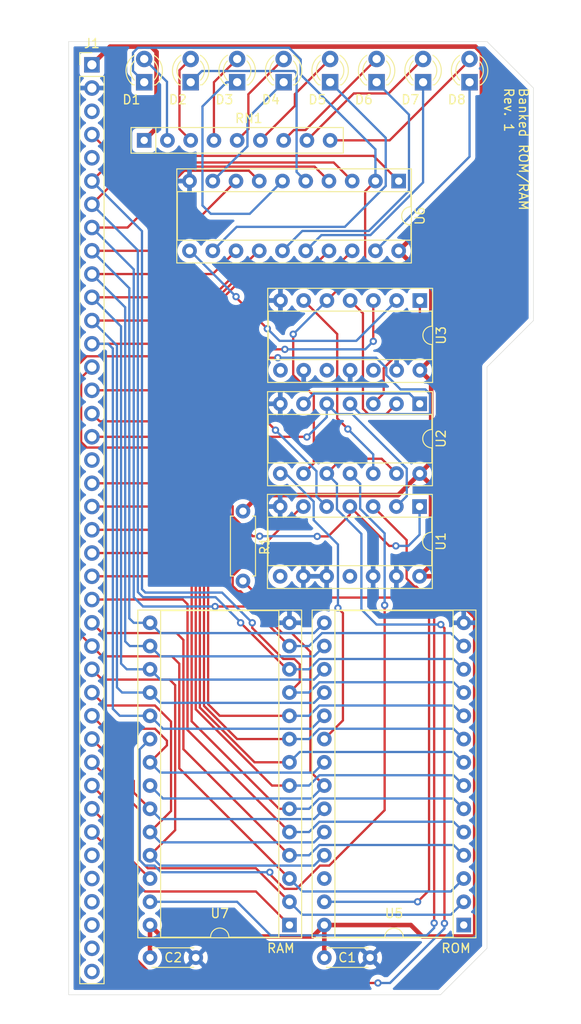
<source format=kicad_pcb>
(kicad_pcb (version 20171130) (host pcbnew 5.1.6-c6e7f7d~87~ubuntu18.04.1)

  (general
    (thickness 1.6)
    (drawings 16)
    (tracks 502)
    (zones 0)
    (modules 19)
    (nets 72)
  )

  (page A4)
  (layers
    (0 F.Cu signal)
    (31 B.Cu signal)
    (32 B.Adhes user)
    (33 F.Adhes user)
    (34 B.Paste user)
    (35 F.Paste user)
    (36 B.SilkS user)
    (37 F.SilkS user)
    (38 B.Mask user)
    (39 F.Mask user)
    (40 Dwgs.User user)
    (41 Cmts.User user)
    (42 Eco1.User user)
    (43 Eco2.User user)
    (44 Edge.Cuts user)
    (45 Margin user)
    (46 B.CrtYd user)
    (47 F.CrtYd user)
    (48 B.Fab user)
    (49 F.Fab user)
  )

  (setup
    (last_trace_width 0.25)
    (user_trace_width 0.5)
    (trace_clearance 0.2)
    (zone_clearance 0.508)
    (zone_45_only no)
    (trace_min 0.2)
    (via_size 0.8)
    (via_drill 0.4)
    (via_min_size 0.4)
    (via_min_drill 0.3)
    (uvia_size 0.3)
    (uvia_drill 0.1)
    (uvias_allowed no)
    (uvia_min_size 0.2)
    (uvia_min_drill 0.1)
    (edge_width 0.05)
    (segment_width 0.2)
    (pcb_text_width 0.3)
    (pcb_text_size 1.5 1.5)
    (mod_edge_width 0.12)
    (mod_text_size 1 1)
    (mod_text_width 0.15)
    (pad_size 1.524 1.524)
    (pad_drill 0.762)
    (pad_to_mask_clearance 0.05)
    (aux_axis_origin 0 0)
    (visible_elements FFFFFF7F)
    (pcbplotparams
      (layerselection 0x010fc_ffffffff)
      (usegerberextensions false)
      (usegerberattributes true)
      (usegerberadvancedattributes true)
      (creategerberjobfile true)
      (excludeedgelayer true)
      (linewidth 0.100000)
      (plotframeref false)
      (viasonmask false)
      (mode 1)
      (useauxorigin false)
      (hpglpennumber 1)
      (hpglpenspeed 20)
      (hpglpendiameter 15.000000)
      (psnegative false)
      (psa4output false)
      (plotreference true)
      (plotvalue true)
      (plotinvisibletext false)
      (padsonsilk false)
      (subtractmaskfromsilk false)
      (outputformat 1)
      (mirror false)
      (drillshape 1)
      (scaleselection 1)
      (outputdirectory ""))
  )

  (net 0 "")
  (net 1 GND)
  (net 2 +5V)
  (net 3 "Net-(D1-Pad2)")
  (net 4 BANK_SEL)
  (net 5 "Net-(D2-Pad2)")
  (net 6 "Net-(D2-Pad1)")
  (net 7 "Net-(D3-Pad2)")
  (net 8 "Net-(D3-Pad1)")
  (net 9 "Net-(D4-Pad2)")
  (net 10 "Net-(D4-Pad1)")
  (net 11 "Net-(D5-Pad2)")
  (net 12 "Net-(D5-Pad1)")
  (net 13 "Net-(D6-Pad2)")
  (net 14 "Net-(D6-Pad1)")
  (net 15 "Net-(D7-Pad2)")
  (net 16 "Net-(D7-Pad1)")
  (net 17 "Net-(D8-Pad2)")
  (net 18 "Net-(D8-Pad1)")
  (net 19 "Net-(J1-Pad40)")
  (net 20 "Net-(J1-Pad39)")
  (net 21 "Net-(J1-Pad38)")
  (net 22 "Net-(J1-Pad37)")
  (net 23 "Net-(J1-Pad36)")
  (net 24 "Net-(J1-Pad35)")
  (net 25 A15)
  (net 26 /A14)
  (net 27 /A13)
  (net 28 /A12)
  (net 29 /A11)
  (net 30 /A10)
  (net 31 /A9)
  (net 32 /A8)
  (net 33 /A7)
  (net 34 /A6)
  (net 35 /A5)
  (net 36 /A4)
  (net 37 /A3)
  (net 38 /A2)
  (net 39 /A1)
  (net 40 /A0)
  (net 41 "Net-(J1-Pad18)")
  (net 42 WR)
  (net 43 RD)
  (net 44 IORQ)
  (net 45 MREQ)
  (net 46 /D7)
  (net 47 /D6)
  (net 48 /D5)
  (net 49 /D4)
  (net 50 /D3)
  (net 51 /D2)
  (net 52 /D1)
  (net 53 /D0)
  (net 54 "Net-(J1-Pad5)")
  (net 55 RESET)
  (net 56 "Net-(J1-Pad3)")
  (net 57 "Net-(R1-Pad2)")
  (net 58 MEM_RD)
  (net 59 "Net-(U1-Pad11)")
  (net 60 MEM_WR)
  (net 61 "Net-(U1-Pad8)")
  (net 62 "Net-(U2-Pad1)")
  (net 63 "Net-(U2-Pad12)")
  (net 64 RAM_EN)
  (net 65 "Net-(U2-Pad3)")
  (net 66 "Net-(U2-Pad2)")
  (net 67 ROM_EN)
  (net 68 "Net-(U3-Pad12)")
  (net 69 "Net-(U3-Pad10)")
  (net 70 "Net-(U3-Pad2)")
  (net 71 "Net-(U3-Pad8)")

  (net_class Default "This is the default net class."
    (clearance 0.2)
    (trace_width 0.25)
    (via_dia 0.8)
    (via_drill 0.4)
    (uvia_dia 0.3)
    (uvia_drill 0.1)
    (add_net +5V)
    (add_net /A0)
    (add_net /A1)
    (add_net /A10)
    (add_net /A11)
    (add_net /A12)
    (add_net /A13)
    (add_net /A14)
    (add_net /A2)
    (add_net /A3)
    (add_net /A4)
    (add_net /A5)
    (add_net /A6)
    (add_net /A7)
    (add_net /A8)
    (add_net /A9)
    (add_net /D0)
    (add_net /D1)
    (add_net /D2)
    (add_net /D3)
    (add_net /D4)
    (add_net /D5)
    (add_net /D6)
    (add_net /D7)
    (add_net A15)
    (add_net BANK_SEL)
    (add_net GND)
    (add_net IORQ)
    (add_net MEM_RD)
    (add_net MEM_WR)
    (add_net MREQ)
    (add_net "Net-(D1-Pad2)")
    (add_net "Net-(D2-Pad1)")
    (add_net "Net-(D2-Pad2)")
    (add_net "Net-(D3-Pad1)")
    (add_net "Net-(D3-Pad2)")
    (add_net "Net-(D4-Pad1)")
    (add_net "Net-(D4-Pad2)")
    (add_net "Net-(D5-Pad1)")
    (add_net "Net-(D5-Pad2)")
    (add_net "Net-(D6-Pad1)")
    (add_net "Net-(D6-Pad2)")
    (add_net "Net-(D7-Pad1)")
    (add_net "Net-(D7-Pad2)")
    (add_net "Net-(D8-Pad1)")
    (add_net "Net-(D8-Pad2)")
    (add_net "Net-(J1-Pad18)")
    (add_net "Net-(J1-Pad3)")
    (add_net "Net-(J1-Pad35)")
    (add_net "Net-(J1-Pad36)")
    (add_net "Net-(J1-Pad37)")
    (add_net "Net-(J1-Pad38)")
    (add_net "Net-(J1-Pad39)")
    (add_net "Net-(J1-Pad40)")
    (add_net "Net-(J1-Pad5)")
    (add_net "Net-(R1-Pad2)")
    (add_net "Net-(U1-Pad11)")
    (add_net "Net-(U1-Pad8)")
    (add_net "Net-(U2-Pad1)")
    (add_net "Net-(U2-Pad12)")
    (add_net "Net-(U2-Pad2)")
    (add_net "Net-(U2-Pad3)")
    (add_net "Net-(U3-Pad10)")
    (add_net "Net-(U3-Pad12)")
    (add_net "Net-(U3-Pad2)")
    (add_net "Net-(U3-Pad8)")
    (add_net RAM_EN)
    (add_net RD)
    (add_net RESET)
    (add_net ROM_EN)
    (add_net WR)
  )

  (module Package_DIP:DIP-20_W7.62mm_Socket (layer F.Cu) (tedit 5A02E8C5) (tstamp 5F8E48E3)
    (at 130.048 58.42 270)
    (descr "20-lead though-hole mounted DIP package, row spacing 7.62 mm (300 mils), Socket")
    (tags "THT DIP DIL PDIP 2.54mm 7.62mm 300mil Socket")
    (path /5F8DDDAE)
    (fp_text reference U6 (at 3.81 -2.33 90) (layer F.SilkS)
      (effects (font (size 1 1) (thickness 0.15)))
    )
    (fp_text value 74LS273 (at 3.81 25.19 90) (layer F.Fab)
      (effects (font (size 1 1) (thickness 0.15)))
    )
    (fp_line (start 9.15 -1.6) (end -1.55 -1.6) (layer F.CrtYd) (width 0.05))
    (fp_line (start 9.15 24.45) (end 9.15 -1.6) (layer F.CrtYd) (width 0.05))
    (fp_line (start -1.55 24.45) (end 9.15 24.45) (layer F.CrtYd) (width 0.05))
    (fp_line (start -1.55 -1.6) (end -1.55 24.45) (layer F.CrtYd) (width 0.05))
    (fp_line (start 8.95 -1.39) (end -1.33 -1.39) (layer F.SilkS) (width 0.12))
    (fp_line (start 8.95 24.25) (end 8.95 -1.39) (layer F.SilkS) (width 0.12))
    (fp_line (start -1.33 24.25) (end 8.95 24.25) (layer F.SilkS) (width 0.12))
    (fp_line (start -1.33 -1.39) (end -1.33 24.25) (layer F.SilkS) (width 0.12))
    (fp_line (start 6.46 -1.33) (end 4.81 -1.33) (layer F.SilkS) (width 0.12))
    (fp_line (start 6.46 24.19) (end 6.46 -1.33) (layer F.SilkS) (width 0.12))
    (fp_line (start 1.16 24.19) (end 6.46 24.19) (layer F.SilkS) (width 0.12))
    (fp_line (start 1.16 -1.33) (end 1.16 24.19) (layer F.SilkS) (width 0.12))
    (fp_line (start 2.81 -1.33) (end 1.16 -1.33) (layer F.SilkS) (width 0.12))
    (fp_line (start 8.89 -1.33) (end -1.27 -1.33) (layer F.Fab) (width 0.1))
    (fp_line (start 8.89 24.19) (end 8.89 -1.33) (layer F.Fab) (width 0.1))
    (fp_line (start -1.27 24.19) (end 8.89 24.19) (layer F.Fab) (width 0.1))
    (fp_line (start -1.27 -1.33) (end -1.27 24.19) (layer F.Fab) (width 0.1))
    (fp_line (start 0.635 -0.27) (end 1.635 -1.27) (layer F.Fab) (width 0.1))
    (fp_line (start 0.635 24.13) (end 0.635 -0.27) (layer F.Fab) (width 0.1))
    (fp_line (start 6.985 24.13) (end 0.635 24.13) (layer F.Fab) (width 0.1))
    (fp_line (start 6.985 -1.27) (end 6.985 24.13) (layer F.Fab) (width 0.1))
    (fp_line (start 1.635 -1.27) (end 6.985 -1.27) (layer F.Fab) (width 0.1))
    (fp_text user %R (at 3.81 11.43 90) (layer F.Fab)
      (effects (font (size 1 1) (thickness 0.15)))
    )
    (fp_arc (start 3.81 -1.33) (end 2.81 -1.33) (angle -180) (layer F.SilkS) (width 0.12))
    (pad 20 thru_hole oval (at 7.62 0 270) (size 1.6 1.6) (drill 0.8) (layers *.Cu *.Mask)
      (net 2 +5V))
    (pad 10 thru_hole oval (at 0 22.86 270) (size 1.6 1.6) (drill 0.8) (layers *.Cu *.Mask)
      (net 1 GND))
    (pad 19 thru_hole oval (at 7.62 2.54 270) (size 1.6 1.6) (drill 0.8) (layers *.Cu *.Mask)
      (net 18 "Net-(D8-Pad1)"))
    (pad 9 thru_hole oval (at 0 20.32 270) (size 1.6 1.6) (drill 0.8) (layers *.Cu *.Mask)
      (net 10 "Net-(D4-Pad1)"))
    (pad 18 thru_hole oval (at 7.62 5.08 270) (size 1.6 1.6) (drill 0.8) (layers *.Cu *.Mask)
      (net 46 /D7))
    (pad 8 thru_hole oval (at 0 17.78 270) (size 1.6 1.6) (drill 0.8) (layers *.Cu *.Mask)
      (net 50 /D3))
    (pad 17 thru_hole oval (at 7.62 7.62 270) (size 1.6 1.6) (drill 0.8) (layers *.Cu *.Mask)
      (net 47 /D6))
    (pad 7 thru_hole oval (at 0 15.24 270) (size 1.6 1.6) (drill 0.8) (layers *.Cu *.Mask)
      (net 51 /D2))
    (pad 16 thru_hole oval (at 7.62 10.16 270) (size 1.6 1.6) (drill 0.8) (layers *.Cu *.Mask)
      (net 16 "Net-(D7-Pad1)"))
    (pad 6 thru_hole oval (at 0 12.7 270) (size 1.6 1.6) (drill 0.8) (layers *.Cu *.Mask)
      (net 8 "Net-(D3-Pad1)"))
    (pad 15 thru_hole oval (at 7.62 12.7 270) (size 1.6 1.6) (drill 0.8) (layers *.Cu *.Mask)
      (net 14 "Net-(D6-Pad1)"))
    (pad 5 thru_hole oval (at 0 10.16 270) (size 1.6 1.6) (drill 0.8) (layers *.Cu *.Mask)
      (net 6 "Net-(D2-Pad1)"))
    (pad 14 thru_hole oval (at 7.62 15.24 270) (size 1.6 1.6) (drill 0.8) (layers *.Cu *.Mask)
      (net 48 /D5))
    (pad 4 thru_hole oval (at 0 7.62 270) (size 1.6 1.6) (drill 0.8) (layers *.Cu *.Mask)
      (net 52 /D1))
    (pad 13 thru_hole oval (at 7.62 17.78 270) (size 1.6 1.6) (drill 0.8) (layers *.Cu *.Mask)
      (net 49 /D4))
    (pad 3 thru_hole oval (at 0 5.08 270) (size 1.6 1.6) (drill 0.8) (layers *.Cu *.Mask)
      (net 53 /D0))
    (pad 12 thru_hole oval (at 7.62 20.32 270) (size 1.6 1.6) (drill 0.8) (layers *.Cu *.Mask)
      (net 12 "Net-(D5-Pad1)"))
    (pad 2 thru_hole oval (at 0 2.54 270) (size 1.6 1.6) (drill 0.8) (layers *.Cu *.Mask)
      (net 4 BANK_SEL))
    (pad 11 thru_hole oval (at 7.62 22.86 270) (size 1.6 1.6) (drill 0.8) (layers *.Cu *.Mask)
      (net 70 "Net-(U3-Pad2)"))
    (pad 1 thru_hole rect (at 0 0 270) (size 1.6 1.6) (drill 0.8) (layers *.Cu *.Mask)
      (net 55 RESET))
    (model ${KISYS3DMOD}/Package_DIP.3dshapes/DIP-20_W7.62mm_Socket.wrl
      (at (xyz 0 0 0))
      (scale (xyz 1 1 1))
      (rotate (xyz 0 0 0))
    )
  )

  (module Package_DIP:DIP-28_W15.24mm_Socket (layer F.Cu) (tedit 5A02E8C5) (tstamp 5F8E491B)
    (at 118.11 139.7 180)
    (descr "28-lead though-hole mounted DIP package, row spacing 15.24 mm (600 mils), Socket")
    (tags "THT DIP DIL PDIP 2.54mm 15.24mm 600mil Socket")
    (path /5FB49DE2)
    (fp_text reference U7 (at 7.62 1.27) (layer F.SilkS)
      (effects (font (size 1 1) (thickness 0.15)))
    )
    (fp_text value AS6C62256-55 (at 7.62 35.35) (layer F.Fab)
      (effects (font (size 1 1) (thickness 0.15)))
    )
    (fp_line (start 16.8 -1.6) (end -1.55 -1.6) (layer F.CrtYd) (width 0.05))
    (fp_line (start 16.8 34.65) (end 16.8 -1.6) (layer F.CrtYd) (width 0.05))
    (fp_line (start -1.55 34.65) (end 16.8 34.65) (layer F.CrtYd) (width 0.05))
    (fp_line (start -1.55 -1.6) (end -1.55 34.65) (layer F.CrtYd) (width 0.05))
    (fp_line (start 16.57 -1.39) (end -1.33 -1.39) (layer F.SilkS) (width 0.12))
    (fp_line (start 16.57 34.41) (end 16.57 -1.39) (layer F.SilkS) (width 0.12))
    (fp_line (start -1.33 34.41) (end 16.57 34.41) (layer F.SilkS) (width 0.12))
    (fp_line (start -1.33 -1.39) (end -1.33 34.41) (layer F.SilkS) (width 0.12))
    (fp_line (start 14.08 -1.33) (end 8.62 -1.33) (layer F.SilkS) (width 0.12))
    (fp_line (start 14.08 34.35) (end 14.08 -1.33) (layer F.SilkS) (width 0.12))
    (fp_line (start 1.16 34.35) (end 14.08 34.35) (layer F.SilkS) (width 0.12))
    (fp_line (start 1.16 -1.33) (end 1.16 34.35) (layer F.SilkS) (width 0.12))
    (fp_line (start 6.62 -1.33) (end 1.16 -1.33) (layer F.SilkS) (width 0.12))
    (fp_line (start 16.51 -1.33) (end -1.27 -1.33) (layer F.Fab) (width 0.1))
    (fp_line (start 16.51 34.35) (end 16.51 -1.33) (layer F.Fab) (width 0.1))
    (fp_line (start -1.27 34.35) (end 16.51 34.35) (layer F.Fab) (width 0.1))
    (fp_line (start -1.27 -1.33) (end -1.27 34.35) (layer F.Fab) (width 0.1))
    (fp_line (start 0.255 -0.27) (end 1.255 -1.27) (layer F.Fab) (width 0.1))
    (fp_line (start 0.255 34.29) (end 0.255 -0.27) (layer F.Fab) (width 0.1))
    (fp_line (start 14.985 34.29) (end 0.255 34.29) (layer F.Fab) (width 0.1))
    (fp_line (start 14.985 -1.27) (end 14.985 34.29) (layer F.Fab) (width 0.1))
    (fp_line (start 1.255 -1.27) (end 14.985 -1.27) (layer F.Fab) (width 0.1))
    (fp_text user %R (at 7.62 16.51) (layer F.Fab)
      (effects (font (size 1 1) (thickness 0.15)))
    )
    (fp_arc (start 7.62 -1.33) (end 6.62 -1.33) (angle -180) (layer F.SilkS) (width 0.12))
    (pad 28 thru_hole oval (at 15.24 0 180) (size 1.6 1.6) (drill 0.8) (layers *.Cu *.Mask)
      (net 2 +5V))
    (pad 14 thru_hole oval (at 0 33.02 180) (size 1.6 1.6) (drill 0.8) (layers *.Cu *.Mask)
      (net 1 GND))
    (pad 27 thru_hole oval (at 15.24 2.54 180) (size 1.6 1.6) (drill 0.8) (layers *.Cu *.Mask)
      (net 60 MEM_WR))
    (pad 13 thru_hole oval (at 0 30.48 180) (size 1.6 1.6) (drill 0.8) (layers *.Cu *.Mask)
      (net 51 /D2))
    (pad 26 thru_hole oval (at 15.24 5.08 180) (size 1.6 1.6) (drill 0.8) (layers *.Cu *.Mask)
      (net 27 /A13))
    (pad 12 thru_hole oval (at 0 27.94 180) (size 1.6 1.6) (drill 0.8) (layers *.Cu *.Mask)
      (net 52 /D1))
    (pad 25 thru_hole oval (at 15.24 7.62 180) (size 1.6 1.6) (drill 0.8) (layers *.Cu *.Mask)
      (net 32 /A8))
    (pad 11 thru_hole oval (at 0 25.4 180) (size 1.6 1.6) (drill 0.8) (layers *.Cu *.Mask)
      (net 53 /D0))
    (pad 24 thru_hole oval (at 15.24 10.16 180) (size 1.6 1.6) (drill 0.8) (layers *.Cu *.Mask)
      (net 31 /A9))
    (pad 10 thru_hole oval (at 0 22.86 180) (size 1.6 1.6) (drill 0.8) (layers *.Cu *.Mask)
      (net 40 /A0))
    (pad 23 thru_hole oval (at 15.24 12.7 180) (size 1.6 1.6) (drill 0.8) (layers *.Cu *.Mask)
      (net 29 /A11))
    (pad 9 thru_hole oval (at 0 20.32 180) (size 1.6 1.6) (drill 0.8) (layers *.Cu *.Mask)
      (net 39 /A1))
    (pad 22 thru_hole oval (at 15.24 15.24 180) (size 1.6 1.6) (drill 0.8) (layers *.Cu *.Mask)
      (net 58 MEM_RD))
    (pad 8 thru_hole oval (at 0 17.78 180) (size 1.6 1.6) (drill 0.8) (layers *.Cu *.Mask)
      (net 38 /A2))
    (pad 21 thru_hole oval (at 15.24 17.78 180) (size 1.6 1.6) (drill 0.8) (layers *.Cu *.Mask)
      (net 30 /A10))
    (pad 7 thru_hole oval (at 0 15.24 180) (size 1.6 1.6) (drill 0.8) (layers *.Cu *.Mask)
      (net 37 /A3))
    (pad 20 thru_hole oval (at 15.24 20.32 180) (size 1.6 1.6) (drill 0.8) (layers *.Cu *.Mask)
      (net 64 RAM_EN))
    (pad 6 thru_hole oval (at 0 12.7 180) (size 1.6 1.6) (drill 0.8) (layers *.Cu *.Mask)
      (net 36 /A4))
    (pad 19 thru_hole oval (at 15.24 22.86 180) (size 1.6 1.6) (drill 0.8) (layers *.Cu *.Mask)
      (net 46 /D7))
    (pad 5 thru_hole oval (at 0 10.16 180) (size 1.6 1.6) (drill 0.8) (layers *.Cu *.Mask)
      (net 35 /A5))
    (pad 18 thru_hole oval (at 15.24 25.4 180) (size 1.6 1.6) (drill 0.8) (layers *.Cu *.Mask)
      (net 47 /D6))
    (pad 4 thru_hole oval (at 0 7.62 180) (size 1.6 1.6) (drill 0.8) (layers *.Cu *.Mask)
      (net 34 /A6))
    (pad 17 thru_hole oval (at 15.24 27.94 180) (size 1.6 1.6) (drill 0.8) (layers *.Cu *.Mask)
      (net 48 /D5))
    (pad 3 thru_hole oval (at 0 5.08 180) (size 1.6 1.6) (drill 0.8) (layers *.Cu *.Mask)
      (net 33 /A7))
    (pad 16 thru_hole oval (at 15.24 30.48 180) (size 1.6 1.6) (drill 0.8) (layers *.Cu *.Mask)
      (net 49 /D4))
    (pad 2 thru_hole oval (at 0 2.54 180) (size 1.6 1.6) (drill 0.8) (layers *.Cu *.Mask)
      (net 28 /A12))
    (pad 15 thru_hole oval (at 15.24 33.02 180) (size 1.6 1.6) (drill 0.8) (layers *.Cu *.Mask)
      (net 50 /D3))
    (pad 1 thru_hole rect (at 0 0 180) (size 1.6 1.6) (drill 0.8) (layers *.Cu *.Mask)
      (net 26 /A14))
    (model ${KISYS3DMOD}/Package_DIP.3dshapes/DIP-28_W15.24mm_Socket.wrl
      (at (xyz 0 0 0))
      (scale (xyz 1 1 1))
      (rotate (xyz 0 0 0))
    )
  )

  (module Package_DIP:DIP-28_W15.24mm_Socket (layer F.Cu) (tedit 5A02E8C5) (tstamp 5F8E48B3)
    (at 137.16 139.7 180)
    (descr "28-lead though-hole mounted DIP package, row spacing 15.24 mm (600 mils), Socket")
    (tags "THT DIP DIL PDIP 2.54mm 15.24mm 600mil Socket")
    (path /5F9C9FAF)
    (fp_text reference U5 (at 7.62 1.27) (layer F.SilkS)
      (effects (font (size 1 1) (thickness 0.15)))
    )
    (fp_text value AT28C256 (at 7.62 35.35) (layer F.Fab)
      (effects (font (size 1 1) (thickness 0.15)))
    )
    (fp_line (start 16.8 -1.6) (end -1.55 -1.6) (layer F.CrtYd) (width 0.05))
    (fp_line (start 16.8 34.65) (end 16.8 -1.6) (layer F.CrtYd) (width 0.05))
    (fp_line (start -1.55 34.65) (end 16.8 34.65) (layer F.CrtYd) (width 0.05))
    (fp_line (start -1.55 -1.6) (end -1.55 34.65) (layer F.CrtYd) (width 0.05))
    (fp_line (start 16.57 -1.39) (end -1.33 -1.39) (layer F.SilkS) (width 0.12))
    (fp_line (start 16.57 34.41) (end 16.57 -1.39) (layer F.SilkS) (width 0.12))
    (fp_line (start -1.33 34.41) (end 16.57 34.41) (layer F.SilkS) (width 0.12))
    (fp_line (start -1.33 -1.39) (end -1.33 34.41) (layer F.SilkS) (width 0.12))
    (fp_line (start 14.08 -1.33) (end 8.62 -1.33) (layer F.SilkS) (width 0.12))
    (fp_line (start 14.08 34.35) (end 14.08 -1.33) (layer F.SilkS) (width 0.12))
    (fp_line (start 1.16 34.35) (end 14.08 34.35) (layer F.SilkS) (width 0.12))
    (fp_line (start 1.16 -1.33) (end 1.16 34.35) (layer F.SilkS) (width 0.12))
    (fp_line (start 6.62 -1.33) (end 1.16 -1.33) (layer F.SilkS) (width 0.12))
    (fp_line (start 16.51 -1.33) (end -1.27 -1.33) (layer F.Fab) (width 0.1))
    (fp_line (start 16.51 34.35) (end 16.51 -1.33) (layer F.Fab) (width 0.1))
    (fp_line (start -1.27 34.35) (end 16.51 34.35) (layer F.Fab) (width 0.1))
    (fp_line (start -1.27 -1.33) (end -1.27 34.35) (layer F.Fab) (width 0.1))
    (fp_line (start 0.255 -0.27) (end 1.255 -1.27) (layer F.Fab) (width 0.1))
    (fp_line (start 0.255 34.29) (end 0.255 -0.27) (layer F.Fab) (width 0.1))
    (fp_line (start 14.985 34.29) (end 0.255 34.29) (layer F.Fab) (width 0.1))
    (fp_line (start 14.985 -1.27) (end 14.985 34.29) (layer F.Fab) (width 0.1))
    (fp_line (start 1.255 -1.27) (end 14.985 -1.27) (layer F.Fab) (width 0.1))
    (fp_text user %R (at 7.62 16.51) (layer F.Fab)
      (effects (font (size 1 1) (thickness 0.15)))
    )
    (fp_arc (start 7.62 -1.33) (end 6.62 -1.33) (angle -180) (layer F.SilkS) (width 0.12))
    (pad 28 thru_hole oval (at 15.24 0 180) (size 1.6 1.6) (drill 0.8) (layers *.Cu *.Mask)
      (net 2 +5V))
    (pad 14 thru_hole oval (at 0 33.02 180) (size 1.6 1.6) (drill 0.8) (layers *.Cu *.Mask)
      (net 1 GND))
    (pad 27 thru_hole oval (at 15.24 2.54 180) (size 1.6 1.6) (drill 0.8) (layers *.Cu *.Mask)
      (net 57 "Net-(R1-Pad2)"))
    (pad 13 thru_hole oval (at 0 30.48 180) (size 1.6 1.6) (drill 0.8) (layers *.Cu *.Mask)
      (net 51 /D2))
    (pad 26 thru_hole oval (at 15.24 5.08 180) (size 1.6 1.6) (drill 0.8) (layers *.Cu *.Mask))
    (pad 12 thru_hole oval (at 0 27.94 180) (size 1.6 1.6) (drill 0.8) (layers *.Cu *.Mask)
      (net 52 /D1))
    (pad 25 thru_hole oval (at 15.24 7.62 180) (size 1.6 1.6) (drill 0.8) (layers *.Cu *.Mask)
      (net 32 /A8))
    (pad 11 thru_hole oval (at 0 25.4 180) (size 1.6 1.6) (drill 0.8) (layers *.Cu *.Mask)
      (net 53 /D0))
    (pad 24 thru_hole oval (at 15.24 10.16 180) (size 1.6 1.6) (drill 0.8) (layers *.Cu *.Mask)
      (net 31 /A9))
    (pad 10 thru_hole oval (at 0 22.86 180) (size 1.6 1.6) (drill 0.8) (layers *.Cu *.Mask)
      (net 40 /A0))
    (pad 23 thru_hole oval (at 15.24 12.7 180) (size 1.6 1.6) (drill 0.8) (layers *.Cu *.Mask)
      (net 29 /A11))
    (pad 9 thru_hole oval (at 0 20.32 180) (size 1.6 1.6) (drill 0.8) (layers *.Cu *.Mask)
      (net 39 /A1))
    (pad 22 thru_hole oval (at 15.24 15.24 180) (size 1.6 1.6) (drill 0.8) (layers *.Cu *.Mask)
      (net 58 MEM_RD))
    (pad 8 thru_hole oval (at 0 17.78 180) (size 1.6 1.6) (drill 0.8) (layers *.Cu *.Mask)
      (net 38 /A2))
    (pad 21 thru_hole oval (at 15.24 17.78 180) (size 1.6 1.6) (drill 0.8) (layers *.Cu *.Mask)
      (net 30 /A10))
    (pad 7 thru_hole oval (at 0 15.24 180) (size 1.6 1.6) (drill 0.8) (layers *.Cu *.Mask)
      (net 37 /A3))
    (pad 20 thru_hole oval (at 15.24 20.32 180) (size 1.6 1.6) (drill 0.8) (layers *.Cu *.Mask)
      (net 67 ROM_EN))
    (pad 6 thru_hole oval (at 0 12.7 180) (size 1.6 1.6) (drill 0.8) (layers *.Cu *.Mask)
      (net 36 /A4))
    (pad 19 thru_hole oval (at 15.24 22.86 180) (size 1.6 1.6) (drill 0.8) (layers *.Cu *.Mask)
      (net 46 /D7))
    (pad 5 thru_hole oval (at 0 10.16 180) (size 1.6 1.6) (drill 0.8) (layers *.Cu *.Mask)
      (net 35 /A5))
    (pad 18 thru_hole oval (at 15.24 25.4 180) (size 1.6 1.6) (drill 0.8) (layers *.Cu *.Mask)
      (net 47 /D6))
    (pad 4 thru_hole oval (at 0 7.62 180) (size 1.6 1.6) (drill 0.8) (layers *.Cu *.Mask)
      (net 34 /A6))
    (pad 17 thru_hole oval (at 15.24 27.94 180) (size 1.6 1.6) (drill 0.8) (layers *.Cu *.Mask)
      (net 48 /D5))
    (pad 3 thru_hole oval (at 0 5.08 180) (size 1.6 1.6) (drill 0.8) (layers *.Cu *.Mask)
      (net 33 /A7))
    (pad 16 thru_hole oval (at 15.24 30.48 180) (size 1.6 1.6) (drill 0.8) (layers *.Cu *.Mask)
      (net 49 /D4))
    (pad 2 thru_hole oval (at 0 2.54 180) (size 1.6 1.6) (drill 0.8) (layers *.Cu *.Mask)
      (net 28 /A12))
    (pad 15 thru_hole oval (at 15.24 33.02 180) (size 1.6 1.6) (drill 0.8) (layers *.Cu *.Mask)
      (net 50 /D3))
    (pad 1 thru_hole rect (at 0 0 180) (size 1.6 1.6) (drill 0.8) (layers *.Cu *.Mask))
    (model ${KISYS3DMOD}/Package_DIP.3dshapes/DIP-28_W15.24mm_Socket.wrl
      (at (xyz 0 0 0))
      (scale (xyz 1 1 1))
      (rotate (xyz 0 0 0))
    )
  )

  (module Package_DIP:DIP-14_W7.62mm_Socket (layer F.Cu) (tedit 5A02E8C5) (tstamp 5F8E487B)
    (at 132.36448 71.47052 270)
    (descr "14-lead though-hole mounted DIP package, row spacing 7.62 mm (300 mils), Socket")
    (tags "THT DIP DIL PDIP 2.54mm 7.62mm 300mil Socket")
    (path /5F900115)
    (fp_text reference U3 (at 3.81 -2.33 90) (layer F.SilkS)
      (effects (font (size 1 1) (thickness 0.15)))
    )
    (fp_text value 74LS04 (at 3.81 17.57 90) (layer F.Fab)
      (effects (font (size 1 1) (thickness 0.15)))
    )
    (fp_line (start 9.15 -1.6) (end -1.55 -1.6) (layer F.CrtYd) (width 0.05))
    (fp_line (start 9.15 16.85) (end 9.15 -1.6) (layer F.CrtYd) (width 0.05))
    (fp_line (start -1.55 16.85) (end 9.15 16.85) (layer F.CrtYd) (width 0.05))
    (fp_line (start -1.55 -1.6) (end -1.55 16.85) (layer F.CrtYd) (width 0.05))
    (fp_line (start 8.95 -1.39) (end -1.33 -1.39) (layer F.SilkS) (width 0.12))
    (fp_line (start 8.95 16.63) (end 8.95 -1.39) (layer F.SilkS) (width 0.12))
    (fp_line (start -1.33 16.63) (end 8.95 16.63) (layer F.SilkS) (width 0.12))
    (fp_line (start -1.33 -1.39) (end -1.33 16.63) (layer F.SilkS) (width 0.12))
    (fp_line (start 6.46 -1.33) (end 4.81 -1.33) (layer F.SilkS) (width 0.12))
    (fp_line (start 6.46 16.57) (end 6.46 -1.33) (layer F.SilkS) (width 0.12))
    (fp_line (start 1.16 16.57) (end 6.46 16.57) (layer F.SilkS) (width 0.12))
    (fp_line (start 1.16 -1.33) (end 1.16 16.57) (layer F.SilkS) (width 0.12))
    (fp_line (start 2.81 -1.33) (end 1.16 -1.33) (layer F.SilkS) (width 0.12))
    (fp_line (start 8.89 -1.33) (end -1.27 -1.33) (layer F.Fab) (width 0.1))
    (fp_line (start 8.89 16.57) (end 8.89 -1.33) (layer F.Fab) (width 0.1))
    (fp_line (start -1.27 16.57) (end 8.89 16.57) (layer F.Fab) (width 0.1))
    (fp_line (start -1.27 -1.33) (end -1.27 16.57) (layer F.Fab) (width 0.1))
    (fp_line (start 0.635 -0.27) (end 1.635 -1.27) (layer F.Fab) (width 0.1))
    (fp_line (start 0.635 16.51) (end 0.635 -0.27) (layer F.Fab) (width 0.1))
    (fp_line (start 6.985 16.51) (end 0.635 16.51) (layer F.Fab) (width 0.1))
    (fp_line (start 6.985 -1.27) (end 6.985 16.51) (layer F.Fab) (width 0.1))
    (fp_line (start 1.635 -1.27) (end 6.985 -1.27) (layer F.Fab) (width 0.1))
    (fp_text user %R (at 3.81 7.62 90) (layer F.Fab)
      (effects (font (size 1 1) (thickness 0.15)))
    )
    (fp_arc (start 3.81 -1.33) (end 2.81 -1.33) (angle -180) (layer F.SilkS) (width 0.12))
    (pad 14 thru_hole oval (at 7.62 0 270) (size 1.6 1.6) (drill 0.8) (layers *.Cu *.Mask)
      (net 2 +5V))
    (pad 7 thru_hole oval (at 0 15.24 270) (size 1.6 1.6) (drill 0.8) (layers *.Cu *.Mask)
      (net 1 GND))
    (pad 13 thru_hole oval (at 7.62 2.54 270) (size 1.6 1.6) (drill 0.8) (layers *.Cu *.Mask)
      (net 1 GND))
    (pad 6 thru_hole oval (at 0 12.7 270) (size 1.6 1.6) (drill 0.8) (layers *.Cu *.Mask)
      (net 63 "Net-(U2-Pad12)"))
    (pad 12 thru_hole oval (at 7.62 5.08 270) (size 1.6 1.6) (drill 0.8) (layers *.Cu *.Mask)
      (net 68 "Net-(U3-Pad12)"))
    (pad 5 thru_hole oval (at 0 10.16 270) (size 1.6 1.6) (drill 0.8) (layers *.Cu *.Mask)
      (net 4 BANK_SEL))
    (pad 11 thru_hole oval (at 7.62 7.62 270) (size 1.6 1.6) (drill 0.8) (layers *.Cu *.Mask)
      (net 1 GND))
    (pad 4 thru_hole oval (at 0 7.62 270) (size 1.6 1.6) (drill 0.8) (layers *.Cu *.Mask)
      (net 66 "Net-(U2-Pad2)"))
    (pad 10 thru_hole oval (at 7.62 10.16 270) (size 1.6 1.6) (drill 0.8) (layers *.Cu *.Mask)
      (net 69 "Net-(U3-Pad10)"))
    (pad 3 thru_hole oval (at 0 5.08 270) (size 1.6 1.6) (drill 0.8) (layers *.Cu *.Mask)
      (net 33 /A7))
    (pad 9 thru_hole oval (at 7.62 12.7 270) (size 1.6 1.6) (drill 0.8) (layers *.Cu *.Mask)
      (net 1 GND))
    (pad 2 thru_hole oval (at 0 2.54 270) (size 1.6 1.6) (drill 0.8) (layers *.Cu *.Mask)
      (net 70 "Net-(U3-Pad2)"))
    (pad 8 thru_hole oval (at 7.62 15.24 270) (size 1.6 1.6) (drill 0.8) (layers *.Cu *.Mask)
      (net 71 "Net-(U3-Pad8)"))
    (pad 1 thru_hole rect (at 0 0 270) (size 1.6 1.6) (drill 0.8) (layers *.Cu *.Mask)
      (net 65 "Net-(U2-Pad3)"))
    (model ${KISYS3DMOD}/Package_DIP.3dshapes/DIP-14_W7.62mm_Socket.wrl
      (at (xyz 0 0 0))
      (scale (xyz 1 1 1))
      (rotate (xyz 0 0 0))
    )
  )

  (module Package_DIP:DIP-14_W7.62mm_Socket (layer F.Cu) (tedit 5A02E8C5) (tstamp 5F8E4851)
    (at 132.3467 82.75574 270)
    (descr "14-lead though-hole mounted DIP package, row spacing 7.62 mm (300 mils), Socket")
    (tags "THT DIP DIL PDIP 2.54mm 7.62mm 300mil Socket")
    (path /5F8E777D)
    (fp_text reference U2 (at 3.81 -2.33 90) (layer F.SilkS)
      (effects (font (size 1 1) (thickness 0.15)))
    )
    (fp_text value 74LS32 (at 3.81 17.57 90) (layer F.Fab)
      (effects (font (size 1 1) (thickness 0.15)))
    )
    (fp_line (start 9.15 -1.6) (end -1.55 -1.6) (layer F.CrtYd) (width 0.05))
    (fp_line (start 9.15 16.85) (end 9.15 -1.6) (layer F.CrtYd) (width 0.05))
    (fp_line (start -1.55 16.85) (end 9.15 16.85) (layer F.CrtYd) (width 0.05))
    (fp_line (start -1.55 -1.6) (end -1.55 16.85) (layer F.CrtYd) (width 0.05))
    (fp_line (start 8.95 -1.39) (end -1.33 -1.39) (layer F.SilkS) (width 0.12))
    (fp_line (start 8.95 16.63) (end 8.95 -1.39) (layer F.SilkS) (width 0.12))
    (fp_line (start -1.33 16.63) (end 8.95 16.63) (layer F.SilkS) (width 0.12))
    (fp_line (start -1.33 -1.39) (end -1.33 16.63) (layer F.SilkS) (width 0.12))
    (fp_line (start 6.46 -1.33) (end 4.81 -1.33) (layer F.SilkS) (width 0.12))
    (fp_line (start 6.46 16.57) (end 6.46 -1.33) (layer F.SilkS) (width 0.12))
    (fp_line (start 1.16 16.57) (end 6.46 16.57) (layer F.SilkS) (width 0.12))
    (fp_line (start 1.16 -1.33) (end 1.16 16.57) (layer F.SilkS) (width 0.12))
    (fp_line (start 2.81 -1.33) (end 1.16 -1.33) (layer F.SilkS) (width 0.12))
    (fp_line (start 8.89 -1.33) (end -1.27 -1.33) (layer F.Fab) (width 0.1))
    (fp_line (start 8.89 16.57) (end 8.89 -1.33) (layer F.Fab) (width 0.1))
    (fp_line (start -1.27 16.57) (end 8.89 16.57) (layer F.Fab) (width 0.1))
    (fp_line (start -1.27 -1.33) (end -1.27 16.57) (layer F.Fab) (width 0.1))
    (fp_line (start 0.635 -0.27) (end 1.635 -1.27) (layer F.Fab) (width 0.1))
    (fp_line (start 0.635 16.51) (end 0.635 -0.27) (layer F.Fab) (width 0.1))
    (fp_line (start 6.985 16.51) (end 0.635 16.51) (layer F.Fab) (width 0.1))
    (fp_line (start 6.985 -1.27) (end 6.985 16.51) (layer F.Fab) (width 0.1))
    (fp_line (start 1.635 -1.27) (end 6.985 -1.27) (layer F.Fab) (width 0.1))
    (fp_text user %R (at 3.81 7.62 90) (layer F.Fab)
      (effects (font (size 1 1) (thickness 0.15)))
    )
    (fp_arc (start 3.81 -1.33) (end 2.81 -1.33) (angle -180) (layer F.SilkS) (width 0.12))
    (pad 14 thru_hole oval (at 7.62 0 270) (size 1.6 1.6) (drill 0.8) (layers *.Cu *.Mask)
      (net 2 +5V))
    (pad 7 thru_hole oval (at 0 15.24 270) (size 1.6 1.6) (drill 0.8) (layers *.Cu *.Mask)
      (net 1 GND))
    (pad 13 thru_hole oval (at 7.62 2.54 270) (size 1.6 1.6) (drill 0.8) (layers *.Cu *.Mask)
      (net 25 A15))
    (pad 6 thru_hole oval (at 0 12.7 270) (size 1.6 1.6) (drill 0.8) (layers *.Cu *.Mask)
      (net 62 "Net-(U2-Pad1)"))
    (pad 12 thru_hole oval (at 7.62 5.08 270) (size 1.6 1.6) (drill 0.8) (layers *.Cu *.Mask)
      (net 63 "Net-(U2-Pad12)"))
    (pad 5 thru_hole oval (at 0 10.16 270) (size 1.6 1.6) (drill 0.8) (layers *.Cu *.Mask)
      (net 42 WR))
    (pad 11 thru_hole oval (at 7.62 7.62 270) (size 1.6 1.6) (drill 0.8) (layers *.Cu *.Mask)
      (net 64 RAM_EN))
    (pad 4 thru_hole oval (at 0 7.62 270) (size 1.6 1.6) (drill 0.8) (layers *.Cu *.Mask)
      (net 44 IORQ))
    (pad 10 thru_hole oval (at 7.62 10.16 270) (size 1.6 1.6) (drill 0.8) (layers *.Cu *.Mask)
      (net 25 A15))
    (pad 3 thru_hole oval (at 0 5.08 270) (size 1.6 1.6) (drill 0.8) (layers *.Cu *.Mask)
      (net 65 "Net-(U2-Pad3)"))
    (pad 9 thru_hole oval (at 7.62 12.7 270) (size 1.6 1.6) (drill 0.8) (layers *.Cu *.Mask)
      (net 4 BANK_SEL))
    (pad 2 thru_hole oval (at 0 2.54 270) (size 1.6 1.6) (drill 0.8) (layers *.Cu *.Mask)
      (net 66 "Net-(U2-Pad2)"))
    (pad 8 thru_hole oval (at 7.62 15.24 270) (size 1.6 1.6) (drill 0.8) (layers *.Cu *.Mask)
      (net 67 ROM_EN))
    (pad 1 thru_hole rect (at 0 0 270) (size 1.6 1.6) (drill 0.8) (layers *.Cu *.Mask)
      (net 62 "Net-(U2-Pad1)"))
    (model ${KISYS3DMOD}/Package_DIP.3dshapes/DIP-14_W7.62mm_Socket.wrl
      (at (xyz 0 0 0))
      (scale (xyz 1 1 1))
      (rotate (xyz 0 0 0))
    )
  )

  (module Package_DIP:DIP-14_W7.62mm_Socket (layer F.Cu) (tedit 5A02E8C5) (tstamp 5F8E4827)
    (at 132.334 93.98 270)
    (descr "14-lead though-hole mounted DIP package, row spacing 7.62 mm (300 mils), Socket")
    (tags "THT DIP DIL PDIP 2.54mm 7.62mm 300mil Socket")
    (path /5FAA1DE5)
    (fp_text reference U1 (at 3.81 -2.33 90) (layer F.SilkS)
      (effects (font (size 1 1) (thickness 0.15)))
    )
    (fp_text value 74LS32 (at 3.81 17.57 90) (layer F.Fab)
      (effects (font (size 1 1) (thickness 0.15)))
    )
    (fp_line (start 9.15 -1.6) (end -1.55 -1.6) (layer F.CrtYd) (width 0.05))
    (fp_line (start 9.15 16.85) (end 9.15 -1.6) (layer F.CrtYd) (width 0.05))
    (fp_line (start -1.55 16.85) (end 9.15 16.85) (layer F.CrtYd) (width 0.05))
    (fp_line (start -1.55 -1.6) (end -1.55 16.85) (layer F.CrtYd) (width 0.05))
    (fp_line (start 8.95 -1.39) (end -1.33 -1.39) (layer F.SilkS) (width 0.12))
    (fp_line (start 8.95 16.63) (end 8.95 -1.39) (layer F.SilkS) (width 0.12))
    (fp_line (start -1.33 16.63) (end 8.95 16.63) (layer F.SilkS) (width 0.12))
    (fp_line (start -1.33 -1.39) (end -1.33 16.63) (layer F.SilkS) (width 0.12))
    (fp_line (start 6.46 -1.33) (end 4.81 -1.33) (layer F.SilkS) (width 0.12))
    (fp_line (start 6.46 16.57) (end 6.46 -1.33) (layer F.SilkS) (width 0.12))
    (fp_line (start 1.16 16.57) (end 6.46 16.57) (layer F.SilkS) (width 0.12))
    (fp_line (start 1.16 -1.33) (end 1.16 16.57) (layer F.SilkS) (width 0.12))
    (fp_line (start 2.81 -1.33) (end 1.16 -1.33) (layer F.SilkS) (width 0.12))
    (fp_line (start 8.89 -1.33) (end -1.27 -1.33) (layer F.Fab) (width 0.1))
    (fp_line (start 8.89 16.57) (end 8.89 -1.33) (layer F.Fab) (width 0.1))
    (fp_line (start -1.27 16.57) (end 8.89 16.57) (layer F.Fab) (width 0.1))
    (fp_line (start -1.27 -1.33) (end -1.27 16.57) (layer F.Fab) (width 0.1))
    (fp_line (start 0.635 -0.27) (end 1.635 -1.27) (layer F.Fab) (width 0.1))
    (fp_line (start 0.635 16.51) (end 0.635 -0.27) (layer F.Fab) (width 0.1))
    (fp_line (start 6.985 16.51) (end 0.635 16.51) (layer F.Fab) (width 0.1))
    (fp_line (start 6.985 -1.27) (end 6.985 16.51) (layer F.Fab) (width 0.1))
    (fp_line (start 1.635 -1.27) (end 6.985 -1.27) (layer F.Fab) (width 0.1))
    (fp_text user %R (at 3.81 7.62 90) (layer F.Fab)
      (effects (font (size 1 1) (thickness 0.15)))
    )
    (fp_arc (start 3.81 -1.33) (end 2.81 -1.33) (angle -180) (layer F.SilkS) (width 0.12))
    (pad 14 thru_hole oval (at 7.62 0 270) (size 1.6 1.6) (drill 0.8) (layers *.Cu *.Mask)
      (net 2 +5V))
    (pad 7 thru_hole oval (at 0 15.24 270) (size 1.6 1.6) (drill 0.8) (layers *.Cu *.Mask)
      (net 1 GND))
    (pad 13 thru_hole oval (at 7.62 2.54 270) (size 1.6 1.6) (drill 0.8) (layers *.Cu *.Mask)
      (net 1 GND))
    (pad 6 thru_hole oval (at 0 12.7 270) (size 1.6 1.6) (drill 0.8) (layers *.Cu *.Mask)
      (net 58 MEM_RD))
    (pad 12 thru_hole oval (at 7.62 5.08 270) (size 1.6 1.6) (drill 0.8) (layers *.Cu *.Mask)
      (net 1 GND))
    (pad 5 thru_hole oval (at 0 10.16 270) (size 1.6 1.6) (drill 0.8) (layers *.Cu *.Mask)
      (net 43 RD))
    (pad 11 thru_hole oval (at 7.62 7.62 270) (size 1.6 1.6) (drill 0.8) (layers *.Cu *.Mask)
      (net 59 "Net-(U1-Pad11)"))
    (pad 4 thru_hole oval (at 0 7.62 270) (size 1.6 1.6) (drill 0.8) (layers *.Cu *.Mask)
      (net 45 MREQ))
    (pad 10 thru_hole oval (at 7.62 10.16 270) (size 1.6 1.6) (drill 0.8) (layers *.Cu *.Mask)
      (net 1 GND))
    (pad 3 thru_hole oval (at 0 5.08 270) (size 1.6 1.6) (drill 0.8) (layers *.Cu *.Mask)
      (net 60 MEM_WR))
    (pad 9 thru_hole oval (at 7.62 12.7 270) (size 1.6 1.6) (drill 0.8) (layers *.Cu *.Mask)
      (net 1 GND))
    (pad 2 thru_hole oval (at 0 2.54 270) (size 1.6 1.6) (drill 0.8) (layers *.Cu *.Mask)
      (net 42 WR))
    (pad 8 thru_hole oval (at 7.62 15.24 270) (size 1.6 1.6) (drill 0.8) (layers *.Cu *.Mask)
      (net 61 "Net-(U1-Pad8)"))
    (pad 1 thru_hole rect (at 0 0 270) (size 1.6 1.6) (drill 0.8) (layers *.Cu *.Mask)
      (net 45 MREQ))
    (model ${KISYS3DMOD}/Package_DIP.3dshapes/DIP-14_W7.62mm_Socket.wrl
      (at (xyz 0 0 0))
      (scale (xyz 1 1 1))
      (rotate (xyz 0 0 0))
    )
  )

  (module Resistor_THT:R_Array_SIP9 (layer F.Cu) (tedit 5A14249F) (tstamp 5F8E47FD)
    (at 102.235 53.975)
    (descr "9-pin Resistor SIP pack")
    (tags R)
    (path /5F95FA57)
    (fp_text reference RN1 (at 11.43 -2.4) (layer F.SilkS)
      (effects (font (size 1 1) (thickness 0.15)))
    )
    (fp_text value 470 (at 11.43 2.4) (layer F.Fab)
      (effects (font (size 1 1) (thickness 0.15)))
    )
    (fp_line (start 22.05 -1.65) (end -1.7 -1.65) (layer F.CrtYd) (width 0.05))
    (fp_line (start 22.05 1.65) (end 22.05 -1.65) (layer F.CrtYd) (width 0.05))
    (fp_line (start -1.7 1.65) (end 22.05 1.65) (layer F.CrtYd) (width 0.05))
    (fp_line (start -1.7 -1.65) (end -1.7 1.65) (layer F.CrtYd) (width 0.05))
    (fp_line (start 1.27 -1.4) (end 1.27 1.4) (layer F.SilkS) (width 0.12))
    (fp_line (start 21.76 -1.4) (end -1.44 -1.4) (layer F.SilkS) (width 0.12))
    (fp_line (start 21.76 1.4) (end 21.76 -1.4) (layer F.SilkS) (width 0.12))
    (fp_line (start -1.44 1.4) (end 21.76 1.4) (layer F.SilkS) (width 0.12))
    (fp_line (start -1.44 -1.4) (end -1.44 1.4) (layer F.SilkS) (width 0.12))
    (fp_line (start 1.27 -1.25) (end 1.27 1.25) (layer F.Fab) (width 0.1))
    (fp_line (start 21.61 -1.25) (end -1.29 -1.25) (layer F.Fab) (width 0.1))
    (fp_line (start 21.61 1.25) (end 21.61 -1.25) (layer F.Fab) (width 0.1))
    (fp_line (start -1.29 1.25) (end 21.61 1.25) (layer F.Fab) (width 0.1))
    (fp_line (start -1.29 -1.25) (end -1.29 1.25) (layer F.Fab) (width 0.1))
    (fp_text user %R (at 10.16 0) (layer F.Fab)
      (effects (font (size 1 1) (thickness 0.15)))
    )
    (pad 9 thru_hole oval (at 20.32 0) (size 1.6 1.6) (drill 0.8) (layers *.Cu *.Mask)
      (net 17 "Net-(D8-Pad2)"))
    (pad 8 thru_hole oval (at 17.78 0) (size 1.6 1.6) (drill 0.8) (layers *.Cu *.Mask)
      (net 15 "Net-(D7-Pad2)"))
    (pad 7 thru_hole oval (at 15.24 0) (size 1.6 1.6) (drill 0.8) (layers *.Cu *.Mask)
      (net 13 "Net-(D6-Pad2)"))
    (pad 6 thru_hole oval (at 12.7 0) (size 1.6 1.6) (drill 0.8) (layers *.Cu *.Mask)
      (net 11 "Net-(D5-Pad2)"))
    (pad 5 thru_hole oval (at 10.16 0) (size 1.6 1.6) (drill 0.8) (layers *.Cu *.Mask)
      (net 9 "Net-(D4-Pad2)"))
    (pad 4 thru_hole oval (at 7.62 0) (size 1.6 1.6) (drill 0.8) (layers *.Cu *.Mask)
      (net 7 "Net-(D3-Pad2)"))
    (pad 3 thru_hole oval (at 5.08 0) (size 1.6 1.6) (drill 0.8) (layers *.Cu *.Mask)
      (net 5 "Net-(D2-Pad2)"))
    (pad 2 thru_hole oval (at 2.54 0) (size 1.6 1.6) (drill 0.8) (layers *.Cu *.Mask)
      (net 3 "Net-(D1-Pad2)"))
    (pad 1 thru_hole rect (at 0 0) (size 1.6 1.6) (drill 0.8) (layers *.Cu *.Mask)
      (net 2 +5V))
    (model ${KISYS3DMOD}/Resistor_THT.3dshapes/R_Array_SIP9.wrl
      (at (xyz 0 0 0))
      (scale (xyz 1 1 1))
      (rotate (xyz 0 0 0))
    )
  )

  (module Resistor_THT:R_Axial_DIN0207_L6.3mm_D2.5mm_P7.62mm_Horizontal (layer F.Cu) (tedit 5AE5139B) (tstamp 5F8E47E1)
    (at 113.03 94.488 270)
    (descr "Resistor, Axial_DIN0207 series, Axial, Horizontal, pin pitch=7.62mm, 0.25W = 1/4W, length*diameter=6.3*2.5mm^2, http://cdn-reichelt.de/documents/datenblatt/B400/1_4W%23YAG.pdf")
    (tags "Resistor Axial_DIN0207 series Axial Horizontal pin pitch 7.62mm 0.25W = 1/4W length 6.3mm diameter 2.5mm")
    (path /5FAECB8F)
    (fp_text reference R1 (at 3.81 -2.37 90) (layer F.SilkS)
      (effects (font (size 1 1) (thickness 0.15)))
    )
    (fp_text value 10k (at 3.81 2.37 90) (layer F.Fab)
      (effects (font (size 1 1) (thickness 0.15)))
    )
    (fp_line (start 8.67 -1.5) (end -1.05 -1.5) (layer F.CrtYd) (width 0.05))
    (fp_line (start 8.67 1.5) (end 8.67 -1.5) (layer F.CrtYd) (width 0.05))
    (fp_line (start -1.05 1.5) (end 8.67 1.5) (layer F.CrtYd) (width 0.05))
    (fp_line (start -1.05 -1.5) (end -1.05 1.5) (layer F.CrtYd) (width 0.05))
    (fp_line (start 7.08 1.37) (end 7.08 1.04) (layer F.SilkS) (width 0.12))
    (fp_line (start 0.54 1.37) (end 7.08 1.37) (layer F.SilkS) (width 0.12))
    (fp_line (start 0.54 1.04) (end 0.54 1.37) (layer F.SilkS) (width 0.12))
    (fp_line (start 7.08 -1.37) (end 7.08 -1.04) (layer F.SilkS) (width 0.12))
    (fp_line (start 0.54 -1.37) (end 7.08 -1.37) (layer F.SilkS) (width 0.12))
    (fp_line (start 0.54 -1.04) (end 0.54 -1.37) (layer F.SilkS) (width 0.12))
    (fp_line (start 7.62 0) (end 6.96 0) (layer F.Fab) (width 0.1))
    (fp_line (start 0 0) (end 0.66 0) (layer F.Fab) (width 0.1))
    (fp_line (start 6.96 -1.25) (end 0.66 -1.25) (layer F.Fab) (width 0.1))
    (fp_line (start 6.96 1.25) (end 6.96 -1.25) (layer F.Fab) (width 0.1))
    (fp_line (start 0.66 1.25) (end 6.96 1.25) (layer F.Fab) (width 0.1))
    (fp_line (start 0.66 -1.25) (end 0.66 1.25) (layer F.Fab) (width 0.1))
    (fp_text user %R (at 3.81 0 90) (layer F.Fab)
      (effects (font (size 1 1) (thickness 0.15)))
    )
    (pad 2 thru_hole oval (at 7.62 0 270) (size 1.6 1.6) (drill 0.8) (layers *.Cu *.Mask)
      (net 57 "Net-(R1-Pad2)"))
    (pad 1 thru_hole circle (at 0 0 270) (size 1.6 1.6) (drill 0.8) (layers *.Cu *.Mask)
      (net 2 +5V))
    (model ${KISYS3DMOD}/Resistor_THT.3dshapes/R_Axial_DIN0207_L6.3mm_D2.5mm_P7.62mm_Horizontal.wrl
      (at (xyz 0 0 0))
      (scale (xyz 1 1 1))
      (rotate (xyz 0 0 0))
    )
  )

  (module Connector_PinHeader_2.54mm:PinHeader_1x40_P2.54mm_Vertical (layer F.Cu) (tedit 59FED5CC) (tstamp 5F8E47CA)
    (at 96.52 45.72)
    (descr "Through hole straight pin header, 1x40, 2.54mm pitch, single row")
    (tags "Through hole pin header THT 1x40 2.54mm single row")
    (path /5F8DEA03)
    (fp_text reference J1 (at 0 -2.33) (layer F.SilkS)
      (effects (font (size 1 1) (thickness 0.15)))
    )
    (fp_text value Bus_Wide (at 0 101.39) (layer F.Fab)
      (effects (font (size 1 1) (thickness 0.15)))
    )
    (fp_line (start 1.8 -1.8) (end -1.8 -1.8) (layer F.CrtYd) (width 0.05))
    (fp_line (start 1.8 100.85) (end 1.8 -1.8) (layer F.CrtYd) (width 0.05))
    (fp_line (start -1.8 100.85) (end 1.8 100.85) (layer F.CrtYd) (width 0.05))
    (fp_line (start -1.8 -1.8) (end -1.8 100.85) (layer F.CrtYd) (width 0.05))
    (fp_line (start -1.33 -1.33) (end 0 -1.33) (layer F.SilkS) (width 0.12))
    (fp_line (start -1.33 0) (end -1.33 -1.33) (layer F.SilkS) (width 0.12))
    (fp_line (start -1.33 1.27) (end 1.33 1.27) (layer F.SilkS) (width 0.12))
    (fp_line (start 1.33 1.27) (end 1.33 100.39) (layer F.SilkS) (width 0.12))
    (fp_line (start -1.33 1.27) (end -1.33 100.39) (layer F.SilkS) (width 0.12))
    (fp_line (start -1.33 100.39) (end 1.33 100.39) (layer F.SilkS) (width 0.12))
    (fp_line (start -1.27 -0.635) (end -0.635 -1.27) (layer F.Fab) (width 0.1))
    (fp_line (start -1.27 100.33) (end -1.27 -0.635) (layer F.Fab) (width 0.1))
    (fp_line (start 1.27 100.33) (end -1.27 100.33) (layer F.Fab) (width 0.1))
    (fp_line (start 1.27 -1.27) (end 1.27 100.33) (layer F.Fab) (width 0.1))
    (fp_line (start -0.635 -1.27) (end 1.27 -1.27) (layer F.Fab) (width 0.1))
    (fp_text user %R (at 0 49.53 90) (layer F.Fab)
      (effects (font (size 1 1) (thickness 0.15)))
    )
    (pad 40 thru_hole oval (at 0 99.06) (size 1.7 1.7) (drill 1) (layers *.Cu *.Mask)
      (net 19 "Net-(J1-Pad40)"))
    (pad 39 thru_hole oval (at 0 96.52) (size 1.7 1.7) (drill 1) (layers *.Cu *.Mask)
      (net 20 "Net-(J1-Pad39)"))
    (pad 38 thru_hole oval (at 0 93.98) (size 1.7 1.7) (drill 1) (layers *.Cu *.Mask)
      (net 21 "Net-(J1-Pad38)"))
    (pad 37 thru_hole oval (at 0 91.44) (size 1.7 1.7) (drill 1) (layers *.Cu *.Mask)
      (net 22 "Net-(J1-Pad37)"))
    (pad 36 thru_hole oval (at 0 88.9) (size 1.7 1.7) (drill 1) (layers *.Cu *.Mask)
      (net 23 "Net-(J1-Pad36)"))
    (pad 35 thru_hole oval (at 0 86.36) (size 1.7 1.7) (drill 1) (layers *.Cu *.Mask)
      (net 24 "Net-(J1-Pad35)"))
    (pad 34 thru_hole oval (at 0 83.82) (size 1.7 1.7) (drill 1) (layers *.Cu *.Mask)
      (net 25 A15))
    (pad 33 thru_hole oval (at 0 81.28) (size 1.7 1.7) (drill 1) (layers *.Cu *.Mask)
      (net 26 /A14))
    (pad 32 thru_hole oval (at 0 78.74) (size 1.7 1.7) (drill 1) (layers *.Cu *.Mask)
      (net 27 /A13))
    (pad 31 thru_hole oval (at 0 76.2) (size 1.7 1.7) (drill 1) (layers *.Cu *.Mask)
      (net 28 /A12))
    (pad 30 thru_hole oval (at 0 73.66) (size 1.7 1.7) (drill 1) (layers *.Cu *.Mask)
      (net 29 /A11))
    (pad 29 thru_hole oval (at 0 71.12) (size 1.7 1.7) (drill 1) (layers *.Cu *.Mask)
      (net 30 /A10))
    (pad 28 thru_hole oval (at 0 68.58) (size 1.7 1.7) (drill 1) (layers *.Cu *.Mask)
      (net 31 /A9))
    (pad 27 thru_hole oval (at 0 66.04) (size 1.7 1.7) (drill 1) (layers *.Cu *.Mask)
      (net 32 /A8))
    (pad 26 thru_hole oval (at 0 63.5) (size 1.7 1.7) (drill 1) (layers *.Cu *.Mask)
      (net 33 /A7))
    (pad 25 thru_hole oval (at 0 60.96) (size 1.7 1.7) (drill 1) (layers *.Cu *.Mask)
      (net 34 /A6))
    (pad 24 thru_hole oval (at 0 58.42) (size 1.7 1.7) (drill 1) (layers *.Cu *.Mask)
      (net 35 /A5))
    (pad 23 thru_hole oval (at 0 55.88) (size 1.7 1.7) (drill 1) (layers *.Cu *.Mask)
      (net 36 /A4))
    (pad 22 thru_hole oval (at 0 53.34) (size 1.7 1.7) (drill 1) (layers *.Cu *.Mask)
      (net 37 /A3))
    (pad 21 thru_hole oval (at 0 50.8) (size 1.7 1.7) (drill 1) (layers *.Cu *.Mask)
      (net 38 /A2))
    (pad 20 thru_hole oval (at 0 48.26) (size 1.7 1.7) (drill 1) (layers *.Cu *.Mask)
      (net 39 /A1))
    (pad 19 thru_hole oval (at 0 45.72) (size 1.7 1.7) (drill 1) (layers *.Cu *.Mask)
      (net 40 /A0))
    (pad 18 thru_hole oval (at 0 43.18) (size 1.7 1.7) (drill 1) (layers *.Cu *.Mask)
      (net 41 "Net-(J1-Pad18)"))
    (pad 17 thru_hole oval (at 0 40.64) (size 1.7 1.7) (drill 1) (layers *.Cu *.Mask)
      (net 42 WR))
    (pad 16 thru_hole oval (at 0 38.1) (size 1.7 1.7) (drill 1) (layers *.Cu *.Mask)
      (net 43 RD))
    (pad 15 thru_hole oval (at 0 35.56) (size 1.7 1.7) (drill 1) (layers *.Cu *.Mask)
      (net 44 IORQ))
    (pad 14 thru_hole oval (at 0 33.02) (size 1.7 1.7) (drill 1) (layers *.Cu *.Mask)
      (net 45 MREQ))
    (pad 13 thru_hole oval (at 0 30.48) (size 1.7 1.7) (drill 1) (layers *.Cu *.Mask)
      (net 46 /D7))
    (pad 12 thru_hole oval (at 0 27.94) (size 1.7 1.7) (drill 1) (layers *.Cu *.Mask)
      (net 47 /D6))
    (pad 11 thru_hole oval (at 0 25.4) (size 1.7 1.7) (drill 1) (layers *.Cu *.Mask)
      (net 48 /D5))
    (pad 10 thru_hole oval (at 0 22.86) (size 1.7 1.7) (drill 1) (layers *.Cu *.Mask)
      (net 49 /D4))
    (pad 9 thru_hole oval (at 0 20.32) (size 1.7 1.7) (drill 1) (layers *.Cu *.Mask)
      (net 50 /D3))
    (pad 8 thru_hole oval (at 0 17.78) (size 1.7 1.7) (drill 1) (layers *.Cu *.Mask)
      (net 51 /D2))
    (pad 7 thru_hole oval (at 0 15.24) (size 1.7 1.7) (drill 1) (layers *.Cu *.Mask)
      (net 52 /D1))
    (pad 6 thru_hole oval (at 0 12.7) (size 1.7 1.7) (drill 1) (layers *.Cu *.Mask)
      (net 53 /D0))
    (pad 5 thru_hole oval (at 0 10.16) (size 1.7 1.7) (drill 1) (layers *.Cu *.Mask)
      (net 54 "Net-(J1-Pad5)"))
    (pad 4 thru_hole oval (at 0 7.62) (size 1.7 1.7) (drill 1) (layers *.Cu *.Mask)
      (net 55 RESET))
    (pad 3 thru_hole oval (at 0 5.08) (size 1.7 1.7) (drill 1) (layers *.Cu *.Mask)
      (net 56 "Net-(J1-Pad3)"))
    (pad 2 thru_hole oval (at 0 2.54) (size 1.7 1.7) (drill 1) (layers *.Cu *.Mask)
      (net 1 GND))
    (pad 1 thru_hole rect (at 0 0) (size 1.7 1.7) (drill 1) (layers *.Cu *.Mask)
      (net 2 +5V))
    (model ${KISYS3DMOD}/Connector_PinHeader_2.54mm.3dshapes/PinHeader_1x40_P2.54mm_Vertical.wrl
      (at (xyz 0 0 0))
      (scale (xyz 1 1 1))
      (rotate (xyz 0 0 0))
    )
  )

  (module LED_THT:LED_D3.0mm (layer F.Cu) (tedit 587A3A7B) (tstamp 5F8E478E)
    (at 137.795 47.625 90)
    (descr "LED, diameter 3.0mm, 2 pins")
    (tags "LED diameter 3.0mm 2 pins")
    (path /5F96F17C)
    (fp_text reference D8 (at -1.905 -1.397 180) (layer F.SilkS)
      (effects (font (size 1 1) (thickness 0.15)))
    )
    (fp_text value LED (at 1.27 2.96 90) (layer F.Fab)
      (effects (font (size 1 1) (thickness 0.15)))
    )
    (fp_line (start 3.7 -2.25) (end -1.15 -2.25) (layer F.CrtYd) (width 0.05))
    (fp_line (start 3.7 2.25) (end 3.7 -2.25) (layer F.CrtYd) (width 0.05))
    (fp_line (start -1.15 2.25) (end 3.7 2.25) (layer F.CrtYd) (width 0.05))
    (fp_line (start -1.15 -2.25) (end -1.15 2.25) (layer F.CrtYd) (width 0.05))
    (fp_line (start -0.29 1.08) (end -0.29 1.236) (layer F.SilkS) (width 0.12))
    (fp_line (start -0.29 -1.236) (end -0.29 -1.08) (layer F.SilkS) (width 0.12))
    (fp_line (start -0.23 -1.16619) (end -0.23 1.16619) (layer F.Fab) (width 0.1))
    (fp_circle (center 1.27 0) (end 2.77 0) (layer F.Fab) (width 0.1))
    (fp_arc (start 1.27 0) (end 0.229039 1.08) (angle -87.9) (layer F.SilkS) (width 0.12))
    (fp_arc (start 1.27 0) (end 0.229039 -1.08) (angle 87.9) (layer F.SilkS) (width 0.12))
    (fp_arc (start 1.27 0) (end -0.29 1.235516) (angle -108.8) (layer F.SilkS) (width 0.12))
    (fp_arc (start 1.27 0) (end -0.29 -1.235516) (angle 108.8) (layer F.SilkS) (width 0.12))
    (fp_arc (start 1.27 0) (end -0.23 -1.16619) (angle 284.3) (layer F.Fab) (width 0.1))
    (pad 2 thru_hole circle (at 2.54 0 90) (size 1.8 1.8) (drill 0.9) (layers *.Cu *.Mask)
      (net 17 "Net-(D8-Pad2)"))
    (pad 1 thru_hole rect (at 0 0 90) (size 1.8 1.8) (drill 0.9) (layers *.Cu *.Mask)
      (net 18 "Net-(D8-Pad1)"))
    (model ${KISYS3DMOD}/LED_THT.3dshapes/LED_D3.0mm.wrl
      (at (xyz 0 0 0))
      (scale (xyz 1 1 1))
      (rotate (xyz 0 0 0))
    )
  )

  (module LED_THT:LED_D3.0mm (layer F.Cu) (tedit 587A3A7B) (tstamp 5F8E477B)
    (at 132.715 47.625 90)
    (descr "LED, diameter 3.0mm, 2 pins")
    (tags "LED diameter 3.0mm 2 pins")
    (path /5F96F176)
    (fp_text reference D7 (at -1.905 -1.397 180) (layer F.SilkS)
      (effects (font (size 1 1) (thickness 0.15)))
    )
    (fp_text value LED (at 1.27 2.96 90) (layer F.Fab)
      (effects (font (size 1 1) (thickness 0.15)))
    )
    (fp_line (start 3.7 -2.25) (end -1.15 -2.25) (layer F.CrtYd) (width 0.05))
    (fp_line (start 3.7 2.25) (end 3.7 -2.25) (layer F.CrtYd) (width 0.05))
    (fp_line (start -1.15 2.25) (end 3.7 2.25) (layer F.CrtYd) (width 0.05))
    (fp_line (start -1.15 -2.25) (end -1.15 2.25) (layer F.CrtYd) (width 0.05))
    (fp_line (start -0.29 1.08) (end -0.29 1.236) (layer F.SilkS) (width 0.12))
    (fp_line (start -0.29 -1.236) (end -0.29 -1.08) (layer F.SilkS) (width 0.12))
    (fp_line (start -0.23 -1.16619) (end -0.23 1.16619) (layer F.Fab) (width 0.1))
    (fp_circle (center 1.27 0) (end 2.77 0) (layer F.Fab) (width 0.1))
    (fp_arc (start 1.27 0) (end 0.229039 1.08) (angle -87.9) (layer F.SilkS) (width 0.12))
    (fp_arc (start 1.27 0) (end 0.229039 -1.08) (angle 87.9) (layer F.SilkS) (width 0.12))
    (fp_arc (start 1.27 0) (end -0.29 1.235516) (angle -108.8) (layer F.SilkS) (width 0.12))
    (fp_arc (start 1.27 0) (end -0.29 -1.235516) (angle 108.8) (layer F.SilkS) (width 0.12))
    (fp_arc (start 1.27 0) (end -0.23 -1.16619) (angle 284.3) (layer F.Fab) (width 0.1))
    (pad 2 thru_hole circle (at 2.54 0 90) (size 1.8 1.8) (drill 0.9) (layers *.Cu *.Mask)
      (net 15 "Net-(D7-Pad2)"))
    (pad 1 thru_hole rect (at 0 0 90) (size 1.8 1.8) (drill 0.9) (layers *.Cu *.Mask)
      (net 16 "Net-(D7-Pad1)"))
    (model ${KISYS3DMOD}/LED_THT.3dshapes/LED_D3.0mm.wrl
      (at (xyz 0 0 0))
      (scale (xyz 1 1 1))
      (rotate (xyz 0 0 0))
    )
  )

  (module LED_THT:LED_D3.0mm (layer F.Cu) (tedit 587A3A7B) (tstamp 5F8E4768)
    (at 127.635 47.625 90)
    (descr "LED, diameter 3.0mm, 2 pins")
    (tags "LED diameter 3.0mm 2 pins")
    (path /5F96F170)
    (fp_text reference D6 (at -1.905 -1.397 180) (layer F.SilkS)
      (effects (font (size 1 1) (thickness 0.15)))
    )
    (fp_text value LED (at 1.27 2.96 90) (layer F.Fab)
      (effects (font (size 1 1) (thickness 0.15)))
    )
    (fp_line (start 3.7 -2.25) (end -1.15 -2.25) (layer F.CrtYd) (width 0.05))
    (fp_line (start 3.7 2.25) (end 3.7 -2.25) (layer F.CrtYd) (width 0.05))
    (fp_line (start -1.15 2.25) (end 3.7 2.25) (layer F.CrtYd) (width 0.05))
    (fp_line (start -1.15 -2.25) (end -1.15 2.25) (layer F.CrtYd) (width 0.05))
    (fp_line (start -0.29 1.08) (end -0.29 1.236) (layer F.SilkS) (width 0.12))
    (fp_line (start -0.29 -1.236) (end -0.29 -1.08) (layer F.SilkS) (width 0.12))
    (fp_line (start -0.23 -1.16619) (end -0.23 1.16619) (layer F.Fab) (width 0.1))
    (fp_circle (center 1.27 0) (end 2.77 0) (layer F.Fab) (width 0.1))
    (fp_arc (start 1.27 0) (end 0.229039 1.08) (angle -87.9) (layer F.SilkS) (width 0.12))
    (fp_arc (start 1.27 0) (end 0.229039 -1.08) (angle 87.9) (layer F.SilkS) (width 0.12))
    (fp_arc (start 1.27 0) (end -0.29 1.235516) (angle -108.8) (layer F.SilkS) (width 0.12))
    (fp_arc (start 1.27 0) (end -0.29 -1.235516) (angle 108.8) (layer F.SilkS) (width 0.12))
    (fp_arc (start 1.27 0) (end -0.23 -1.16619) (angle 284.3) (layer F.Fab) (width 0.1))
    (pad 2 thru_hole circle (at 2.54 0 90) (size 1.8 1.8) (drill 0.9) (layers *.Cu *.Mask)
      (net 13 "Net-(D6-Pad2)"))
    (pad 1 thru_hole rect (at 0 0 90) (size 1.8 1.8) (drill 0.9) (layers *.Cu *.Mask)
      (net 14 "Net-(D6-Pad1)"))
    (model ${KISYS3DMOD}/LED_THT.3dshapes/LED_D3.0mm.wrl
      (at (xyz 0 0 0))
      (scale (xyz 1 1 1))
      (rotate (xyz 0 0 0))
    )
  )

  (module LED_THT:LED_D3.0mm (layer F.Cu) (tedit 587A3A7B) (tstamp 5F8E4755)
    (at 122.555 47.625 90)
    (descr "LED, diameter 3.0mm, 2 pins")
    (tags "LED diameter 3.0mm 2 pins")
    (path /5F96F16A)
    (fp_text reference D5 (at -1.905 -1.397 180) (layer F.SilkS)
      (effects (font (size 1 1) (thickness 0.15)))
    )
    (fp_text value LED (at 1.27 2.96 90) (layer F.Fab)
      (effects (font (size 1 1) (thickness 0.15)))
    )
    (fp_line (start 3.7 -2.25) (end -1.15 -2.25) (layer F.CrtYd) (width 0.05))
    (fp_line (start 3.7 2.25) (end 3.7 -2.25) (layer F.CrtYd) (width 0.05))
    (fp_line (start -1.15 2.25) (end 3.7 2.25) (layer F.CrtYd) (width 0.05))
    (fp_line (start -1.15 -2.25) (end -1.15 2.25) (layer F.CrtYd) (width 0.05))
    (fp_line (start -0.29 1.08) (end -0.29 1.236) (layer F.SilkS) (width 0.12))
    (fp_line (start -0.29 -1.236) (end -0.29 -1.08) (layer F.SilkS) (width 0.12))
    (fp_line (start -0.23 -1.16619) (end -0.23 1.16619) (layer F.Fab) (width 0.1))
    (fp_circle (center 1.27 0) (end 2.77 0) (layer F.Fab) (width 0.1))
    (fp_arc (start 1.27 0) (end 0.229039 1.08) (angle -87.9) (layer F.SilkS) (width 0.12))
    (fp_arc (start 1.27 0) (end 0.229039 -1.08) (angle 87.9) (layer F.SilkS) (width 0.12))
    (fp_arc (start 1.27 0) (end -0.29 1.235516) (angle -108.8) (layer F.SilkS) (width 0.12))
    (fp_arc (start 1.27 0) (end -0.29 -1.235516) (angle 108.8) (layer F.SilkS) (width 0.12))
    (fp_arc (start 1.27 0) (end -0.23 -1.16619) (angle 284.3) (layer F.Fab) (width 0.1))
    (pad 2 thru_hole circle (at 2.54 0 90) (size 1.8 1.8) (drill 0.9) (layers *.Cu *.Mask)
      (net 11 "Net-(D5-Pad2)"))
    (pad 1 thru_hole rect (at 0 0 90) (size 1.8 1.8) (drill 0.9) (layers *.Cu *.Mask)
      (net 12 "Net-(D5-Pad1)"))
    (model ${KISYS3DMOD}/LED_THT.3dshapes/LED_D3.0mm.wrl
      (at (xyz 0 0 0))
      (scale (xyz 1 1 1))
      (rotate (xyz 0 0 0))
    )
  )

  (module LED_THT:LED_D3.0mm (layer F.Cu) (tedit 587A3A7B) (tstamp 5F8E4742)
    (at 117.475 47.625 90)
    (descr "LED, diameter 3.0mm, 2 pins")
    (tags "LED diameter 3.0mm 2 pins")
    (path /5F96B654)
    (fp_text reference D4 (at -1.905 -1.397 180) (layer F.SilkS)
      (effects (font (size 1 1) (thickness 0.15)))
    )
    (fp_text value LED (at 1.27 2.96 90) (layer F.Fab)
      (effects (font (size 1 1) (thickness 0.15)))
    )
    (fp_line (start 3.7 -2.25) (end -1.15 -2.25) (layer F.CrtYd) (width 0.05))
    (fp_line (start 3.7 2.25) (end 3.7 -2.25) (layer F.CrtYd) (width 0.05))
    (fp_line (start -1.15 2.25) (end 3.7 2.25) (layer F.CrtYd) (width 0.05))
    (fp_line (start -1.15 -2.25) (end -1.15 2.25) (layer F.CrtYd) (width 0.05))
    (fp_line (start -0.29 1.08) (end -0.29 1.236) (layer F.SilkS) (width 0.12))
    (fp_line (start -0.29 -1.236) (end -0.29 -1.08) (layer F.SilkS) (width 0.12))
    (fp_line (start -0.23 -1.16619) (end -0.23 1.16619) (layer F.Fab) (width 0.1))
    (fp_circle (center 1.27 0) (end 2.77 0) (layer F.Fab) (width 0.1))
    (fp_arc (start 1.27 0) (end 0.229039 1.08) (angle -87.9) (layer F.SilkS) (width 0.12))
    (fp_arc (start 1.27 0) (end 0.229039 -1.08) (angle 87.9) (layer F.SilkS) (width 0.12))
    (fp_arc (start 1.27 0) (end -0.29 1.235516) (angle -108.8) (layer F.SilkS) (width 0.12))
    (fp_arc (start 1.27 0) (end -0.29 -1.235516) (angle 108.8) (layer F.SilkS) (width 0.12))
    (fp_arc (start 1.27 0) (end -0.23 -1.16619) (angle 284.3) (layer F.Fab) (width 0.1))
    (pad 2 thru_hole circle (at 2.54 0 90) (size 1.8 1.8) (drill 0.9) (layers *.Cu *.Mask)
      (net 9 "Net-(D4-Pad2)"))
    (pad 1 thru_hole rect (at 0 0 90) (size 1.8 1.8) (drill 0.9) (layers *.Cu *.Mask)
      (net 10 "Net-(D4-Pad1)"))
    (model ${KISYS3DMOD}/LED_THT.3dshapes/LED_D3.0mm.wrl
      (at (xyz 0 0 0))
      (scale (xyz 1 1 1))
      (rotate (xyz 0 0 0))
    )
  )

  (module LED_THT:LED_D3.0mm (layer F.Cu) (tedit 587A3A7B) (tstamp 5F8E472F)
    (at 112.395 47.625 90)
    (descr "LED, diameter 3.0mm, 2 pins")
    (tags "LED diameter 3.0mm 2 pins")
    (path /5F96ADFF)
    (fp_text reference D3 (at -1.905 -1.397 180) (layer F.SilkS)
      (effects (font (size 1 1) (thickness 0.15)))
    )
    (fp_text value LED (at 1.27 2.96 90) (layer F.Fab)
      (effects (font (size 1 1) (thickness 0.15)))
    )
    (fp_line (start 3.7 -2.25) (end -1.15 -2.25) (layer F.CrtYd) (width 0.05))
    (fp_line (start 3.7 2.25) (end 3.7 -2.25) (layer F.CrtYd) (width 0.05))
    (fp_line (start -1.15 2.25) (end 3.7 2.25) (layer F.CrtYd) (width 0.05))
    (fp_line (start -1.15 -2.25) (end -1.15 2.25) (layer F.CrtYd) (width 0.05))
    (fp_line (start -0.29 1.08) (end -0.29 1.236) (layer F.SilkS) (width 0.12))
    (fp_line (start -0.29 -1.236) (end -0.29 -1.08) (layer F.SilkS) (width 0.12))
    (fp_line (start -0.23 -1.16619) (end -0.23 1.16619) (layer F.Fab) (width 0.1))
    (fp_circle (center 1.27 0) (end 2.77 0) (layer F.Fab) (width 0.1))
    (fp_arc (start 1.27 0) (end 0.229039 1.08) (angle -87.9) (layer F.SilkS) (width 0.12))
    (fp_arc (start 1.27 0) (end 0.229039 -1.08) (angle 87.9) (layer F.SilkS) (width 0.12))
    (fp_arc (start 1.27 0) (end -0.29 1.235516) (angle -108.8) (layer F.SilkS) (width 0.12))
    (fp_arc (start 1.27 0) (end -0.29 -1.235516) (angle 108.8) (layer F.SilkS) (width 0.12))
    (fp_arc (start 1.27 0) (end -0.23 -1.16619) (angle 284.3) (layer F.Fab) (width 0.1))
    (pad 2 thru_hole circle (at 2.54 0 90) (size 1.8 1.8) (drill 0.9) (layers *.Cu *.Mask)
      (net 7 "Net-(D3-Pad2)"))
    (pad 1 thru_hole rect (at 0 0 90) (size 1.8 1.8) (drill 0.9) (layers *.Cu *.Mask)
      (net 8 "Net-(D3-Pad1)"))
    (model ${KISYS3DMOD}/LED_THT.3dshapes/LED_D3.0mm.wrl
      (at (xyz 0 0 0))
      (scale (xyz 1 1 1))
      (rotate (xyz 0 0 0))
    )
  )

  (module LED_THT:LED_D3.0mm (layer F.Cu) (tedit 587A3A7B) (tstamp 5F8E471C)
    (at 107.315 47.625 90)
    (descr "LED, diameter 3.0mm, 2 pins")
    (tags "LED diameter 3.0mm 2 pins")
    (path /5F96A3D3)
    (fp_text reference D2 (at -1.905 -1.397) (layer F.SilkS)
      (effects (font (size 1 1) (thickness 0.15)))
    )
    (fp_text value LED (at 1.27 2.96 90) (layer F.Fab)
      (effects (font (size 1 1) (thickness 0.15)))
    )
    (fp_line (start 3.7 -2.25) (end -1.15 -2.25) (layer F.CrtYd) (width 0.05))
    (fp_line (start 3.7 2.25) (end 3.7 -2.25) (layer F.CrtYd) (width 0.05))
    (fp_line (start -1.15 2.25) (end 3.7 2.25) (layer F.CrtYd) (width 0.05))
    (fp_line (start -1.15 -2.25) (end -1.15 2.25) (layer F.CrtYd) (width 0.05))
    (fp_line (start -0.29 1.08) (end -0.29 1.236) (layer F.SilkS) (width 0.12))
    (fp_line (start -0.29 -1.236) (end -0.29 -1.08) (layer F.SilkS) (width 0.12))
    (fp_line (start -0.23 -1.16619) (end -0.23 1.16619) (layer F.Fab) (width 0.1))
    (fp_circle (center 1.27 0) (end 2.77 0) (layer F.Fab) (width 0.1))
    (fp_arc (start 1.27 0) (end 0.229039 1.08) (angle -87.9) (layer F.SilkS) (width 0.12))
    (fp_arc (start 1.27 0) (end 0.229039 -1.08) (angle 87.9) (layer F.SilkS) (width 0.12))
    (fp_arc (start 1.27 0) (end -0.29 1.235516) (angle -108.8) (layer F.SilkS) (width 0.12))
    (fp_arc (start 1.27 0) (end -0.29 -1.235516) (angle 108.8) (layer F.SilkS) (width 0.12))
    (fp_arc (start 1.27 0) (end -0.23 -1.16619) (angle 284.3) (layer F.Fab) (width 0.1))
    (pad 2 thru_hole circle (at 2.54 0 90) (size 1.8 1.8) (drill 0.9) (layers *.Cu *.Mask)
      (net 5 "Net-(D2-Pad2)"))
    (pad 1 thru_hole rect (at 0 0 90) (size 1.8 1.8) (drill 0.9) (layers *.Cu *.Mask)
      (net 6 "Net-(D2-Pad1)"))
    (model ${KISYS3DMOD}/LED_THT.3dshapes/LED_D3.0mm.wrl
      (at (xyz 0 0 0))
      (scale (xyz 1 1 1))
      (rotate (xyz 0 0 0))
    )
  )

  (module LED_THT:LED_D3.0mm (layer F.Cu) (tedit 587A3A7B) (tstamp 5F8E4709)
    (at 102.235 47.625 90)
    (descr "LED, diameter 3.0mm, 2 pins")
    (tags "LED diameter 3.0mm 2 pins")
    (path /5F969A72)
    (fp_text reference D1 (at -1.905 -1.397 180) (layer F.SilkS)
      (effects (font (size 1 1) (thickness 0.15)))
    )
    (fp_text value LED_YELLOW (at 1.27 2.96 90) (layer F.Fab)
      (effects (font (size 1 1) (thickness 0.15)))
    )
    (fp_line (start 3.7 -2.25) (end -1.15 -2.25) (layer F.CrtYd) (width 0.05))
    (fp_line (start 3.7 2.25) (end 3.7 -2.25) (layer F.CrtYd) (width 0.05))
    (fp_line (start -1.15 2.25) (end 3.7 2.25) (layer F.CrtYd) (width 0.05))
    (fp_line (start -1.15 -2.25) (end -1.15 2.25) (layer F.CrtYd) (width 0.05))
    (fp_line (start -0.29 1.08) (end -0.29 1.236) (layer F.SilkS) (width 0.12))
    (fp_line (start -0.29 -1.236) (end -0.29 -1.08) (layer F.SilkS) (width 0.12))
    (fp_line (start -0.23 -1.16619) (end -0.23 1.16619) (layer F.Fab) (width 0.1))
    (fp_circle (center 1.27 0) (end 2.77 0) (layer F.Fab) (width 0.1))
    (fp_arc (start 1.27 0) (end 0.229039 1.08) (angle -87.9) (layer F.SilkS) (width 0.12))
    (fp_arc (start 1.27 0) (end 0.229039 -1.08) (angle 87.9) (layer F.SilkS) (width 0.12))
    (fp_arc (start 1.27 0) (end -0.29 1.235516) (angle -108.8) (layer F.SilkS) (width 0.12))
    (fp_arc (start 1.27 0) (end -0.29 -1.235516) (angle 108.8) (layer F.SilkS) (width 0.12))
    (fp_arc (start 1.27 0) (end -0.23 -1.16619) (angle 284.3) (layer F.Fab) (width 0.1))
    (pad 2 thru_hole circle (at 2.54 0 90) (size 1.8 1.8) (drill 0.9) (layers *.Cu *.Mask)
      (net 3 "Net-(D1-Pad2)"))
    (pad 1 thru_hole rect (at 0 0 90) (size 1.8 1.8) (drill 0.9) (layers *.Cu *.Mask)
      (net 4 BANK_SEL))
    (model ${KISYS3DMOD}/LED_THT.3dshapes/LED_D3.0mm.wrl
      (at (xyz 0 0 0))
      (scale (xyz 1 1 1))
      (rotate (xyz 0 0 0))
    )
  )

  (module Capacitor_THT:C_Disc_D4.3mm_W1.9mm_P5.00mm (layer F.Cu) (tedit 5AE50EF0) (tstamp 5F8E46F6)
    (at 102.87 143.256)
    (descr "C, Disc series, Radial, pin pitch=5.00mm, , diameter*width=4.3*1.9mm^2, Capacitor, http://www.vishay.com/docs/45233/krseries.pdf")
    (tags "C Disc series Radial pin pitch 5.00mm  diameter 4.3mm width 1.9mm Capacitor")
    (path /5FE902D9)
    (fp_text reference C2 (at 2.54 0) (layer F.SilkS)
      (effects (font (size 1 1) (thickness 0.15)))
    )
    (fp_text value 100n (at 2.5 2.2) (layer F.Fab)
      (effects (font (size 1 1) (thickness 0.15)))
    )
    (fp_line (start 6.05 -1.2) (end -1.05 -1.2) (layer F.CrtYd) (width 0.05))
    (fp_line (start 6.05 1.2) (end 6.05 -1.2) (layer F.CrtYd) (width 0.05))
    (fp_line (start -1.05 1.2) (end 6.05 1.2) (layer F.CrtYd) (width 0.05))
    (fp_line (start -1.05 -1.2) (end -1.05 1.2) (layer F.CrtYd) (width 0.05))
    (fp_line (start 4.77 1.055) (end 4.77 1.07) (layer F.SilkS) (width 0.12))
    (fp_line (start 4.77 -1.07) (end 4.77 -1.055) (layer F.SilkS) (width 0.12))
    (fp_line (start 0.23 1.055) (end 0.23 1.07) (layer F.SilkS) (width 0.12))
    (fp_line (start 0.23 -1.07) (end 0.23 -1.055) (layer F.SilkS) (width 0.12))
    (fp_line (start 0.23 1.07) (end 4.77 1.07) (layer F.SilkS) (width 0.12))
    (fp_line (start 0.23 -1.07) (end 4.77 -1.07) (layer F.SilkS) (width 0.12))
    (fp_line (start 4.65 -0.95) (end 0.35 -0.95) (layer F.Fab) (width 0.1))
    (fp_line (start 4.65 0.95) (end 4.65 -0.95) (layer F.Fab) (width 0.1))
    (fp_line (start 0.35 0.95) (end 4.65 0.95) (layer F.Fab) (width 0.1))
    (fp_line (start 0.35 -0.95) (end 0.35 0.95) (layer F.Fab) (width 0.1))
    (fp_text user %R (at 2.5 0) (layer F.Fab)
      (effects (font (size 0.86 0.86) (thickness 0.129)))
    )
    (pad 2 thru_hole circle (at 5 0) (size 1.6 1.6) (drill 0.8) (layers *.Cu *.Mask)
      (net 1 GND))
    (pad 1 thru_hole circle (at 0 0) (size 1.6 1.6) (drill 0.8) (layers *.Cu *.Mask)
      (net 2 +5V))
    (model ${KISYS3DMOD}/Capacitor_THT.3dshapes/C_Disc_D4.3mm_W1.9mm_P5.00mm.wrl
      (at (xyz 0 0 0))
      (scale (xyz 1 1 1))
      (rotate (xyz 0 0 0))
    )
  )

  (module Capacitor_THT:C_Disc_D4.3mm_W1.9mm_P5.00mm (layer F.Cu) (tedit 5AE50EF0) (tstamp 5F8E46E1)
    (at 121.92 143.256)
    (descr "C, Disc series, Radial, pin pitch=5.00mm, , diameter*width=4.3*1.9mm^2, Capacitor, http://www.vishay.com/docs/45233/krseries.pdf")
    (tags "C Disc series Radial pin pitch 5.00mm  diameter 4.3mm width 1.9mm Capacitor")
    (path /5FE7F7DF)
    (fp_text reference C1 (at 2.5 0) (layer F.SilkS)
      (effects (font (size 1 1) (thickness 0.15)))
    )
    (fp_text value 100n (at 2.5 2.2) (layer F.Fab)
      (effects (font (size 1 1) (thickness 0.15)))
    )
    (fp_line (start 6.05 -1.2) (end -1.05 -1.2) (layer F.CrtYd) (width 0.05))
    (fp_line (start 6.05 1.2) (end 6.05 -1.2) (layer F.CrtYd) (width 0.05))
    (fp_line (start -1.05 1.2) (end 6.05 1.2) (layer F.CrtYd) (width 0.05))
    (fp_line (start -1.05 -1.2) (end -1.05 1.2) (layer F.CrtYd) (width 0.05))
    (fp_line (start 4.77 1.055) (end 4.77 1.07) (layer F.SilkS) (width 0.12))
    (fp_line (start 4.77 -1.07) (end 4.77 -1.055) (layer F.SilkS) (width 0.12))
    (fp_line (start 0.23 1.055) (end 0.23 1.07) (layer F.SilkS) (width 0.12))
    (fp_line (start 0.23 -1.07) (end 0.23 -1.055) (layer F.SilkS) (width 0.12))
    (fp_line (start 0.23 1.07) (end 4.77 1.07) (layer F.SilkS) (width 0.12))
    (fp_line (start 0.23 -1.07) (end 4.77 -1.07) (layer F.SilkS) (width 0.12))
    (fp_line (start 4.65 -0.95) (end 0.35 -0.95) (layer F.Fab) (width 0.1))
    (fp_line (start 4.65 0.95) (end 4.65 -0.95) (layer F.Fab) (width 0.1))
    (fp_line (start 0.35 0.95) (end 4.65 0.95) (layer F.Fab) (width 0.1))
    (fp_line (start 0.35 -0.95) (end 0.35 0.95) (layer F.Fab) (width 0.1))
    (fp_text user %R (at 2.5 0) (layer F.Fab)
      (effects (font (size 0.86 0.86) (thickness 0.129)))
    )
    (pad 2 thru_hole circle (at 5 0) (size 1.6 1.6) (drill 0.8) (layers *.Cu *.Mask)
      (net 1 GND))
    (pad 1 thru_hole circle (at 0 0) (size 1.6 1.6) (drill 0.8) (layers *.Cu *.Mask)
      (net 2 +5V))
    (model ${KISYS3DMOD}/Capacitor_THT.3dshapes/C_Disc_D4.3mm_W1.9mm_P5.00mm.wrl
      (at (xyz 0 0 0))
      (scale (xyz 1 1 1))
      (rotate (xyz 0 0 0))
    )
  )

  (gr_text ROM (at 134.62 142.24) (layer F.SilkS)
    (effects (font (size 1 1) (thickness 0.15)) (justify left))
  )
  (gr_text RAM (at 115.57 142.24) (layer F.SilkS)
    (effects (font (size 1 1) (thickness 0.15)) (justify left))
  )
  (gr_text "Banked ROM/RAM\nRev. 1" (at 142.89024 48.14824 270) (layer F.SilkS)
    (effects (font (size 1 1) (thickness 0.15)) (justify left))
  )
  (gr_line (start 93.98 147.32) (end 93.98 43.18) (layer Edge.Cuts) (width 0.05) (tstamp 5F8E4E0D))
  (gr_line (start 134.62 147.32) (end 93.98 147.32) (layer Edge.Cuts) (width 0.05))
  (gr_line (start 139.7 142.24) (end 134.62 147.32) (layer Edge.Cuts) (width 0.05))
  (gr_line (start 139.7 78.74) (end 139.7 142.24) (layer Edge.Cuts) (width 0.05))
  (gr_line (start 144.78 73.66) (end 139.7 78.74) (layer Edge.Cuts) (width 0.05))
  (gr_line (start 144.78 48.26) (end 144.78 73.66) (layer Edge.Cuts) (width 0.05))
  (gr_line (start 139.7 43.18) (end 144.78 48.26) (layer Edge.Cuts) (width 0.05))
  (gr_line (start 93.98 43.18) (end 139.7 43.18) (layer Edge.Cuts) (width 0.05))
  (dimension 68.58 (width 0.15) (layer Dwgs.User)
    (gr_text "68.580 mm" (at 148.59 113.03 90) (layer Dwgs.User)
      (effects (font (size 1 1) (thickness 0.15)))
    )
    (feature1 (pts (xy 139.67 78.74) (xy 147.876421 78.74)))
    (feature2 (pts (xy 139.67 147.32) (xy 147.876421 147.32)))
    (crossbar (pts (xy 147.29 147.32) (xy 147.29 78.74)))
    (arrow1a (pts (xy 147.29 78.74) (xy 147.876421 79.866504)))
    (arrow1b (pts (xy 147.29 78.74) (xy 146.703579 79.866504)))
    (arrow2a (pts (xy 147.29 147.32) (xy 147.876421 146.193496)))
    (arrow2b (pts (xy 147.29 147.32) (xy 146.703579 146.193496)))
  )
  (dimension 45.72 (width 0.15) (layer Dwgs.User)
    (gr_text "45.720 mm" (at 116.84 151.16) (layer Dwgs.User)
      (effects (font (size 1 1) (thickness 0.15)))
    )
    (feature1 (pts (xy 139.7 147.32) (xy 139.7 150.446421)))
    (feature2 (pts (xy 93.98 147.32) (xy 93.98 150.446421)))
    (crossbar (pts (xy 93.98 149.86) (xy 139.7 149.86)))
    (arrow1a (pts (xy 139.7 149.86) (xy 138.573496 150.446421)))
    (arrow1b (pts (xy 139.7 149.86) (xy 138.573496 149.273579)))
    (arrow2a (pts (xy 93.98 149.86) (xy 95.106504 150.446421)))
    (arrow2b (pts (xy 93.98 149.86) (xy 95.106504 149.273579)))
  )
  (dimension 104.14 (width 0.15) (layer Dwgs.User)
    (gr_text "104.140 mm" (at 90.14 95.25 270) (layer Dwgs.User)
      (effects (font (size 1 1) (thickness 0.15)))
    )
    (feature1 (pts (xy 93.98 147.32) (xy 90.853579 147.32)))
    (feature2 (pts (xy 93.98 43.18) (xy 90.853579 43.18)))
    (crossbar (pts (xy 91.44 43.18) (xy 91.44 147.32)))
    (arrow1a (pts (xy 91.44 147.32) (xy 90.853579 146.193496)))
    (arrow1b (pts (xy 91.44 147.32) (xy 92.026421 146.193496)))
    (arrow2a (pts (xy 91.44 43.18) (xy 90.853579 44.306504)))
    (arrow2b (pts (xy 91.44 43.18) (xy 92.026421 44.306504)))
  )
  (dimension 35.56 (width 0.15) (layer Dwgs.User)
    (gr_text "35.560 mm" (at 148.62 60.96 270) (layer Dwgs.User)
      (effects (font (size 1 1) (thickness 0.15)))
    )
    (feature1 (pts (xy 144.78 78.74) (xy 147.906421 78.74)))
    (feature2 (pts (xy 144.78 43.18) (xy 147.906421 43.18)))
    (crossbar (pts (xy 147.32 43.18) (xy 147.32 78.74)))
    (arrow1a (pts (xy 147.32 78.74) (xy 146.733579 77.613496)))
    (arrow1b (pts (xy 147.32 78.74) (xy 147.906421 77.613496)))
    (arrow2a (pts (xy 147.32 43.18) (xy 146.733579 44.306504)))
    (arrow2b (pts (xy 147.32 43.18) (xy 147.906421 44.306504)))
  )
  (dimension 50.8 (width 0.15) (layer Dwgs.User)
    (gr_text "50.800 mm" (at 119.38 39.34) (layer Dwgs.User)
      (effects (font (size 1 1) (thickness 0.15)))
    )
    (feature1 (pts (xy 144.78 43.18) (xy 144.78 40.053579)))
    (feature2 (pts (xy 93.98 43.18) (xy 93.98 40.053579)))
    (crossbar (pts (xy 93.98 40.64) (xy 144.78 40.64)))
    (arrow1a (pts (xy 144.78 40.64) (xy 143.653496 41.226421)))
    (arrow1b (pts (xy 144.78 40.64) (xy 143.653496 40.053579)))
    (arrow2a (pts (xy 93.98 40.64) (xy 95.106504 41.226421)))
    (arrow2b (pts (xy 93.98 40.64) (xy 95.106504 40.053579)))
  )

  (segment (start 120.669999 140.950001) (end 121.92 139.7) (width 0.5) (layer F.Cu) (net 2))
  (segment (start 104.120001 140.950001) (end 120.669999 140.950001) (width 0.5) (layer F.Cu) (net 2))
  (segment (start 102.87 139.7) (end 104.120001 140.950001) (width 0.5) (layer F.Cu) (net 2))
  (segment (start 102.87 139.7) (end 102.87 143.256) (width 0.5) (layer F.Cu) (net 2))
  (segment (start 121.92 139.7) (end 121.92 143.256) (width 0.5) (layer F.Cu) (net 2))
  (segment (start 133.584001 91.613041) (end 132.3467 90.37574) (width 0.5) (layer F.Cu) (net 2))
  (segment (start 133.584001 100.349999) (end 133.584001 91.613041) (width 0.5) (layer F.Cu) (net 2))
  (segment (start 132.334 101.6) (end 133.584001 100.349999) (width 0.5) (layer F.Cu) (net 2))
  (segment (start 133.596701 80.322741) (end 132.36448 79.09052) (width 0.5) (layer F.Cu) (net 2))
  (segment (start 133.596701 89.125739) (end 133.596701 80.322741) (width 0.5) (layer F.Cu) (net 2))
  (segment (start 132.3467 90.37574) (end 133.596701 89.125739) (width 0.5) (layer F.Cu) (net 2))
  (segment (start 133.614481 69.606481) (end 130.048 66.04) (width 0.5) (layer F.Cu) (net 2))
  (segment (start 133.614481 77.840519) (end 133.614481 69.606481) (width 0.5) (layer F.Cu) (net 2))
  (segment (start 132.36448 79.09052) (end 133.614481 77.840519) (width 0.5) (layer F.Cu) (net 2))
  (segment (start 114.788001 92.729999) (end 113.03 94.488) (width 0.5) (layer F.Cu) (net 2))
  (segment (start 129.992441 92.729999) (end 114.788001 92.729999) (width 0.5) (layer F.Cu) (net 2))
  (segment (start 132.3467 90.37574) (end 129.992441 92.729999) (width 0.5) (layer F.Cu) (net 2))
  (segment (start 121.92 139.7) (end 131.37642 139.7) (width 0.5) (layer F.Cu) (net 2))
  (segment (start 138.410001 106.079999) (end 133.930002 101.6) (width 0.5) (layer F.Cu) (net 2))
  (segment (start 138.410001 140.860001) (end 138.410001 106.079999) (width 0.5) (layer F.Cu) (net 2))
  (segment (start 138.320001 140.950001) (end 138.410001 140.860001) (width 0.5) (layer F.Cu) (net 2))
  (segment (start 133.930002 101.6) (end 132.334 101.6) (width 0.5) (layer F.Cu) (net 2))
  (segment (start 132.626421 140.950001) (end 138.320001 140.950001) (width 0.5) (layer F.Cu) (net 2))
  (segment (start 131.37642 139.7) (end 132.626421 140.950001) (width 0.5) (layer F.Cu) (net 2))
  (segment (start 103.585001 44.316641) (end 103.585001 52.624999) (width 0.5) (layer F.Cu) (net 2))
  (segment (start 103.003359 43.734999) (end 103.585001 44.316641) (width 0.5) (layer F.Cu) (net 2))
  (segment (start 103.585001 52.624999) (end 102.235 53.975) (width 0.5) (layer F.Cu) (net 2))
  (segment (start 98.505001 43.734999) (end 103.003359 43.734999) (width 0.5) (layer F.Cu) (net 2))
  (segment (start 96.52 45.72) (end 98.505001 43.734999) (width 0.5) (layer F.Cu) (net 2))
  (segment (start 139.145001 56.942999) (end 130.048 66.04) (width 0.5) (layer F.Cu) (net 2))
  (segment (start 139.145001 44.436999) (end 139.145001 56.942999) (width 0.5) (layer F.Cu) (net 2))
  (segment (start 138.443001 43.734999) (end 139.145001 44.436999) (width 0.5) (layer F.Cu) (net 2))
  (segment (start 103.003359 43.734999) (end 138.443001 43.734999) (width 0.5) (layer F.Cu) (net 2))
  (segment (start 102.235 45.085) (end 104.7242 47.5742) (width 0.25) (layer B.Cu) (net 3))
  (segment (start 104.7242 53.9242) (end 104.775 53.975) (width 0.25) (layer B.Cu) (net 3))
  (segment (start 104.7242 47.5742) (end 104.7242 53.9242) (width 0.25) (layer B.Cu) (net 3))
  (segment (start 118.521699 75.153301) (end 122.20448 71.47052) (width 0.25) (layer B.Cu) (net 4))
  (via (at 118.521699 75.153301) (size 0.8) (drill 0.4) (layers F.Cu B.Cu) (net 4))
  (segment (start 118.521699 79.612741) (end 118.521699 75.153301) (width 0.25) (layer F.Cu) (net 4))
  (segment (start 120.771701 81.862743) (end 118.521699 79.612741) (width 0.25) (layer F.Cu) (net 4))
  (segment (start 120.771701 89.250739) (end 120.771701 81.862743) (width 0.25) (layer F.Cu) (net 4))
  (segment (start 119.6467 90.37574) (end 120.771701 89.250739) (width 0.25) (layer F.Cu) (net 4))
  (segment (start 127.17526 58.42) (end 127.508 58.42) (width 0.25) (layer F.Cu) (net 4))
  (segment (start 101.009999 44.389761) (end 101.009999 46.399999) (width 0.25) (layer B.Cu) (net 4))
  (segment (start 118.063001 43.859999) (end 101.539761 43.859999) (width 0.25) (layer B.Cu) (net 4))
  (segment (start 101.539761 43.859999) (end 101.009999 44.389761) (width 0.25) (layer B.Cu) (net 4))
  (segment (start 119.340009 45.137007) (end 118.063001 43.859999) (width 0.25) (layer B.Cu) (net 4))
  (segment (start 119.340009 46.795011) (end 119.340009 45.137007) (width 0.25) (layer B.Cu) (net 4))
  (segment (start 127.508 54.963002) (end 119.340009 46.795011) (width 0.25) (layer B.Cu) (net 4))
  (segment (start 101.009999 46.399999) (end 102.235 47.625) (width 0.25) (layer B.Cu) (net 4))
  (segment (start 127.508 58.42) (end 127.508 54.963002) (width 0.25) (layer B.Cu) (net 4))
  (segment (start 126.382999 59.545001) (end 127.508 58.42) (width 0.25) (layer F.Cu) (net 4))
  (segment (start 122.20448 71.47052) (end 126.382999 67.292001) (width 0.25) (layer F.Cu) (net 4))
  (segment (start 126.382999 67.292001) (end 126.382999 59.545001) (width 0.25) (layer F.Cu) (net 4))
  (segment (start 106.089999 52.749999) (end 107.315 53.975) (width 0.25) (layer F.Cu) (net 5))
  (segment (start 106.089999 46.310001) (end 106.089999 52.749999) (width 0.25) (layer F.Cu) (net 5))
  (segment (start 107.315 45.085) (end 106.089999 46.310001) (width 0.25) (layer F.Cu) (net 5))
  (segment (start 108.540001 46.399999) (end 107.315 47.625) (width 0.25) (layer B.Cu) (net 6))
  (segment (start 118.635001 46.399999) (end 108.540001 46.399999) (width 0.25) (layer B.Cu) (net 6))
  (segment (start 118.889999 46.654997) (end 118.635001 46.399999) (width 0.25) (layer B.Cu) (net 6))
  (segment (start 118.889999 57.421999) (end 118.889999 46.654997) (width 0.25) (layer B.Cu) (net 6))
  (segment (start 119.888 58.42) (end 118.889999 57.421999) (width 0.25) (layer B.Cu) (net 6))
  (segment (start 109.855 47.625) (end 109.855 53.975) (width 0.25) (layer F.Cu) (net 7))
  (segment (start 112.395 45.085) (end 109.855 47.625) (width 0.25) (layer F.Cu) (net 7))
  (segment (start 108.602999 61.089759) (end 109.51421 62.00097) (width 0.25) (layer B.Cu) (net 8))
  (segment (start 108.602999 50.267001) (end 108.602999 61.089759) (width 0.25) (layer B.Cu) (net 8))
  (segment (start 112.395 47.625) (end 111.245 47.625) (width 0.25) (layer B.Cu) (net 8))
  (segment (start 111.245 47.625) (end 108.602999 50.267001) (width 0.25) (layer B.Cu) (net 8))
  (segment (start 113.76703 62.00097) (end 117.348 58.42) (width 0.25) (layer B.Cu) (net 8))
  (segment (start 109.51421 62.00097) (end 113.76703 62.00097) (width 0.25) (layer B.Cu) (net 8))
  (segment (start 113.620001 48.939999) (end 117.475 45.085) (width 0.25) (layer F.Cu) (net 9))
  (segment (start 113.620001 52.749999) (end 113.620001 48.939999) (width 0.25) (layer F.Cu) (net 9))
  (segment (start 112.395 53.975) (end 113.620001 52.749999) (width 0.25) (layer F.Cu) (net 9))
  (segment (start 113.520001 54.627999) (end 109.728 58.42) (width 0.25) (layer B.Cu) (net 10))
  (segment (start 113.520001 51.579999) (end 113.520001 54.627999) (width 0.25) (layer B.Cu) (net 10))
  (segment (start 117.475 47.625) (end 113.520001 51.579999) (width 0.25) (layer B.Cu) (net 10))
  (segment (start 118.700001 48.939999) (end 122.555 45.085) (width 0.25) (layer F.Cu) (net 11))
  (segment (start 118.700001 50.209999) (end 118.700001 48.939999) (width 0.25) (layer F.Cu) (net 11))
  (segment (start 114.935 53.975) (end 118.700001 50.209999) (width 0.25) (layer F.Cu) (net 11))
  (segment (start 128.633001 58.960001) (end 124.168772 63.42423) (width 0.25) (layer B.Cu) (net 12))
  (segment (start 122.555 47.625) (end 128.633001 53.703001) (width 0.25) (layer B.Cu) (net 12))
  (segment (start 128.633001 53.703001) (end 128.633001 58.960001) (width 0.25) (layer B.Cu) (net 12))
  (segment (start 112.34377 63.42423) (end 109.728 66.04) (width 0.25) (layer B.Cu) (net 12))
  (segment (start 124.168772 63.42423) (end 112.34377 63.42423) (width 0.25) (layer B.Cu) (net 12))
  (segment (start 119.870001 52.849999) (end 127.635 45.085) (width 0.25) (layer F.Cu) (net 13))
  (segment (start 118.600001 52.849999) (end 119.870001 52.849999) (width 0.25) (layer F.Cu) (net 13))
  (segment (start 117.475 53.975) (end 118.600001 52.849999) (width 0.25) (layer F.Cu) (net 13))
  (segment (start 117.348 66.04) (end 119.51376 63.87424) (width 0.25) (layer B.Cu) (net 14))
  (segment (start 131.173001 51.163001) (end 127.635 47.625) (width 0.25) (layer B.Cu) (net 14))
  (segment (start 131.173001 59.480001) (end 131.173001 51.163001) (width 0.25) (layer B.Cu) (net 14))
  (segment (start 126.778762 63.87424) (end 131.173001 59.480001) (width 0.25) (layer B.Cu) (net 14))
  (segment (start 119.51376 63.87424) (end 126.778762 63.87424) (width 0.25) (layer B.Cu) (net 14))
  (segment (start 128.949999 48.850001) (end 132.715 45.085) (width 0.25) (layer F.Cu) (net 15))
  (segment (start 125.139999 48.850001) (end 128.949999 48.850001) (width 0.25) (layer F.Cu) (net 15))
  (segment (start 120.015 53.975) (end 125.139999 48.850001) (width 0.25) (layer F.Cu) (net 15))
  (segment (start 132.715 58.574412) (end 126.965162 64.32425) (width 0.25) (layer B.Cu) (net 16))
  (segment (start 132.715 47.625) (end 132.715 58.574412) (width 0.25) (layer B.Cu) (net 16))
  (segment (start 121.60375 64.32425) (end 119.888 66.04) (width 0.25) (layer B.Cu) (net 16))
  (segment (start 126.965162 64.32425) (end 121.60375 64.32425) (width 0.25) (layer B.Cu) (net 16))
  (segment (start 137.795 45.239998) (end 137.795 45.085) (width 0.25) (layer F.Cu) (net 17))
  (segment (start 129.059998 53.975) (end 137.795 45.239998) (width 0.25) (layer F.Cu) (net 17))
  (segment (start 122.555 53.975) (end 129.059998 53.975) (width 0.25) (layer F.Cu) (net 17))
  (segment (start 137.795 55.753) (end 137.795 47.625) (width 0.25) (layer B.Cu) (net 18))
  (segment (start 127.508 66.04) (end 137.795 55.753) (width 0.25) (layer B.Cu) (net 18))
  (segment (start 122.1867 90.37574) (end 123.80468 88.75776) (width 0.25) (layer F.Cu) (net 25))
  (segment (start 128.18872 88.75776) (end 129.8067 90.37574) (width 0.25) (layer F.Cu) (net 25))
  (segment (start 123.80468 88.75776) (end 128.18872 88.75776) (width 0.25) (layer F.Cu) (net 25))
  (via (at 135.04926 139.51458) (size 0.8) (drill 0.4) (layers F.Cu B.Cu) (net 25))
  (via (at 134.65158 106.8705) (size 0.8) (drill 0.4) (layers F.Cu B.Cu) (net 25))
  (segment (start 135.04926 139.51458) (end 135.04926 107.26818) (width 0.25) (layer F.Cu) (net 25))
  (segment (start 135.04926 107.26818) (end 134.65158 106.8705) (width 0.25) (layer F.Cu) (net 25))
  (segment (start 123.299001 91.488041) (end 123.299001 94.294741) (width 0.25) (layer B.Cu) (net 25))
  (segment (start 122.1867 90.37574) (end 123.299001 91.488041) (width 0.25) (layer B.Cu) (net 25))
  (segment (start 128.55702 106.8705) (end 134.65158 106.8705) (width 0.25) (layer B.Cu) (net 25))
  (segment (start 125.97384 96.96958) (end 125.97384 105.22204) (width 0.25) (layer B.Cu) (net 25))
  (segment (start 125.97384 105.22204) (end 127.6223 106.8705) (width 0.25) (layer B.Cu) (net 25))
  (segment (start 123.299001 94.294741) (end 125.97384 96.96958) (width 0.25) (layer B.Cu) (net 25))
  (segment (start 127.6223 106.8705) (end 128.55702 106.8705) (width 0.25) (layer B.Cu) (net 25))
  (via (at 127.78232 146.02968) (size 0.8) (drill 0.4) (layers F.Cu B.Cu) (net 25))
  (segment (start 129.099845 146.02968) (end 127.78232 146.02968) (width 0.25) (layer B.Cu) (net 25))
  (segment (start 135.04926 139.51458) (end 135.04926 140.080265) (width 0.25) (layer B.Cu) (net 25))
  (segment (start 135.04926 140.080265) (end 129.099845 146.02968) (width 0.25) (layer B.Cu) (net 25))
  (segment (start 127.78232 146.02968) (end 103.978678 146.02968) (width 0.25) (layer F.Cu) (net 25))
  (segment (start 99.937982 141.988984) (end 103.978678 146.02968) (width 0.25) (layer F.Cu) (net 25))
  (segment (start 99.937982 132.957982) (end 99.937982 141.988984) (width 0.25) (layer F.Cu) (net 25))
  (segment (start 96.52 129.54) (end 99.937982 132.957982) (width 0.25) (layer F.Cu) (net 25))
  (segment (start 102.329999 136.034999) (end 114.444999 136.034999) (width 0.25) (layer F.Cu) (net 26))
  (segment (start 100.387991 134.092991) (end 102.329999 136.034999) (width 0.25) (layer F.Cu) (net 26))
  (segment (start 114.444999 136.034999) (end 118.11 139.7) (width 0.25) (layer F.Cu) (net 26))
  (segment (start 100.387991 130.867991) (end 100.387991 134.092991) (width 0.25) (layer F.Cu) (net 26))
  (segment (start 96.52 127) (end 100.387991 130.867991) (width 0.25) (layer F.Cu) (net 26))
  (segment (start 96.52 124.46) (end 100.838 128.778) (width 0.25) (layer F.Cu) (net 27))
  (segment (start 100.838 132.588) (end 102.87 134.62) (width 0.25) (layer F.Cu) (net 27))
  (segment (start 100.838 128.778) (end 100.838 132.588) (width 0.25) (layer F.Cu) (net 27))
  (segment (start 114.444999 133.494999) (end 118.11 137.16) (width 0.25) (layer F.Cu) (net 28))
  (segment (start 101.744999 132.620001) (end 102.619997 133.494999) (width 0.25) (layer F.Cu) (net 28))
  (segment (start 102.619997 133.494999) (end 114.444999 133.494999) (width 0.25) (layer F.Cu) (net 28))
  (segment (start 101.744999 127.144999) (end 101.744999 132.620001) (width 0.25) (layer F.Cu) (net 28))
  (segment (start 96.52 121.92) (end 101.744999 127.144999) (width 0.25) (layer F.Cu) (net 28))
  (segment (start 135.745001 138.574999) (end 137.16 137.16) (width 0.25) (layer B.Cu) (net 28))
  (segment (start 119.524999 138.574999) (end 135.745001 138.574999) (width 0.25) (layer B.Cu) (net 28))
  (segment (start 118.11 137.16) (end 119.524999 138.574999) (width 0.25) (layer B.Cu) (net 28))
  (segment (start 96.52 119.38) (end 96.52 119.775002) (width 0.25) (layer F.Cu) (net 29))
  (segment (start 101.092 125.222) (end 102.87 127) (width 0.25) (layer F.Cu) (net 29))
  (segment (start 96.52 119.38) (end 101.092 123.952) (width 0.25) (layer F.Cu) (net 29))
  (segment (start 101.092 123.952) (end 101.092 125.222) (width 0.25) (layer F.Cu) (net 29))
  (segment (start 120.794999 128.125001) (end 121.92 127) (width 0.25) (layer B.Cu) (net 29))
  (segment (start 103.995001 128.125001) (end 120.794999 128.125001) (width 0.25) (layer B.Cu) (net 29))
  (segment (start 102.87 127) (end 103.995001 128.125001) (width 0.25) (layer B.Cu) (net 29))
  (segment (start 103.410001 118.254999) (end 104.719904 119.564902) (width 0.25) (layer F.Cu) (net 30))
  (segment (start 96.52 116.84) (end 97.934999 118.254999) (width 0.25) (layer F.Cu) (net 30))
  (segment (start 97.934999 118.254999) (end 103.410001 118.254999) (width 0.25) (layer F.Cu) (net 30))
  (segment (start 104.719904 120.070096) (end 102.87 121.92) (width 0.25) (layer F.Cu) (net 30))
  (segment (start 104.719904 119.564902) (end 104.719904 120.070096) (width 0.25) (layer F.Cu) (net 30))
  (segment (start 120.794999 123.045001) (end 121.92 121.92) (width 0.25) (layer B.Cu) (net 30))
  (segment (start 103.995001 123.045001) (end 120.794999 123.045001) (width 0.25) (layer B.Cu) (net 30))
  (segment (start 102.87 121.92) (end 103.995001 123.045001) (width 0.25) (layer B.Cu) (net 30))
  (segment (start 103.410001 115.714999) (end 105.169914 117.474912) (width 0.25) (layer F.Cu) (net 31))
  (segment (start 96.52 114.3) (end 97.934999 115.714999) (width 0.25) (layer F.Cu) (net 31))
  (segment (start 97.934999 115.714999) (end 103.410001 115.714999) (width 0.25) (layer F.Cu) (net 31))
  (segment (start 105.169914 127.240086) (end 102.87 129.54) (width 0.25) (layer F.Cu) (net 31))
  (segment (start 105.169914 117.474912) (end 105.169914 127.240086) (width 0.25) (layer F.Cu) (net 31))
  (segment (start 120.794999 130.665001) (end 121.92 129.54) (width 0.25) (layer B.Cu) (net 31))
  (segment (start 103.995001 130.665001) (end 120.794999 130.665001) (width 0.25) (layer B.Cu) (net 31))
  (segment (start 102.87 129.54) (end 103.995001 130.665001) (width 0.25) (layer B.Cu) (net 31))
  (segment (start 105.011001 112.885001) (end 105.619924 113.493924) (width 0.25) (layer F.Cu) (net 32))
  (segment (start 96.52 111.76) (end 97.645001 112.885001) (width 0.25) (layer F.Cu) (net 32))
  (segment (start 97.645001 112.885001) (end 105.011001 112.885001) (width 0.25) (layer F.Cu) (net 32))
  (segment (start 105.619924 129.330076) (end 102.87 132.08) (width 0.25) (layer F.Cu) (net 32))
  (segment (start 105.619924 113.493924) (end 105.619924 129.330076) (width 0.25) (layer F.Cu) (net 32))
  (segment (start 120.794999 133.205001) (end 121.92 132.08) (width 0.25) (layer B.Cu) (net 32))
  (segment (start 103.995001 133.205001) (end 120.794999 133.205001) (width 0.25) (layer B.Cu) (net 32))
  (segment (start 102.87 132.08) (end 103.995001 133.205001) (width 0.25) (layer B.Cu) (net 32))
  (segment (start 105.265001 110.345001) (end 106.069934 111.149934) (width 0.25) (layer F.Cu) (net 33))
  (segment (start 96.52 109.22) (end 97.645001 110.345001) (width 0.25) (layer F.Cu) (net 33))
  (segment (start 97.645001 110.345001) (end 105.265001 110.345001) (width 0.25) (layer F.Cu) (net 33))
  (segment (start 106.069934 122.579934) (end 118.11 134.62) (width 0.25) (layer F.Cu) (net 33))
  (segment (start 106.069934 111.149934) (end 106.069934 122.579934) (width 0.25) (layer F.Cu) (net 33))
  (segment (start 119.524999 136.034999) (end 135.745001 136.034999) (width 0.25) (layer B.Cu) (net 33))
  (segment (start 135.745001 136.034999) (end 137.16 134.62) (width 0.25) (layer B.Cu) (net 33))
  (segment (start 118.11 134.62) (end 119.524999 136.034999) (width 0.25) (layer B.Cu) (net 33))
  (via (at 117.60962 76.80452) (size 0.8) (drill 0.4) (layers F.Cu B.Cu) (net 33))
  (segment (start 94.89499 107.59499) (end 94.89499 78.626008) (width 0.25) (layer F.Cu) (net 33))
  (segment (start 96.52 109.22) (end 94.89499 107.59499) (width 0.25) (layer F.Cu) (net 33))
  (segment (start 94.89499 78.626008) (end 95.955999 77.564999) (width 0.25) (layer F.Cu) (net 33))
  (segment (start 95.955999 77.564999) (end 112.058593 77.564999) (width 0.25) (layer F.Cu) (net 33))
  (segment (start 112.058593 77.564999) (end 112.819072 76.80452) (width 0.25) (layer F.Cu) (net 33))
  (segment (start 112.819072 76.80452) (end 117.60962 76.80452) (width 0.25) (layer F.Cu) (net 33))
  (via (at 127.27178 75.92822) (size 0.8) (drill 0.4) (layers F.Cu B.Cu) (net 33))
  (segment (start 117.60962 76.80452) (end 126.39548 76.80452) (width 0.25) (layer B.Cu) (net 33))
  (segment (start 126.39548 76.80452) (end 127.27178 75.92822) (width 0.25) (layer B.Cu) (net 33))
  (segment (start 127.27178 71.48322) (end 127.28448 71.47052) (width 0.25) (layer F.Cu) (net 33))
  (segment (start 127.27178 75.92822) (end 127.27178 71.48322) (width 0.25) (layer F.Cu) (net 33))
  (segment (start 97.645001 107.805001) (end 105.773001 107.805001) (width 0.25) (layer F.Cu) (net 34))
  (segment (start 96.52 106.68) (end 97.645001 107.805001) (width 0.25) (layer F.Cu) (net 34))
  (segment (start 106.519944 120.489944) (end 118.11 132.08) (width 0.25) (layer F.Cu) (net 34))
  (segment (start 106.519944 108.551944) (end 106.519944 120.489944) (width 0.25) (layer F.Cu) (net 34))
  (segment (start 105.773001 107.805001) (end 106.519944 108.551944) (width 0.25) (layer F.Cu) (net 34))
  (segment (start 136.034999 130.954999) (end 137.16 132.08) (width 0.25) (layer B.Cu) (net 34))
  (segment (start 121.379999 130.954999) (end 136.034999 130.954999) (width 0.25) (layer B.Cu) (net 34))
  (segment (start 120.254998 132.08) (end 121.379999 130.954999) (width 0.25) (layer B.Cu) (net 34))
  (segment (start 118.11 132.08) (end 120.254998 132.08) (width 0.25) (layer B.Cu) (net 34))
  (segment (start 96.52 104.14) (end 106.461954 104.14) (width 0.25) (layer F.Cu) (net 35))
  (segment (start 106.969954 118.399954) (end 118.11 129.54) (width 0.25) (layer F.Cu) (net 35))
  (segment (start 106.969954 104.648) (end 106.969954 118.399954) (width 0.25) (layer F.Cu) (net 35))
  (segment (start 106.461954 104.14) (end 106.969954 104.648) (width 0.25) (layer F.Cu) (net 35))
  (segment (start 136.034999 128.414999) (end 137.16 129.54) (width 0.25) (layer B.Cu) (net 35))
  (segment (start 120.254998 129.54) (end 121.379999 128.414999) (width 0.25) (layer B.Cu) (net 35))
  (segment (start 121.379999 128.414999) (end 136.034999 128.414999) (width 0.25) (layer B.Cu) (net 35))
  (segment (start 118.11 129.54) (end 120.254998 129.54) (width 0.25) (layer B.Cu) (net 35))
  (segment (start 96.52 101.6) (end 106.911963 101.6) (width 0.25) (layer F.Cu) (net 36))
  (segment (start 107.419964 117.441334) (end 116.97863 127) (width 0.25) (layer F.Cu) (net 36))
  (segment (start 107.419964 102.108001) (end 107.419964 117.441334) (width 0.25) (layer F.Cu) (net 36))
  (segment (start 116.97863 127) (end 118.11 127) (width 0.25) (layer F.Cu) (net 36))
  (segment (start 106.911963 101.6) (end 107.419964 102.108001) (width 0.25) (layer F.Cu) (net 36))
  (segment (start 121.379999 125.874999) (end 136.034999 125.874999) (width 0.25) (layer B.Cu) (net 36))
  (segment (start 136.034999 125.874999) (end 137.16 127) (width 0.25) (layer B.Cu) (net 36))
  (segment (start 120.254998 127) (end 121.379999 125.874999) (width 0.25) (layer B.Cu) (net 36))
  (segment (start 118.11 127) (end 120.254998 127) (width 0.25) (layer B.Cu) (net 36))
  (segment (start 96.52 99.06) (end 107.361972 99.06) (width 0.25) (layer F.Cu) (net 37))
  (segment (start 116.20077 124.46) (end 118.11 124.46) (width 0.25) (layer F.Cu) (net 37))
  (segment (start 107.869973 116.129203) (end 116.20077 124.46) (width 0.25) (layer F.Cu) (net 37))
  (segment (start 107.869972 99.568) (end 107.869973 116.129203) (width 0.25) (layer F.Cu) (net 37))
  (segment (start 107.361972 99.06) (end 107.869972 99.568) (width 0.25) (layer F.Cu) (net 37))
  (segment (start 136.034999 123.334999) (end 137.16 124.46) (width 0.25) (layer B.Cu) (net 37))
  (segment (start 121.379999 123.334999) (end 136.034999 123.334999) (width 0.25) (layer B.Cu) (net 37))
  (segment (start 120.254998 124.46) (end 121.379999 123.334999) (width 0.25) (layer B.Cu) (net 37))
  (segment (start 118.11 124.46) (end 120.254998 124.46) (width 0.25) (layer B.Cu) (net 37))
  (segment (start 96.52 96.52) (end 107.811981 96.52) (width 0.25) (layer F.Cu) (net 38))
  (segment (start 114.29718 121.92) (end 118.11 121.92) (width 0.25) (layer F.Cu) (net 38))
  (segment (start 108.319982 115.942802) (end 114.29718 121.92) (width 0.25) (layer F.Cu) (net 38))
  (segment (start 108.319982 97.028001) (end 108.319982 115.942802) (width 0.25) (layer F.Cu) (net 38))
  (segment (start 107.811981 96.52) (end 108.319982 97.028001) (width 0.25) (layer F.Cu) (net 38))
  (segment (start 136.034999 120.794999) (end 137.16 121.92) (width 0.25) (layer B.Cu) (net 38))
  (segment (start 119.235001 120.794999) (end 136.034999 120.794999) (width 0.25) (layer B.Cu) (net 38))
  (segment (start 118.11 121.92) (end 119.235001 120.794999) (width 0.25) (layer B.Cu) (net 38))
  (segment (start 96.52 93.98) (end 108.26199 93.98) (width 0.25) (layer F.Cu) (net 39))
  (segment (start 112.39359 119.38) (end 118.11 119.38) (width 0.25) (layer F.Cu) (net 39))
  (segment (start 108.76999 94.488) (end 108.769991 115.756401) (width 0.25) (layer F.Cu) (net 39))
  (segment (start 108.769991 115.756401) (end 112.39359 119.38) (width 0.25) (layer F.Cu) (net 39))
  (segment (start 108.26199 93.98) (end 108.76999 94.488) (width 0.25) (layer F.Cu) (net 39))
  (segment (start 136.034999 118.254999) (end 137.16 119.38) (width 0.25) (layer B.Cu) (net 39))
  (segment (start 121.379999 118.254999) (end 136.034999 118.254999) (width 0.25) (layer B.Cu) (net 39))
  (segment (start 120.254998 119.38) (end 121.379999 118.254999) (width 0.25) (layer B.Cu) (net 39))
  (segment (start 118.11 119.38) (end 120.254998 119.38) (width 0.25) (layer B.Cu) (net 39))
  (segment (start 96.52 91.44) (end 107.95 91.44) (width 0.25) (layer F.Cu) (net 40))
  (segment (start 107.95 91.44) (end 109.22 92.71) (width 0.25) (layer F.Cu) (net 40))
  (segment (start 109.22 92.71) (end 109.22 115.57) (width 0.25) (layer F.Cu) (net 40))
  (segment (start 110.49 116.84) (end 118.11 116.84) (width 0.25) (layer F.Cu) (net 40))
  (segment (start 109.22 115.57) (end 110.49 116.84) (width 0.25) (layer F.Cu) (net 40))
  (segment (start 136.034999 115.714999) (end 137.16 116.84) (width 0.25) (layer B.Cu) (net 40))
  (segment (start 120.254998 116.84) (end 121.379999 115.714999) (width 0.25) (layer B.Cu) (net 40))
  (segment (start 121.379999 115.714999) (end 136.034999 115.714999) (width 0.25) (layer B.Cu) (net 40))
  (segment (start 118.11 116.84) (end 120.254998 116.84) (width 0.25) (layer B.Cu) (net 40))
  (segment (start 123.311701 83.880741) (end 122.1867 82.75574) (width 0.25) (layer B.Cu) (net 42))
  (segment (start 130.931701 92.842299) (end 130.931701 89.835739) (width 0.25) (layer B.Cu) (net 42))
  (segment (start 124.976703 83.880741) (end 123.311701 83.880741) (width 0.25) (layer B.Cu) (net 42))
  (segment (start 130.931701 89.835739) (end 124.976703 83.880741) (width 0.25) (layer B.Cu) (net 42))
  (segment (start 129.794 93.98) (end 130.931701 92.842299) (width 0.25) (layer B.Cu) (net 42))
  (via (at 120.02008 86.38032) (size 0.8) (drill 0.4) (layers F.Cu B.Cu) (net 42))
  (segment (start 96.52 86.36) (end 119.99976 86.36) (width 0.25) (layer F.Cu) (net 42))
  (segment (start 119.99976 86.36) (end 120.02008 86.38032) (width 0.25) (layer F.Cu) (net 42))
  (segment (start 122.1867 84.2137) (end 122.1867 82.75574) (width 0.25) (layer B.Cu) (net 42))
  (segment (start 120.02008 86.38032) (end 122.1867 84.2137) (width 0.25) (layer B.Cu) (net 42))
  (via (at 116.58346 85.635) (size 0.8) (drill 0.4) (layers F.Cu B.Cu) (net 43))
  (segment (start 115.618459 84.669999) (end 116.58346 85.635) (width 0.25) (layer F.Cu) (net 43))
  (segment (start 96.52 83.82) (end 97.369999 84.669999) (width 0.25) (layer F.Cu) (net 43))
  (segment (start 97.369999 84.669999) (end 115.618459 84.669999) (width 0.25) (layer F.Cu) (net 43))
  (segment (start 121.061699 92.867699) (end 122.174 93.98) (width 0.25) (layer B.Cu) (net 43))
  (segment (start 121.061699 90.113239) (end 121.061699 92.867699) (width 0.25) (layer B.Cu) (net 43))
  (segment (start 116.58346 85.635) (end 121.061699 90.113239) (width 0.25) (layer B.Cu) (net 43))
  (via (at 116.841085 77.719501) (size 0.8) (drill 0.4) (layers F.Cu B.Cu) (net 44))
  (segment (start 112.540501 77.719501) (end 116.841085 77.719501) (width 0.25) (layer F.Cu) (net 44))
  (segment (start 96.52 81.28) (end 108.980002 81.28) (width 0.25) (layer F.Cu) (net 44))
  (segment (start 108.980002 81.28) (end 112.540501 77.719501) (width 0.25) (layer F.Cu) (net 44))
  (segment (start 125.851701 83.880741) (end 124.7267 82.75574) (width 0.25) (layer B.Cu) (net 44))
  (segment (start 133.406701 83.880741) (end 125.851701 83.880741) (width 0.25) (layer B.Cu) (net 44))
  (segment (start 133.471701 83.815741) (end 133.406701 83.880741) (width 0.25) (layer B.Cu) (net 44))
  (segment (start 133.471701 81.695739) (end 133.471701 83.815741) (width 0.25) (layer B.Cu) (net 44))
  (segment (start 132.956691 81.180729) (end 133.471701 81.695739) (width 0.25) (layer B.Cu) (net 44))
  (segment (start 130.249687 81.180729) (end 132.956691 81.180729) (width 0.25) (layer B.Cu) (net 44))
  (segment (start 128.699479 79.630521) (end 130.249687 81.180729) (width 0.25) (layer B.Cu) (net 44))
  (segment (start 128.699479 78.840517) (end 128.699479 79.630521) (width 0.25) (layer B.Cu) (net 44))
  (segment (start 127.578463 77.719501) (end 128.699479 78.840517) (width 0.25) (layer B.Cu) (net 44))
  (segment (start 116.841085 77.719501) (end 127.578463 77.719501) (width 0.25) (layer B.Cu) (net 44))
  (via (at 114.85372 97.22104) (size 0.8) (drill 0.4) (layers F.Cu B.Cu) (net 45))
  (segment (start 114.098038 97.22104) (end 114.85372 97.22104) (width 0.25) (layer F.Cu) (net 45))
  (segment (start 111.904999 95.028001) (end 114.098038 97.22104) (width 0.25) (layer F.Cu) (net 45))
  (segment (start 95.344999 79.915001) (end 95.344999 86.924001) (width 0.25) (layer F.Cu) (net 45))
  (segment (start 96.52 78.74) (end 95.344999 79.915001) (width 0.25) (layer F.Cu) (net 45))
  (segment (start 95.955999 87.535001) (end 105.492001 87.535001) (width 0.25) (layer F.Cu) (net 45))
  (segment (start 95.344999 86.924001) (end 95.955999 87.535001) (width 0.25) (layer F.Cu) (net 45))
  (segment (start 105.492001 87.535001) (end 111.904999 93.947999) (width 0.25) (layer F.Cu) (net 45))
  (segment (start 111.904999 93.947999) (end 111.904999 95.028001) (width 0.25) (layer F.Cu) (net 45))
  (via (at 121.1453 97.24136) (size 0.8) (drill 0.4) (layers F.Cu B.Cu) (net 45))
  (segment (start 114.85372 97.22104) (end 121.12498 97.22104) (width 0.25) (layer B.Cu) (net 45))
  (segment (start 121.12498 97.22104) (end 121.1453 97.24136) (width 0.25) (layer B.Cu) (net 45))
  (segment (start 121.1453 97.24136) (end 122.34418 97.24136) (width 0.25) (layer F.Cu) (net 45))
  (segment (start 124.714 94.87154) (end 124.714 93.98) (width 0.25) (layer F.Cu) (net 45))
  (segment (start 122.34418 97.24136) (end 124.714 94.87154) (width 0.25) (layer F.Cu) (net 45))
  (via (at 129.7432 98.27768) (size 0.8) (drill 0.4) (layers F.Cu B.Cu) (net 45))
  (segment (start 124.714 93.98) (end 129.01168 98.27768) (width 0.25) (layer F.Cu) (net 45))
  (segment (start 129.01168 98.27768) (end 129.7432 98.27768) (width 0.25) (layer F.Cu) (net 45))
  (segment (start 129.7432 98.27768) (end 131.10718 98.27768) (width 0.25) (layer B.Cu) (net 45))
  (segment (start 132.334 97.05086) (end 132.334 93.98) (width 0.25) (layer B.Cu) (net 45))
  (segment (start 131.10718 98.27768) (end 132.334 97.05086) (width 0.25) (layer B.Cu) (net 45))
  (segment (start 120.505001 118.254999) (end 121.92 116.84) (width 0.25) (layer B.Cu) (net 46))
  (segment (start 104.284999 118.254999) (end 120.505001 118.254999) (width 0.25) (layer B.Cu) (net 46))
  (segment (start 102.87 116.84) (end 104.284999 118.254999) (width 0.25) (layer B.Cu) (net 46))
  (segment (start 98.806 116.078) (end 99.568 116.84) (width 0.25) (layer B.Cu) (net 46))
  (segment (start 98.806 76.708) (end 98.806 116.078) (width 0.25) (layer B.Cu) (net 46))
  (segment (start 96.52 76.2) (end 98.298 76.2) (width 0.25) (layer B.Cu) (net 46))
  (segment (start 99.568 116.84) (end 102.87 116.84) (width 0.25) (layer B.Cu) (net 46))
  (segment (start 98.298 76.2) (end 98.806 76.708) (width 0.25) (layer B.Cu) (net 46))
  (segment (start 96.52 76.2) (end 105.83672 76.2) (width 0.25) (layer F.Cu) (net 46))
  (segment (start 105.83672 76.2) (end 112.38738 69.64934) (width 0.25) (layer F.Cu) (net 46))
  (segment (start 121.35866 69.64934) (end 124.968 66.04) (width 0.25) (layer F.Cu) (net 46))
  (segment (start 112.38738 69.64934) (end 121.35866 69.64934) (width 0.25) (layer F.Cu) (net 46))
  (segment (start 120.794999 115.425001) (end 121.92 114.3) (width 0.25) (layer B.Cu) (net 47))
  (segment (start 103.995001 115.425001) (end 120.794999 115.425001) (width 0.25) (layer B.Cu) (net 47))
  (segment (start 102.87 114.3) (end 103.995001 115.425001) (width 0.25) (layer B.Cu) (net 47))
  (segment (start 96.52 73.66) (end 99.25601 76.39601) (width 0.25) (layer B.Cu) (net 47))
  (segment (start 99.25601 76.39601) (end 99.25601 113.73401) (width 0.25) (layer B.Cu) (net 47))
  (segment (start 99.822 114.3) (end 102.87 114.3) (width 0.25) (layer B.Cu) (net 47))
  (segment (start 99.25601 113.73401) (end 99.822 114.3) (width 0.25) (layer B.Cu) (net 47))
  (segment (start 96.52 73.66) (end 107.74031 73.66) (width 0.25) (layer F.Cu) (net 47))
  (segment (start 107.74031 73.66) (end 112.20098 69.19933) (width 0.25) (layer F.Cu) (net 47))
  (segment (start 119.26867 69.19933) (end 122.428 66.04) (width 0.25) (layer F.Cu) (net 47))
  (segment (start 112.20098 69.19933) (end 119.26867 69.19933) (width 0.25) (layer F.Cu) (net 47))
  (segment (start 120.794999 112.885001) (end 121.92 111.76) (width 0.25) (layer B.Cu) (net 48))
  (segment (start 103.995001 112.885001) (end 120.794999 112.885001) (width 0.25) (layer B.Cu) (net 48))
  (segment (start 102.87 111.76) (end 103.995001 112.885001) (width 0.25) (layer B.Cu) (net 48))
  (segment (start 96.52 71.12) (end 99.70602 74.30602) (width 0.25) (layer B.Cu) (net 48))
  (segment (start 99.70602 74.30602) (end 99.70602 111.13602) (width 0.25) (layer B.Cu) (net 48))
  (segment (start 100.33 111.76) (end 102.87 111.76) (width 0.25) (layer B.Cu) (net 48))
  (segment (start 99.70602 111.13602) (end 100.33 111.76) (width 0.25) (layer B.Cu) (net 48))
  (segment (start 96.52 71.12) (end 109.6439 71.12) (width 0.25) (layer F.Cu) (net 48))
  (segment (start 114.7239 66.04) (end 114.808 66.04) (width 0.25) (layer F.Cu) (net 48))
  (segment (start 109.6439 71.12) (end 114.7239 66.04) (width 0.25) (layer F.Cu) (net 48))
  (segment (start 120.794999 110.345001) (end 121.92 109.22) (width 0.25) (layer B.Cu) (net 49))
  (segment (start 103.995001 110.345001) (end 120.794999 110.345001) (width 0.25) (layer B.Cu) (net 49))
  (segment (start 102.87 109.22) (end 103.995001 110.345001) (width 0.25) (layer B.Cu) (net 49))
  (segment (start 102.87 109.22) (end 100.66403 109.22) (width 0.25) (layer B.Cu) (net 49))
  (segment (start 100.15603 108.712) (end 100.15603 72.21603) (width 0.25) (layer B.Cu) (net 49))
  (segment (start 100.15603 72.21603) (end 96.52 68.58) (width 0.25) (layer B.Cu) (net 49))
  (segment (start 100.66403 109.22) (end 100.15603 108.712) (width 0.25) (layer B.Cu) (net 49))
  (segment (start 109.728 68.58) (end 112.268 66.04) (width 0.25) (layer F.Cu) (net 49))
  (segment (start 96.52 68.58) (end 109.728 68.58) (width 0.25) (layer F.Cu) (net 49))
  (segment (start 120.794999 107.805001) (end 121.92 106.68) (width 0.25) (layer B.Cu) (net 50))
  (segment (start 103.995001 107.805001) (end 120.794999 107.805001) (width 0.25) (layer B.Cu) (net 50))
  (segment (start 102.87 106.68) (end 103.995001 107.805001) (width 0.25) (layer B.Cu) (net 50))
  (segment (start 100.60604 106.19404) (end 101.092 106.68) (width 0.25) (layer B.Cu) (net 50))
  (segment (start 101.092 106.68) (end 102.87 106.68) (width 0.25) (layer B.Cu) (net 50))
  (segment (start 96.52 66.04) (end 100.60604 70.12604) (width 0.25) (layer B.Cu) (net 50))
  (segment (start 100.60604 70.12604) (end 100.60604 106.19404) (width 0.25) (layer B.Cu) (net 50))
  (segment (start 104.648 66.04) (end 112.268 58.42) (width 0.25) (layer F.Cu) (net 50))
  (segment (start 96.52 66.04) (end 104.648 66.04) (width 0.25) (layer F.Cu) (net 50))
  (segment (start 135.745001 107.805001) (end 137.16 109.22) (width 0.25) (layer B.Cu) (net 51))
  (segment (start 121.669997 107.805001) (end 135.745001 107.805001) (width 0.25) (layer B.Cu) (net 51))
  (segment (start 120.254998 109.22) (end 121.669997 107.805001) (width 0.25) (layer B.Cu) (net 51))
  (segment (start 118.11 109.22) (end 120.254998 109.22) (width 0.25) (layer B.Cu) (net 51))
  (segment (start 96.52 63.5) (end 101.092 68.072) (width 0.25) (layer B.Cu) (net 51))
  (segment (start 101.092 68.072) (end 101.092 103.886) (width 0.25) (layer B.Cu) (net 51))
  (via (at 109.982 104.902) (size 0.8) (drill 0.4) (layers F.Cu B.Cu) (net 51))
  (segment (start 101.092 103.886) (end 102.108 104.902) (width 0.25) (layer B.Cu) (net 51))
  (segment (start 102.108 104.902) (end 109.982 104.902) (width 0.25) (layer B.Cu) (net 51))
  (segment (start 113.792 104.902) (end 118.11 109.22) (width 0.25) (layer F.Cu) (net 51))
  (segment (start 109.982 104.902) (end 113.792 104.902) (width 0.25) (layer F.Cu) (net 51))
  (segment (start 96.52 63.5) (end 100.41382 63.5) (width 0.25) (layer F.Cu) (net 51))
  (segment (start 113.682999 57.294999) (end 114.808 58.42) (width 0.25) (layer F.Cu) (net 51))
  (segment (start 106.618821 57.294999) (end 113.682999 57.294999) (width 0.25) (layer F.Cu) (net 51))
  (segment (start 100.41382 63.5) (end 106.618821 57.294999) (width 0.25) (layer F.Cu) (net 51))
  (segment (start 136.034999 110.634999) (end 137.16 111.76) (width 0.25) (layer B.Cu) (net 52))
  (segment (start 120.254998 111.76) (end 121.379999 110.634999) (width 0.25) (layer B.Cu) (net 52))
  (segment (start 121.379999 110.634999) (end 136.034999 110.634999) (width 0.25) (layer B.Cu) (net 52))
  (segment (start 118.11 111.76) (end 120.254998 111.76) (width 0.25) (layer B.Cu) (net 52))
  (segment (start 96.52 60.96) (end 101.54201 65.98201) (width 0.25) (layer B.Cu) (net 52))
  (segment (start 101.54201 65.98201) (end 101.54201 103.06601) (width 0.25) (layer B.Cu) (net 52))
  (segment (start 101.54201 103.32001) (end 102.108 103.886) (width 0.25) (layer B.Cu) (net 52))
  (segment (start 101.54201 103.06601) (end 101.54201 103.32001) (width 0.25) (layer B.Cu) (net 52))
  (segment (start 112.776 106.622998) (end 112.776 106.68) (width 0.25) (layer B.Cu) (net 52))
  (segment (start 102.108 103.886) (end 110.039002 103.886) (width 0.25) (layer B.Cu) (net 52))
  (via (at 112.776 106.68) (size 0.8) (drill 0.4) (layers F.Cu B.Cu) (net 52))
  (segment (start 110.039002 103.886) (end 112.776 106.622998) (width 0.25) (layer B.Cu) (net 52))
  (segment (start 117.856 111.76) (end 118.11 111.76) (width 0.25) (layer F.Cu) (net 52))
  (segment (start 112.776 106.68) (end 117.856 111.76) (width 0.25) (layer F.Cu) (net 52))
  (segment (start 120.852989 56.844989) (end 122.428 58.42) (width 0.25) (layer F.Cu) (net 52))
  (segment (start 100.635011 56.844989) (end 120.852989 56.844989) (width 0.25) (layer F.Cu) (net 52))
  (segment (start 96.52 60.96) (end 100.635011 56.844989) (width 0.25) (layer F.Cu) (net 52))
  (segment (start 136.034999 113.174999) (end 137.16 114.3) (width 0.25) (layer B.Cu) (net 53))
  (segment (start 121.379999 113.174999) (end 136.034999 113.174999) (width 0.25) (layer B.Cu) (net 53))
  (segment (start 120.254998 114.3) (end 121.379999 113.174999) (width 0.25) (layer B.Cu) (net 53))
  (segment (start 118.11 114.3) (end 120.254998 114.3) (width 0.25) (layer B.Cu) (net 53))
  (segment (start 96.52 58.42) (end 101.99202 63.89202) (width 0.25) (layer B.Cu) (net 53))
  (segment (start 101.99202 103.00802) (end 102.362 103.378) (width 0.25) (layer B.Cu) (net 53))
  (segment (start 101.99202 63.89202) (end 101.99202 103.00802) (width 0.25) (layer B.Cu) (net 53))
  (via (at 114.046 106.68) (size 0.8) (drill 0.4) (layers F.Cu B.Cu) (net 53))
  (segment (start 102.362 103.378) (end 110.744 103.378) (width 0.25) (layer B.Cu) (net 53))
  (segment (start 110.744 103.378) (end 114.046 106.68) (width 0.25) (layer B.Cu) (net 53))
  (segment (start 119.235001 111.219999) (end 119.235001 113.174999) (width 0.25) (layer F.Cu) (net 53))
  (segment (start 118.650001 110.634999) (end 119.235001 111.219999) (width 0.25) (layer F.Cu) (net 53))
  (segment (start 119.235001 113.174999) (end 118.11 114.3) (width 0.25) (layer F.Cu) (net 53))
  (segment (start 117.435314 110.634999) (end 118.650001 110.634999) (width 0.25) (layer F.Cu) (net 53))
  (segment (start 114.046 107.245685) (end 117.435314 110.634999) (width 0.25) (layer F.Cu) (net 53))
  (segment (start 114.046 106.68) (end 114.046 107.245685) (width 0.25) (layer F.Cu) (net 53))
  (segment (start 96.52 58.42) (end 98.545021 56.394979) (width 0.25) (layer F.Cu) (net 53))
  (segment (start 122.942979 56.394979) (end 124.968 58.42) (width 0.25) (layer F.Cu) (net 53))
  (segment (start 98.545021 56.394979) (end 122.942979 56.394979) (width 0.25) (layer F.Cu) (net 53))
  (segment (start 98.849979 55.669979) (end 96.52 53.34) (width 0.25) (layer F.Cu) (net 55))
  (segment (start 130.048 58.42) (end 127.297979 55.669979) (width 0.25) (layer F.Cu) (net 55))
  (segment (start 127.297979 55.669979) (end 98.849979 55.669979) (width 0.25) (layer F.Cu) (net 55))
  (segment (start 114.8461 103.9241) (end 113.03 102.108) (width 0.25) (layer F.Cu) (net 57))
  (segment (start 132.53466 103.9241) (end 114.8461 103.9241) (width 0.25) (layer F.Cu) (net 57))
  (segment (start 133.36778 104.75722) (end 132.53466 103.9241) (width 0.25) (layer F.Cu) (net 57))
  (segment (start 133.36778 135.90778) (end 133.36778 104.75722) (width 0.25) (layer F.Cu) (net 57))
  (segment (start 132.11556 137.16) (end 132.11556 137.16) (width 0.25) (layer F.Cu) (net 57))
  (segment (start 132.11556 137.16) (end 133.36778 135.90778) (width 0.25) (layer F.Cu) (net 57) (tstamp 5F8F2591))
  (via (at 132.11556 137.16) (size 0.8) (drill 0.4) (layers F.Cu B.Cu) (net 57))
  (segment (start 132.11556 137.16) (end 121.92 137.16) (width 0.25) (layer B.Cu) (net 57))
  (segment (start 120.505001 125.874999) (end 121.92 124.46) (width 0.25) (layer B.Cu) (net 58))
  (segment (start 104.284999 125.874999) (end 120.505001 125.874999) (width 0.25) (layer B.Cu) (net 58))
  (segment (start 102.87 124.46) (end 104.284999 125.874999) (width 0.25) (layer B.Cu) (net 58))
  (segment (start 121.92 124.46) (end 120.396 122.936) (width 0.25) (layer F.Cu) (net 58))
  (segment (start 111.904999 102.648001) (end 111.904999 101.567999) (width 0.25) (layer F.Cu) (net 58))
  (segment (start 112.489999 103.233001) (end 111.904999 102.648001) (width 0.25) (layer F.Cu) (net 58))
  (segment (start 112.759411 103.233001) (end 112.489999 103.233001) (width 0.25) (layer F.Cu) (net 58))
  (segment (start 111.904999 101.567999) (end 119.492998 93.98) (width 0.25) (layer F.Cu) (net 58))
  (segment (start 117.331411 107.805001) (end 112.759411 103.233001) (width 0.25) (layer F.Cu) (net 58))
  (segment (start 119.492998 93.98) (end 119.634 93.98) (width 0.25) (layer F.Cu) (net 58))
  (segment (start 118.360003 107.805001) (end 117.331411 107.805001) (width 0.25) (layer F.Cu) (net 58))
  (segment (start 120.396 109.840998) (end 118.360003 107.805001) (width 0.25) (layer F.Cu) (net 58))
  (segment (start 120.396 122.936) (end 120.396 109.840998) (width 0.25) (layer F.Cu) (net 58))
  (segment (start 102.87 137.16) (end 112.38484 137.16) (width 0.25) (layer B.Cu) (net 60))
  (segment (start 116.049841 140.825001) (end 133.116539 140.825001) (width 0.25) (layer B.Cu) (net 60))
  (segment (start 112.38484 137.16) (end 116.049841 140.825001) (width 0.25) (layer B.Cu) (net 60))
  (via (at 133.92658 139.4841) (size 0.8) (drill 0.4) (layers F.Cu B.Cu) (net 60))
  (segment (start 133.116539 140.825001) (end 133.92658 140.01496) (width 0.25) (layer B.Cu) (net 60))
  (segment (start 133.92658 140.01496) (end 133.92658 139.4841) (width 0.25) (layer B.Cu) (net 60))
  (segment (start 130.919001 101.850003) (end 130.919001 97.645001) (width 0.25) (layer F.Cu) (net 60))
  (segment (start 131.793999 102.725001) (end 130.919001 101.850003) (width 0.25) (layer F.Cu) (net 60))
  (segment (start 133.92658 104.67961) (end 131.971971 102.725001) (width 0.25) (layer F.Cu) (net 60))
  (segment (start 130.919001 97.645001) (end 127.254 93.98) (width 0.25) (layer F.Cu) (net 60))
  (segment (start 131.971971 102.725001) (end 131.793999 102.725001) (width 0.25) (layer F.Cu) (net 60))
  (segment (start 133.92658 139.4841) (end 133.92658 104.67961) (width 0.25) (layer F.Cu) (net 60))
  (segment (start 131.221699 81.630739) (end 132.3467 82.75574) (width 0.25) (layer B.Cu) (net 62))
  (segment (start 120.771701 81.630739) (end 131.221699 81.630739) (width 0.25) (layer B.Cu) (net 62))
  (segment (start 119.6467 82.75574) (end 120.771701 81.630739) (width 0.25) (layer B.Cu) (net 62))
  (segment (start 123.329481 84.348101) (end 124.49556 85.51418) (width 0.25) (layer F.Cu) (net 63))
  (segment (start 119.66448 71.47052) (end 123.329481 75.135521) (width 0.25) (layer F.Cu) (net 63))
  (via (at 124.49556 85.51418) (size 0.8) (drill 0.4) (layers F.Cu B.Cu) (net 63))
  (segment (start 123.329481 75.135521) (end 123.329481 84.348101) (width 0.25) (layer F.Cu) (net 63))
  (segment (start 127.2667 88.28532) (end 127.2667 90.37574) (width 0.25) (layer B.Cu) (net 63))
  (segment (start 124.49556 85.51418) (end 127.2667 88.28532) (width 0.25) (layer B.Cu) (net 63))
  (via (at 115.96624 133.930001) (size 0.8) (drill 0.4) (layers F.Cu B.Cu) (net 64))
  (segment (start 101.744999 120.505001) (end 101.744999 132.620001) (width 0.25) (layer B.Cu) (net 64))
  (segment (start 102.329999 133.205001) (end 103.358591 133.205001) (width 0.25) (layer B.Cu) (net 64))
  (segment (start 103.358591 133.205001) (end 104.083591 133.930001) (width 0.25) (layer B.Cu) (net 64))
  (segment (start 102.87 119.38) (end 101.744999 120.505001) (width 0.25) (layer B.Cu) (net 64))
  (segment (start 101.744999 132.620001) (end 102.329999 133.205001) (width 0.25) (layer B.Cu) (net 64))
  (segment (start 104.083591 133.930001) (end 115.96624 133.930001) (width 0.25) (layer B.Cu) (net 64))
  (segment (start 117.569999 135.745001) (end 118.897619 135.745001) (width 0.25) (layer F.Cu) (net 64))
  (segment (start 115.96624 133.930001) (end 115.96624 134.141242) (width 0.25) (layer F.Cu) (net 64))
  (segment (start 115.96624 134.141242) (end 117.569999 135.745001) (width 0.25) (layer F.Cu) (net 64))
  (segment (start 122.460001 133.205001) (end 123.76912 131.895882) (width 0.25) (layer F.Cu) (net 64))
  (segment (start 118.897619 135.745001) (end 121.437619 133.205001) (width 0.25) (layer F.Cu) (net 64))
  (segment (start 121.437619 133.205001) (end 122.460001 133.205001) (width 0.25) (layer F.Cu) (net 64))
  (via (at 128.51384 104.75722) (size 0.8) (drill 0.4) (layers F.Cu B.Cu) (net 64))
  (segment (start 123.76912 131.895882) (end 128.51384 127.151162) (width 0.25) (layer F.Cu) (net 64))
  (segment (start 128.51384 127.151162) (end 128.51384 104.75722) (width 0.25) (layer F.Cu) (net 64))
  (segment (start 125.839001 94.230003) (end 125.839001 91.488041) (width 0.25) (layer B.Cu) (net 64))
  (segment (start 128.51384 96.904842) (end 125.839001 94.230003) (width 0.25) (layer B.Cu) (net 64))
  (segment (start 125.839001 91.488041) (end 124.7267 90.37574) (width 0.25) (layer B.Cu) (net 64))
  (segment (start 128.51384 104.75722) (end 128.51384 96.904842) (width 0.25) (layer B.Cu) (net 64))
  (segment (start 128.409481 78.859599) (end 128.409481 81.612959) (width 0.25) (layer F.Cu) (net 65))
  (segment (start 128.409481 81.612959) (end 127.2667 82.75574) (width 0.25) (layer F.Cu) (net 65))
  (segment (start 132.36448 74.9046) (end 128.409481 78.859599) (width 0.25) (layer F.Cu) (net 65))
  (segment (start 132.36448 71.47052) (end 132.36448 74.9046) (width 0.25) (layer F.Cu) (net 65))
  (segment (start 128.681699 83.880741) (end 129.8067 82.75574) (width 0.25) (layer F.Cu) (net 66))
  (segment (start 126.726699 83.880741) (end 128.681699 83.880741) (width 0.25) (layer F.Cu) (net 66))
  (segment (start 126.141699 83.295741) (end 126.726699 83.880741) (width 0.25) (layer F.Cu) (net 66))
  (segment (start 126.141699 72.867739) (end 126.141699 83.295741) (width 0.25) (layer F.Cu) (net 66))
  (segment (start 124.74448 71.47052) (end 126.141699 72.867739) (width 0.25) (layer F.Cu) (net 66))
  (segment (start 121.92 119.38) (end 123.95454 117.34546) (width 0.25) (layer F.Cu) (net 67))
  (segment (start 123.95454 117.34546) (end 123.95454 105.61066) (width 0.25) (layer F.Cu) (net 67))
  (via (at 123.41098 105.0671) (size 0.8) (drill 0.4) (layers F.Cu B.Cu) (net 67))
  (segment (start 123.95454 105.61066) (end 123.41098 105.0671) (width 0.25) (layer F.Cu) (net 67))
  (segment (start 123.41098 105.0671) (end 123.41098 98.1202) (width 0.25) (layer B.Cu) (net 67))
  (segment (start 120.759001 93.439999) (end 117.694742 90.37574) (width 0.25) (layer B.Cu) (net 67))
  (segment (start 120.759001 95.468221) (end 120.759001 93.439999) (width 0.25) (layer B.Cu) (net 67))
  (segment (start 117.694742 90.37574) (end 117.1067 90.37574) (width 0.25) (layer B.Cu) (net 67))
  (segment (start 123.41098 98.1202) (end 120.759001 95.468221) (width 0.25) (layer B.Cu) (net 67))
  (segment (start 117.026302 75.878302) (end 125.416698 75.878302) (width 0.25) (layer B.Cu) (net 70))
  (segment (start 125.416698 75.878302) (end 129.82448 71.47052) (width 0.25) (layer B.Cu) (net 70))
  (segment (start 115.989319 74.851479) (end 115.69192 74.55408) (width 0.25) (layer B.Cu) (net 70))
  (segment (start 117.026302 75.878302) (end 115.999479 74.851479) (width 0.25) (layer B.Cu) (net 70))
  (via (at 115.69192 74.55408) (size 0.8) (drill 0.4) (layers F.Cu B.Cu) (net 70))
  (segment (start 115.999479 74.851479) (end 115.989319 74.851479) (width 0.25) (layer B.Cu) (net 70))
  (via (at 112.27308 71.05142) (size 0.8) (drill 0.4) (layers F.Cu B.Cu) (net 70))
  (segment (start 115.69192 74.55408) (end 112.27308 71.13524) (width 0.25) (layer F.Cu) (net 70))
  (segment (start 112.27308 71.13524) (end 112.27308 71.05142) (width 0.25) (layer F.Cu) (net 70))
  (segment (start 107.26166 66.04) (end 107.188 66.04) (width 0.25) (layer B.Cu) (net 70))
  (segment (start 112.27308 71.05142) (end 107.26166 66.04) (width 0.25) (layer B.Cu) (net 70))

  (zone (net 1) (net_name GND) (layer B.Cu) (tstamp 0) (hatch edge 0.508)
    (connect_pads (clearance 0.508))
    (min_thickness 0.254)
    (fill yes (arc_segments 32) (thermal_gap 0.508) (thermal_bridge_width 0.508))
    (polygon
      (pts
        (xy 144.78 48.26) (xy 144.78 73.66) (xy 139.7 78.74) (xy 139.7 142.24) (xy 134.62 147.32)
        (xy 93.98 147.32) (xy 93.98 43.18) (xy 139.7 43.18)
      )
    )
    (filled_polygon
      (pts
        (xy 100.469998 43.84976) (xy 100.41487 43.916935) (xy 100.375025 43.965485) (xy 100.351774 44.008984) (xy 100.304453 44.097515)
        (xy 100.260996 44.240776) (xy 100.249999 44.352429) (xy 100.249999 44.352439) (xy 100.246323 44.389761) (xy 100.249999 44.427084)
        (xy 100.25 46.362667) (xy 100.246323 46.399999) (xy 100.25 46.437332) (xy 100.260997 46.548985) (xy 100.264645 46.561011)
        (xy 100.304453 46.692245) (xy 100.375025 46.824275) (xy 100.4462 46.911001) (xy 100.469999 46.94) (xy 100.498997 46.963798)
        (xy 100.696928 47.161729) (xy 100.696928 48.525) (xy 100.709188 48.649482) (xy 100.745498 48.76918) (xy 100.804463 48.879494)
        (xy 100.883815 48.976185) (xy 100.980506 49.055537) (xy 101.09082 49.114502) (xy 101.210518 49.150812) (xy 101.335 49.163072)
        (xy 103.135 49.163072) (xy 103.259482 49.150812) (xy 103.37918 49.114502) (xy 103.489494 49.055537) (xy 103.586185 48.976185)
        (xy 103.665537 48.879494) (xy 103.724502 48.76918) (xy 103.760812 48.649482) (xy 103.773072 48.525) (xy 103.773072 47.697875)
        (xy 103.9642 47.889003) (xy 103.964201 52.790899) (xy 103.860241 52.860363) (xy 103.661643 53.058961) (xy 103.660812 53.050518)
        (xy 103.624502 52.93082) (xy 103.565537 52.820506) (xy 103.486185 52.723815) (xy 103.389494 52.644463) (xy 103.27918 52.585498)
        (xy 103.159482 52.549188) (xy 103.035 52.536928) (xy 101.435 52.536928) (xy 101.310518 52.549188) (xy 101.19082 52.585498)
        (xy 101.080506 52.644463) (xy 100.983815 52.723815) (xy 100.904463 52.820506) (xy 100.845498 52.93082) (xy 100.809188 53.050518)
        (xy 100.796928 53.175) (xy 100.796928 54.775) (xy 100.809188 54.899482) (xy 100.845498 55.01918) (xy 100.904463 55.129494)
        (xy 100.983815 55.226185) (xy 101.080506 55.305537) (xy 101.19082 55.364502) (xy 101.310518 55.400812) (xy 101.435 55.413072)
        (xy 103.035 55.413072) (xy 103.159482 55.400812) (xy 103.27918 55.364502) (xy 103.389494 55.305537) (xy 103.486185 55.226185)
        (xy 103.565537 55.129494) (xy 103.624502 55.01918) (xy 103.660812 54.899482) (xy 103.661643 54.891039) (xy 103.860241 55.089637)
        (xy 104.095273 55.24668) (xy 104.356426 55.354853) (xy 104.633665 55.41) (xy 104.916335 55.41) (xy 105.193574 55.354853)
        (xy 105.454727 55.24668) (xy 105.689759 55.089637) (xy 105.889637 54.889759) (xy 106.045 54.657241) (xy 106.200363 54.889759)
        (xy 106.400241 55.089637) (xy 106.635273 55.24668) (xy 106.896426 55.354853) (xy 107.173665 55.41) (xy 107.456335 55.41)
        (xy 107.733574 55.354853) (xy 107.842999 55.309528) (xy 107.843 57.150007) (xy 107.671087 57.068754) (xy 107.537039 57.028096)
        (xy 107.315 57.150085) (xy 107.315 58.293) (xy 107.335 58.293) (xy 107.335 58.547) (xy 107.315 58.547)
        (xy 107.315 59.689915) (xy 107.537039 59.811904) (xy 107.671087 59.771246) (xy 107.843 59.689992) (xy 107.843 61.052427)
        (xy 107.839323 61.089759) (xy 107.843 61.127092) (xy 107.853997 61.238745) (xy 107.867179 61.282201) (xy 107.897453 61.382005)
        (xy 107.968025 61.514035) (xy 108.0392 61.600761) (xy 108.062999 61.62976) (xy 108.091997 61.653558) (xy 108.950411 62.511973)
        (xy 108.974209 62.540971) (xy 109.003207 62.564769) (xy 109.089933 62.635944) (xy 109.163426 62.675227) (xy 109.221963 62.706516)
        (xy 109.365224 62.749973) (xy 109.476877 62.76097) (xy 109.476887 62.76097) (xy 109.51421 62.764646) (xy 109.551533 62.76097)
        (xy 111.972413 62.76097) (xy 111.919494 62.789256) (xy 111.919492 62.789257) (xy 111.919493 62.789257) (xy 111.832766 62.860431)
        (xy 111.832762 62.860435) (xy 111.803769 62.884229) (xy 111.779975 62.913222) (xy 110.051886 64.641312) (xy 109.869335 64.605)
        (xy 109.586665 64.605) (xy 109.309426 64.660147) (xy 109.048273 64.76832) (xy 108.813241 64.925363) (xy 108.613363 65.125241)
        (xy 108.458 65.357759) (xy 108.302637 65.125241) (xy 108.102759 64.925363) (xy 107.867727 64.76832) (xy 107.606574 64.660147)
        (xy 107.329335 64.605) (xy 107.046665 64.605) (xy 106.769426 64.660147) (xy 106.508273 64.76832) (xy 106.273241 64.925363)
        (xy 106.073363 65.125241) (xy 105.91632 65.360273) (xy 105.808147 65.621426) (xy 105.753 65.898665) (xy 105.753 66.181335)
        (xy 105.808147 66.458574) (xy 105.91632 66.719727) (xy 106.073363 66.954759) (xy 106.273241 67.154637) (xy 106.508273 67.31168)
        (xy 106.769426 67.419853) (xy 107.046665 67.475) (xy 107.329335 67.475) (xy 107.573325 67.426467) (xy 111.23808 71.091222)
        (xy 111.23808 71.153359) (xy 111.277854 71.353318) (xy 111.355875 71.541676) (xy 111.469143 71.711194) (xy 111.613306 71.855357)
        (xy 111.782824 71.968625) (xy 111.971182 72.046646) (xy 112.171141 72.08642) (xy 112.375019 72.08642) (xy 112.574978 72.046646)
        (xy 112.763336 71.968625) (xy 112.932854 71.855357) (xy 112.968651 71.81956) (xy 115.732571 71.81956) (xy 115.82741 72.084401)
        (xy 115.972095 72.325651) (xy 116.161066 72.534039) (xy 116.38706 72.701557) (xy 116.641393 72.821766) (xy 116.775441 72.862424)
        (xy 116.99748 72.740435) (xy 116.99748 71.59752) (xy 115.853856 71.59752) (xy 115.732571 71.81956) (xy 112.968651 71.81956)
        (xy 113.077017 71.711194) (xy 113.190285 71.541676) (xy 113.268306 71.353318) (xy 113.30808 71.153359) (xy 113.30808 71.12148)
        (xy 115.732571 71.12148) (xy 115.853856 71.34352) (xy 116.99748 71.34352) (xy 116.99748 70.200605) (xy 116.775441 70.078616)
        (xy 116.641393 70.119274) (xy 116.38706 70.239483) (xy 116.161066 70.407001) (xy 115.972095 70.615389) (xy 115.82741 70.856639)
        (xy 115.732571 71.12148) (xy 113.30808 71.12148) (xy 113.30808 70.949481) (xy 113.268306 70.749522) (xy 113.190285 70.561164)
        (xy 113.077017 70.391646) (xy 112.932854 70.247483) (xy 112.763336 70.134215) (xy 112.574978 70.056194) (xy 112.375019 70.01642)
        (xy 112.312882 70.01642) (xy 109.771461 67.475) (xy 109.869335 67.475) (xy 110.146574 67.419853) (xy 110.407727 67.31168)
        (xy 110.642759 67.154637) (xy 110.842637 66.954759) (xy 110.998 66.722241) (xy 111.153363 66.954759) (xy 111.353241 67.154637)
        (xy 111.588273 67.31168) (xy 111.849426 67.419853) (xy 112.126665 67.475) (xy 112.409335 67.475) (xy 112.686574 67.419853)
        (xy 112.947727 67.31168) (xy 113.182759 67.154637) (xy 113.382637 66.954759) (xy 113.538 66.722241) (xy 113.693363 66.954759)
        (xy 113.893241 67.154637) (xy 114.128273 67.31168) (xy 114.389426 67.419853) (xy 114.666665 67.475) (xy 114.949335 67.475)
        (xy 115.226574 67.419853) (xy 115.487727 67.31168) (xy 115.722759 67.154637) (xy 115.922637 66.954759) (xy 116.078 66.722241)
        (xy 116.233363 66.954759) (xy 116.433241 67.154637) (xy 116.668273 67.31168) (xy 116.929426 67.419853) (xy 117.206665 67.475)
        (xy 117.489335 67.475) (xy 117.766574 67.419853) (xy 118.027727 67.31168) (xy 118.262759 67.154637) (xy 118.462637 66.954759)
        (xy 118.618 66.722241) (xy 118.773363 66.954759) (xy 118.973241 67.154637) (xy 119.208273 67.31168) (xy 119.469426 67.419853)
        (xy 119.746665 67.475) (xy 120.029335 67.475) (xy 120.306574 67.419853) (xy 120.567727 67.31168) (xy 120.802759 67.154637)
        (xy 121.002637 66.954759) (xy 121.158 66.722241) (xy 121.313363 66.954759) (xy 121.513241 67.154637) (xy 121.748273 67.31168)
        (xy 122.009426 67.419853) (xy 122.286665 67.475) (xy 122.569335 67.475) (xy 122.846574 67.419853) (xy 123.107727 67.31168)
        (xy 123.342759 67.154637) (xy 123.542637 66.954759) (xy 123.698 66.722241) (xy 123.853363 66.954759) (xy 124.053241 67.154637)
        (xy 124.288273 67.31168) (xy 124.549426 67.419853) (xy 124.826665 67.475) (xy 125.109335 67.475) (xy 125.386574 67.419853)
        (xy 125.647727 67.31168) (xy 125.882759 67.154637) (xy 126.082637 66.954759) (xy 126.238 66.722241) (xy 126.393363 66.954759)
        (xy 126.593241 67.154637) (xy 126.828273 67.31168) (xy 127.089426 67.419853) (xy 127.366665 67.475) (xy 127.649335 67.475)
        (xy 127.926574 67.419853) (xy 128.187727 67.31168) (xy 128.422759 67.154637) (xy 128.622637 66.954759) (xy 128.778 66.722241)
        (xy 128.933363 66.954759) (xy 129.133241 67.154637) (xy 129.368273 67.31168) (xy 129.629426 67.419853) (xy 129.906665 67.475)
        (xy 130.189335 67.475) (xy 130.466574 67.419853) (xy 130.727727 67.31168) (xy 130.962759 67.154637) (xy 131.162637 66.954759)
        (xy 131.31968 66.719727) (xy 131.427853 66.458574) (xy 131.483 66.181335) (xy 131.483 65.898665) (xy 131.427853 65.621426)
        (xy 131.31968 65.360273) (xy 131.162637 65.125241) (xy 130.962759 64.925363) (xy 130.727727 64.76832) (xy 130.466574 64.660147)
        (xy 130.189335 64.605) (xy 130.017801 64.605) (xy 138.306004 56.316798) (xy 138.335001 56.293001) (xy 138.361332 56.260917)
        (xy 138.429974 56.177277) (xy 138.500546 56.045247) (xy 138.500546 56.045246) (xy 138.544003 55.901986) (xy 138.555 55.790333)
        (xy 138.555 55.790323) (xy 138.558676 55.753) (xy 138.555 55.715677) (xy 138.555 49.163072) (xy 138.695 49.163072)
        (xy 138.819482 49.150812) (xy 138.93918 49.114502) (xy 139.049494 49.055537) (xy 139.146185 48.976185) (xy 139.225537 48.879494)
        (xy 139.284502 48.76918) (xy 139.320812 48.649482) (xy 139.333072 48.525) (xy 139.333072 46.725) (xy 139.320812 46.600518)
        (xy 139.284502 46.48082) (xy 139.225537 46.370506) (xy 139.146185 46.273815) (xy 139.049494 46.194463) (xy 138.93918 46.135498)
        (xy 138.920873 46.129944) (xy 138.987312 46.063505) (xy 139.155299 45.812095) (xy 139.271011 45.532743) (xy 139.33 45.236184)
        (xy 139.33 44.933816) (xy 139.271011 44.637257) (xy 139.155299 44.357905) (xy 138.987312 44.106495) (xy 138.773505 43.892688)
        (xy 138.694652 43.84) (xy 139.42662 43.84) (xy 144.12 48.533381) (xy 144.120001 73.386618) (xy 139.256236 78.250384)
        (xy 139.231052 78.271052) (xy 139.210386 78.296234) (xy 139.148575 78.37155) (xy 139.144446 78.379275) (xy 139.08729 78.486208)
        (xy 139.04955 78.610618) (xy 139.04 78.707582) (xy 139.04 78.707591) (xy 139.036808 78.74) (xy 139.04 78.772409)
        (xy 139.040001 141.966618) (xy 134.34662 146.66) (xy 129.529792 146.66) (xy 129.639846 146.569681) (xy 129.663649 146.540677)
        (xy 135.560268 140.64406) (xy 135.589261 140.620266) (xy 135.613055 140.591273) (xy 135.613059 140.591269) (xy 135.684233 140.504542)
        (xy 135.686661 140.5) (xy 135.721928 140.434022) (xy 135.721928 140.5) (xy 135.734188 140.624482) (xy 135.770498 140.74418)
        (xy 135.829463 140.854494) (xy 135.908815 140.951185) (xy 136.005506 141.030537) (xy 136.11582 141.089502) (xy 136.235518 141.125812)
        (xy 136.36 141.138072) (xy 137.96 141.138072) (xy 138.084482 141.125812) (xy 138.20418 141.089502) (xy 138.314494 141.030537)
        (xy 138.411185 140.951185) (xy 138.490537 140.854494) (xy 138.549502 140.74418) (xy 138.585812 140.624482) (xy 138.598072 140.5)
        (xy 138.598072 138.9) (xy 138.585812 138.775518) (xy 138.549502 138.65582) (xy 138.490537 138.545506) (xy 138.411185 138.448815)
        (xy 138.314494 138.369463) (xy 138.20418 138.310498) (xy 138.084482 138.274188) (xy 138.076039 138.273357) (xy 138.274637 138.074759)
        (xy 138.43168 137.839727) (xy 138.539853 137.578574) (xy 138.595 137.301335) (xy 138.595 137.018665) (xy 138.539853 136.741426)
        (xy 138.43168 136.480273) (xy 138.274637 136.245241) (xy 138.074759 136.045363) (xy 137.842241 135.89) (xy 138.074759 135.734637)
        (xy 138.274637 135.534759) (xy 138.43168 135.299727) (xy 138.539853 135.038574) (xy 138.595 134.761335) (xy 138.595 134.478665)
        (xy 138.539853 134.201426) (xy 138.43168 133.940273) (xy 138.274637 133.705241) (xy 138.074759 133.505363) (xy 137.842241 133.35)
        (xy 138.074759 133.194637) (xy 138.274637 132.994759) (xy 138.43168 132.759727) (xy 138.539853 132.498574) (xy 138.595 132.221335)
        (xy 138.595 131.938665) (xy 138.539853 131.661426) (xy 138.43168 131.400273) (xy 138.274637 131.165241) (xy 138.074759 130.965363)
        (xy 137.842241 130.81) (xy 138.074759 130.654637) (xy 138.274637 130.454759) (xy 138.43168 130.219727) (xy 138.539853 129.958574)
        (xy 138.595 129.681335) (xy 138.595 129.398665) (xy 138.539853 129.121426) (xy 138.43168 128.860273) (xy 138.274637 128.625241)
        (xy 138.074759 128.425363) (xy 137.842241 128.27) (xy 138.074759 128.114637) (xy 138.274637 127.914759) (xy 138.43168 127.679727)
        (xy 138.539853 127.418574) (xy 138.595 127.141335) (xy 138.595 126.858665) (xy 138.539853 126.581426) (xy 138.43168 126.320273)
        (xy 138.274637 126.085241) (xy 138.074759 125.885363) (xy 137.842241 125.73) (xy 138.074759 125.574637) (xy 138.274637 125.374759)
        (xy 138.43168 125.139727) (xy 138.539853 124.878574) (xy 138.595 124.601335) (xy 138.595 124.318665) (xy 138.539853 124.041426)
        (xy 138.43168 123.780273) (xy 138.274637 123.545241) (xy 138.074759 123.345363) (xy 137.842241 123.19) (xy 138.074759 123.034637)
        (xy 138.274637 122.834759) (xy 138.43168 122.599727) (xy 138.539853 122.338574) (xy 138.595 122.061335) (xy 138.595 121.778665)
        (xy 138.539853 121.501426) (xy 138.43168 121.240273) (xy 138.274637 121.005241) (xy 138.074759 120.805363) (xy 137.842241 120.65)
        (xy 138.074759 120.494637) (xy 138.274637 120.294759) (xy 138.43168 120.059727) (xy 138.539853 119.798574) (xy 138.595 119.521335)
        (xy 138.595 119.238665) (xy 138.539853 118.961426) (xy 138.43168 118.700273) (xy 138.274637 118.465241) (xy 138.074759 118.265363)
        (xy 137.842241 118.11) (xy 138.074759 117.954637) (xy 138.274637 117.754759) (xy 138.43168 117.519727) (xy 138.539853 117.258574)
        (xy 138.595 116.981335) (xy 138.595 116.698665) (xy 138.539853 116.421426) (xy 138.43168 116.160273) (xy 138.274637 115.925241)
        (xy 138.074759 115.725363) (xy 137.842241 115.57) (xy 138.074759 115.414637) (xy 138.274637 115.214759) (xy 138.43168 114.979727)
        (xy 138.539853 114.718574) (xy 138.595 114.441335) (xy 138.595 114.158665) (xy 138.539853 113.881426) (xy 138.43168 113.620273)
        (xy 138.274637 113.385241) (xy 138.074759 113.185363) (xy 137.842241 113.03) (xy 138.074759 112.874637) (xy 138.274637 112.674759)
        (xy 138.43168 112.439727) (xy 138.539853 112.178574) (xy 138.595 111.901335) (xy 138.595 111.618665) (xy 138.539853 111.341426)
        (xy 138.43168 111.080273) (xy 138.274637 110.845241) (xy 138.074759 110.645363) (xy 137.842241 110.49) (xy 138.074759 110.334637)
        (xy 138.274637 110.134759) (xy 138.43168 109.899727) (xy 138.539853 109.638574) (xy 138.595 109.361335) (xy 138.595 109.078665)
        (xy 138.539853 108.801426) (xy 138.43168 108.540273) (xy 138.274637 108.305241) (xy 138.074759 108.105363) (xy 137.839727 107.94832)
        (xy 137.829135 107.943933) (xy 138.015131 107.832385) (xy 138.223519 107.643414) (xy 138.391037 107.41742) (xy 138.511246 107.163087)
        (xy 138.551904 107.029039) (xy 138.429915 106.807) (xy 137.287 106.807) (xy 137.287 106.827) (xy 137.033 106.827)
        (xy 137.033 106.807) (xy 135.890085 106.807) (xy 135.768096 107.029039) (xy 135.772648 107.044048) (xy 135.745001 107.041325)
        (xy 135.707679 107.045001) (xy 135.672147 107.045001) (xy 135.68658 106.972439) (xy 135.68658 106.768561) (xy 135.646806 106.568602)
        (xy 135.568785 106.380244) (xy 135.535856 106.330961) (xy 135.768096 106.330961) (xy 135.890085 106.553) (xy 137.033 106.553)
        (xy 137.033 105.409376) (xy 137.287 105.409376) (xy 137.287 106.553) (xy 138.429915 106.553) (xy 138.551904 106.330961)
        (xy 138.511246 106.196913) (xy 138.391037 105.94258) (xy 138.223519 105.716586) (xy 138.015131 105.527615) (xy 137.773881 105.38293)
        (xy 137.50904 105.288091) (xy 137.287 105.409376) (xy 137.033 105.409376) (xy 136.81096 105.288091) (xy 136.546119 105.38293)
        (xy 136.304869 105.527615) (xy 136.096481 105.716586) (xy 135.928963 105.94258) (xy 135.808754 106.196913) (xy 135.768096 106.330961)
        (xy 135.535856 106.330961) (xy 135.455517 106.210726) (xy 135.311354 106.066563) (xy 135.141836 105.953295) (xy 134.953478 105.875274)
        (xy 134.753519 105.8355) (xy 134.549641 105.8355) (xy 134.349682 105.875274) (xy 134.161324 105.953295) (xy 133.991806 106.066563)
        (xy 133.947869 106.1105) (xy 127.937103 106.1105) (xy 126.73384 104.907239) (xy 126.73384 102.933724) (xy 126.770913 102.951246)
        (xy 126.904961 102.991904) (xy 127.127 102.869915) (xy 127.127 101.727) (xy 127.107 101.727) (xy 127.107 101.473)
        (xy 127.127 101.473) (xy 127.127 100.330085) (xy 126.904961 100.208096) (xy 126.770913 100.248754) (xy 126.73384 100.266276)
        (xy 126.73384 97.006913) (xy 126.737517 96.96958) (xy 126.722843 96.820594) (xy 126.679386 96.677333) (xy 126.608814 96.545304)
        (xy 126.537639 96.458577) (xy 126.513841 96.429579) (xy 126.484844 96.405782) (xy 125.34919 95.270128) (xy 125.393727 95.25168)
        (xy 125.628759 95.094637) (xy 125.628796 95.0946) (xy 127.753841 97.219645) (xy 127.753841 100.256672) (xy 127.737087 100.248754)
        (xy 127.603039 100.208096) (xy 127.381 100.330085) (xy 127.381 101.473) (xy 127.401 101.473) (xy 127.401 101.727)
        (xy 127.381 101.727) (xy 127.381 102.869915) (xy 127.603039 102.991904) (xy 127.737087 102.951246) (xy 127.75384 102.943328)
        (xy 127.75384 104.053509) (xy 127.709903 104.097446) (xy 127.596635 104.266964) (xy 127.518614 104.455322) (xy 127.47884 104.655281)
        (xy 127.47884 104.859159) (xy 127.518614 105.059118) (xy 127.596635 105.247476) (xy 127.709903 105.416994) (xy 127.854066 105.561157)
        (xy 128.023584 105.674425) (xy 128.211942 105.752446) (xy 128.411901 105.79222) (xy 128.615779 105.79222) (xy 128.815738 105.752446)
        (xy 129.004096 105.674425) (xy 129.173614 105.561157) (xy 129.317777 105.416994) (xy 129.431045 105.247476) (xy 129.509066 105.059118)
        (xy 129.54884 104.859159) (xy 129.54884 104.655281) (xy 129.509066 104.455322) (xy 129.431045 104.266964) (xy 129.317777 104.097446)
        (xy 129.27384 104.053509) (xy 129.27384 102.933724) (xy 129.310913 102.951246) (xy 129.444961 102.991904) (xy 129.667 102.869915)
        (xy 129.667 101.727) (xy 129.647 101.727) (xy 129.647 101.473) (xy 129.667 101.473) (xy 129.667 100.330085)
        (xy 129.921 100.330085) (xy 129.921 101.473) (xy 129.941 101.473) (xy 129.941 101.727) (xy 129.921 101.727)
        (xy 129.921 102.869915) (xy 130.143039 102.991904) (xy 130.277087 102.951246) (xy 130.53142 102.831037) (xy 130.757414 102.663519)
        (xy 130.946385 102.455131) (xy 131.057933 102.269135) (xy 131.06232 102.279727) (xy 131.219363 102.514759) (xy 131.419241 102.714637)
        (xy 131.654273 102.87168) (xy 131.915426 102.979853) (xy 132.192665 103.035) (xy 132.475335 103.035) (xy 132.752574 102.979853)
        (xy 133.013727 102.87168) (xy 133.248759 102.714637) (xy 133.448637 102.514759) (xy 133.60568 102.279727) (xy 133.713853 102.018574)
        (xy 133.769 101.741335) (xy 133.769 101.458665) (xy 133.713853 101.181426) (xy 133.60568 100.920273) (xy 133.448637 100.685241)
        (xy 133.248759 100.485363) (xy 133.013727 100.32832) (xy 132.752574 100.220147) (xy 132.475335 100.165) (xy 132.192665 100.165)
        (xy 131.915426 100.220147) (xy 131.654273 100.32832) (xy 131.419241 100.485363) (xy 131.219363 100.685241) (xy 131.06232 100.920273)
        (xy 131.057933 100.930865) (xy 130.946385 100.744869) (xy 130.757414 100.536481) (xy 130.53142 100.368963) (xy 130.277087 100.248754)
        (xy 130.143039 100.208096) (xy 129.921 100.330085) (xy 129.667 100.330085) (xy 129.444961 100.208096) (xy 129.310913 100.248754)
        (xy 129.27384 100.266276) (xy 129.27384 99.20354) (xy 129.441302 99.272906) (xy 129.641261 99.31268) (xy 129.845139 99.31268)
        (xy 130.045098 99.272906) (xy 130.233456 99.194885) (xy 130.402974 99.081617) (xy 130.446911 99.03768) (xy 131.069858 99.03768)
        (xy 131.10718 99.041356) (xy 131.144502 99.03768) (xy 131.144513 99.03768) (xy 131.256166 99.026683) (xy 131.399427 98.983226)
        (xy 131.531456 98.912654) (xy 131.647181 98.817681) (xy 131.670983 98.788678) (xy 132.845009 97.614654) (xy 132.874001 97.590861)
        (xy 132.897795 97.561868) (xy 132.897799 97.561864) (xy 132.968973 97.475137) (xy 132.968974 97.475136) (xy 133.039546 97.343107)
        (xy 133.083003 97.199846) (xy 133.094 97.088193) (xy 133.094 97.088184) (xy 133.097676 97.050861) (xy 133.094 97.013538)
        (xy 133.094 95.418072) (xy 133.134 95.418072) (xy 133.258482 95.405812) (xy 133.37818 95.369502) (xy 133.488494 95.310537)
        (xy 133.585185 95.231185) (xy 133.664537 95.134494) (xy 133.723502 95.02418) (xy 133.759812 94.904482) (xy 133.772072 94.78)
        (xy 133.772072 93.18) (xy 133.759812 93.055518) (xy 133.723502 92.93582) (xy 133.664537 92.825506) (xy 133.585185 92.728815)
        (xy 133.488494 92.649463) (xy 133.37818 92.590498) (xy 133.258482 92.554188) (xy 133.134 92.541928) (xy 131.691701 92.541928)
        (xy 131.691701 91.657663) (xy 131.928126 91.755593) (xy 132.205365 91.81074) (xy 132.488035 91.81074) (xy 132.765274 91.755593)
        (xy 133.026427 91.64742) (xy 133.261459 91.490377) (xy 133.461337 91.290499) (xy 133.61838 91.055467) (xy 133.726553 90.794314)
        (xy 133.7817 90.517075) (xy 133.7817 90.234405) (xy 133.726553 89.957166) (xy 133.61838 89.696013) (xy 133.461337 89.460981)
        (xy 133.261459 89.261103) (xy 133.026427 89.10406) (xy 132.765274 88.995887) (xy 132.488035 88.94074) (xy 132.205365 88.94074)
        (xy 131.928126 88.995887) (xy 131.666973 89.10406) (xy 131.431941 89.261103) (xy 131.431904 89.26114) (xy 126.811504 84.640741)
        (xy 133.369379 84.640741) (xy 133.406701 84.644417) (xy 133.444023 84.640741) (xy 133.444034 84.640741) (xy 133.555687 84.629744)
        (xy 133.698948 84.586287) (xy 133.830977 84.515715) (xy 133.946702 84.420742) (xy 133.970505 84.391738) (xy 133.982698 84.379545)
        (xy 134.011702 84.355742) (xy 134.106675 84.240017) (xy 134.177247 84.107988) (xy 134.220704 83.964727) (xy 134.231701 83.853074)
        (xy 134.231701 83.853063) (xy 134.235377 83.815741) (xy 134.231701 83.778418) (xy 134.231701 81.733061) (xy 134.235377 81.695738)
        (xy 134.231701 81.658415) (xy 134.231701 81.658406) (xy 134.220704 81.546753) (xy 134.177247 81.403492) (xy 134.142504 81.338493)
        (xy 134.106675 81.271462) (xy 134.0355 81.184736) (xy 134.011702 81.155738) (xy 133.982704 81.131941) (xy 133.520494 80.669731)
        (xy 133.496692 80.640728) (xy 133.380967 80.545755) (xy 133.248938 80.475183) (xy 133.105677 80.431726) (xy 132.994024 80.420729)
        (xy 132.994013 80.420729) (xy 132.956691 80.417053) (xy 132.919369 80.420729) (xy 132.902905 80.420729) (xy 133.044207 80.3622)
        (xy 133.279239 80.205157) (xy 133.479117 80.005279) (xy 133.63616 79.770247) (xy 133.744333 79.509094) (xy 133.79948 79.231855)
        (xy 133.79948 78.949185) (xy 133.744333 78.671946) (xy 133.63616 78.410793) (xy 133.479117 78.175761) (xy 133.279239 77.975883)
        (xy 133.044207 77.81884) (xy 132.783054 77.710667) (xy 132.505815 77.65552) (xy 132.223145 77.65552) (xy 131.945906 77.710667)
        (xy 131.684753 77.81884) (xy 131.449721 77.975883) (xy 131.249843 78.175761) (xy 131.0928 78.410793) (xy 131.088413 78.421385)
        (xy 130.976865 78.235389) (xy 130.787894 78.027001) (xy 130.5619 77.859483) (xy 130.307567 77.739274) (xy 130.173519 77.698616)
        (xy 129.95148 77.820605) (xy 129.95148 78.96352) (xy 129.97148 78.96352) (xy 129.97148 79.21752) (xy 129.95148 79.21752)
        (xy 129.95148 79.23752) (xy 129.69748 79.23752) (xy 129.69748 79.21752) (xy 129.67748 79.21752) (xy 129.67748 78.96352)
        (xy 129.69748 78.96352) (xy 129.69748 77.820605) (xy 129.475441 77.698616) (xy 129.341393 77.739274) (xy 129.08706 77.859483)
        (xy 128.918323 77.984559) (xy 128.142267 77.208503) (xy 128.118464 77.1795) (xy 128.002739 77.084527) (xy 127.87071 77.013955)
        (xy 127.727449 76.970498) (xy 127.615796 76.959501) (xy 127.615785 76.959501) (xy 127.578463 76.955825) (xy 127.541141 76.959501)
        (xy 127.392416 76.959501) (xy 127.573678 76.923446) (xy 127.762036 76.845425) (xy 127.931554 76.732157) (xy 128.075717 76.587994)
        (xy 128.188985 76.418476) (xy 128.267006 76.230118) (xy 128.30678 76.030159) (xy 128.30678 75.826281) (xy 128.267006 75.626322)
        (xy 128.188985 75.437964) (xy 128.075717 75.268446) (xy 127.931554 75.124283) (xy 127.762036 75.011015) (xy 127.573678 74.932994)
        (xy 127.459515 74.910286) (xy 129.500594 72.869208) (xy 129.683145 72.90552) (xy 129.965815 72.90552) (xy 130.243054 72.850373)
        (xy 130.504207 72.7422) (xy 130.739239 72.585157) (xy 130.937837 72.386559) (xy 130.938668 72.395002) (xy 130.974978 72.5147)
        (xy 131.033943 72.625014) (xy 131.113295 72.721705) (xy 131.209986 72.801057) (xy 131.3203 72.860022) (xy 131.439998 72.896332)
        (xy 131.56448 72.908592) (xy 133.16448 72.908592) (xy 133.288962 72.896332) (xy 133.40866 72.860022) (xy 133.518974 72.801057)
        (xy 133.615665 72.721705) (xy 133.695017 72.625014) (xy 133.753982 72.5147) (xy 133.790292 72.395002) (xy 133.802552 72.27052)
        (xy 133.802552 70.67052) (xy 133.790292 70.546038) (xy 133.753982 70.42634) (xy 133.695017 70.316026) (xy 133.615665 70.219335)
        (xy 133.518974 70.139983) (xy 133.40866 70.081018) (xy 133.288962 70.044708) (xy 133.16448 70.032448) (xy 131.56448 70.032448)
        (xy 131.439998 70.044708) (xy 131.3203 70.081018) (xy 131.209986 70.139983) (xy 131.113295 70.219335) (xy 131.033943 70.316026)
        (xy 130.974978 70.42634) (xy 130.938668 70.546038) (xy 130.937837 70.554481) (xy 130.739239 70.355883) (xy 130.504207 70.19884)
        (xy 130.243054 70.090667) (xy 129.965815 70.03552) (xy 129.683145 70.03552) (xy 129.405906 70.090667) (xy 129.144753 70.19884)
        (xy 128.909721 70.355883) (xy 128.709843 70.555761) (xy 128.55448 70.788279) (xy 128.399117 70.555761) (xy 128.199239 70.355883)
        (xy 127.964207 70.19884) (xy 127.703054 70.090667) (xy 127.425815 70.03552) (xy 127.143145 70.03552) (xy 126.865906 70.090667)
        (xy 126.604753 70.19884) (xy 126.369721 70.355883) (xy 126.169843 70.555761) (xy 126.01448 70.788279) (xy 125.859117 70.555761)
        (xy 125.659239 70.355883) (xy 125.424207 70.19884) (xy 125.163054 70.090667) (xy 124.885815 70.03552) (xy 124.603145 70.03552)
        (xy 124.325906 70.090667) (xy 124.064753 70.19884) (xy 123.829721 70.355883) (xy 123.629843 70.555761) (xy 123.47448 70.788279)
        (xy 123.319117 70.555761) (xy 123.119239 70.355883) (xy 122.884207 70.19884) (xy 122.623054 70.090667) (xy 122.345815 70.03552)
        (xy 122.063145 70.03552) (xy 121.785906 70.090667) (xy 121.524753 70.19884) (xy 121.289721 70.355883) (xy 121.089843 70.555761)
        (xy 120.93448 70.788279) (xy 120.779117 70.555761) (xy 120.579239 70.355883) (xy 120.344207 70.19884) (xy 120.083054 70.090667)
        (xy 119.805815 70.03552) (xy 119.523145 70.03552) (xy 119.245906 70.090667) (xy 118.984753 70.19884) (xy 118.749721 70.355883)
        (xy 118.549843 70.555761) (xy 118.3928 70.790793) (xy 118.388413 70.801385) (xy 118.276865 70.615389) (xy 118.087894 70.407001)
        (xy 117.8619 70.239483) (xy 117.607567 70.119274) (xy 117.473519 70.078616) (xy 117.25148 70.200605) (xy 117.25148 71.34352)
        (xy 117.27148 71.34352) (xy 117.27148 71.59752) (xy 117.25148 71.59752) (xy 117.25148 72.740435) (xy 117.473519 72.862424)
        (xy 117.607567 72.821766) (xy 117.8619 72.701557) (xy 118.087894 72.534039) (xy 118.276865 72.325651) (xy 118.388413 72.139655)
        (xy 118.3928 72.150247) (xy 118.549843 72.385279) (xy 118.749721 72.585157) (xy 118.984753 72.7422) (xy 119.245906 72.850373)
        (xy 119.523145 72.90552) (xy 119.694679 72.90552) (xy 118.481898 74.118301) (xy 118.41976 74.118301) (xy 118.219801 74.158075)
        (xy 118.031443 74.236096) (xy 117.861925 74.349364) (xy 117.717762 74.493527) (xy 117.604494 74.663045) (xy 117.526473 74.851403)
        (xy 117.486699 75.051362) (xy 117.486699 75.118302) (xy 117.341104 75.118302) (xy 116.72692 74.504119) (xy 116.72692 74.452141)
        (xy 116.687146 74.252182) (xy 116.609125 74.063824) (xy 116.495857 73.894306) (xy 116.351694 73.750143) (xy 116.182176 73.636875)
        (xy 115.993818 73.558854) (xy 115.793859 73.51908) (xy 115.589981 73.51908) (xy 115.390022 73.558854) (xy 115.201664 73.636875)
        (xy 115.032146 73.750143) (xy 114.887983 73.894306) (xy 114.774715 74.063824) (xy 114.696694 74.252182) (xy 114.65692 74.452141)
        (xy 114.65692 74.656019) (xy 114.696694 74.855978) (xy 114.774715 75.044336) (xy 114.887983 75.213854) (xy 115.032146 75.358017)
        (xy 115.201664 75.471285) (xy 115.390022 75.549306) (xy 115.589981 75.58908) (xy 115.662279 75.58908) (xy 116.462503 76.389305)
        (xy 116.486301 76.418303) (xy 116.515299 76.442101) (xy 116.602025 76.513276) (xy 116.61129 76.518228) (xy 116.57462 76.702581)
        (xy 116.57462 76.717227) (xy 116.539187 76.724275) (xy 116.350829 76.802296) (xy 116.181311 76.915564) (xy 116.037148 77.059727)
        (xy 115.92388 77.229245) (xy 115.845859 77.417603) (xy 115.806085 77.617562) (xy 115.806085 77.82144) (xy 115.845859 78.021399)
        (xy 115.92388 78.209757) (xy 115.955504 78.257086) (xy 115.8528 78.410793) (xy 115.744627 78.671946) (xy 115.68948 78.949185)
        (xy 115.68948 79.231855) (xy 115.744627 79.509094) (xy 115.8528 79.770247) (xy 116.009843 80.005279) (xy 116.209721 80.205157)
        (xy 116.444753 80.3622) (xy 116.705906 80.470373) (xy 116.983145 80.52552) (xy 117.265815 80.52552) (xy 117.543054 80.470373)
        (xy 117.804207 80.3622) (xy 118.039239 80.205157) (xy 118.239117 80.005279) (xy 118.39616 79.770247) (xy 118.400547 79.759655)
        (xy 118.512095 79.945651) (xy 118.701066 80.154039) (xy 118.92706 80.321557) (xy 119.181393 80.441766) (xy 119.315441 80.482424)
        (xy 119.53748 80.360435) (xy 119.53748 79.21752) (xy 119.51748 79.21752) (xy 119.51748 78.96352) (xy 119.53748 78.96352)
        (xy 119.53748 78.94352) (xy 119.79148 78.94352) (xy 119.79148 78.96352) (xy 119.81148 78.96352) (xy 119.81148 79.21752)
        (xy 119.79148 79.21752) (xy 119.79148 80.360435) (xy 120.013519 80.482424) (xy 120.147567 80.441766) (xy 120.4019 80.321557)
        (xy 120.627894 80.154039) (xy 120.816865 79.945651) (xy 120.928413 79.759655) (xy 120.9328 79.770247) (xy 121.089843 80.005279)
        (xy 121.289721 80.205157) (xy 121.524753 80.3622) (xy 121.785906 80.470373) (xy 122.063145 80.52552) (xy 122.345815 80.52552)
        (xy 122.623054 80.470373) (xy 122.884207 80.3622) (xy 123.119239 80.205157) (xy 123.319117 80.005279) (xy 123.47616 79.770247)
        (xy 123.480547 79.759655) (xy 123.592095 79.945651) (xy 123.781066 80.154039) (xy 124.00706 80.321557) (xy 124.261393 80.441766)
        (xy 124.395441 80.482424) (xy 124.61748 80.360435) (xy 124.61748 79.21752) (xy 124.59748 79.21752) (xy 124.59748 78.96352)
        (xy 124.61748 78.96352) (xy 124.61748 78.94352) (xy 124.87148 78.94352) (xy 124.87148 78.96352) (xy 124.89148 78.96352)
        (xy 124.89148 79.21752) (xy 124.87148 79.21752) (xy 124.87148 80.360435) (xy 125.093519 80.482424) (xy 125.227567 80.441766)
        (xy 125.4819 80.321557) (xy 125.707894 80.154039) (xy 125.896865 79.945651) (xy 126.008413 79.759655) (xy 126.0128 79.770247)
        (xy 126.169843 80.005279) (xy 126.369721 80.205157) (xy 126.604753 80.3622) (xy 126.865906 80.470373) (xy 127.143145 80.52552)
        (xy 127.425815 80.52552) (xy 127.703054 80.470373) (xy 127.964207 80.3622) (xy 128.199239 80.205157) (xy 128.199276 80.20512)
        (xy 128.864896 80.870739) (xy 120.809026 80.870739) (xy 120.771701 80.867063) (xy 120.734376 80.870739) (xy 120.734368 80.870739)
        (xy 120.622715 80.881736) (xy 120.479454 80.925193) (xy 120.347425 80.995765) (xy 120.2317 81.090738) (xy 120.207902 81.119736)
        (xy 119.970586 81.357052) (xy 119.788035 81.32074) (xy 119.505365 81.32074) (xy 119.228126 81.375887) (xy 118.966973 81.48406)
        (xy 118.731941 81.641103) (xy 118.532063 81.840981) (xy 118.37502 82.076013) (xy 118.370633 82.086605) (xy 118.259085 81.900609)
        (xy 118.070114 81.692221) (xy 117.84412 81.524703) (xy 117.589787 81.404494) (xy 117.455739 81.363836) (xy 117.2337 81.485825)
        (xy 117.2337 82.62874) (xy 117.2537 82.62874) (xy 117.2537 82.88274) (xy 117.2337 82.88274) (xy 117.2337 84.025655)
        (xy 117.455739 84.147644) (xy 117.589787 84.106986) (xy 117.84412 83.986777) (xy 118.070114 83.819259) (xy 118.259085 83.610871)
        (xy 118.370633 83.424875) (xy 118.37502 83.435467) (xy 118.532063 83.670499) (xy 118.731941 83.870377) (xy 118.966973 84.02742)
        (xy 119.228126 84.135593) (xy 119.505365 84.19074) (xy 119.788035 84.19074) (xy 120.065274 84.135593) (xy 120.326427 84.02742)
        (xy 120.561459 83.870377) (xy 120.761337 83.670499) (xy 120.9167 83.437981) (xy 121.072063 83.670499) (xy 121.271941 83.870377)
        (xy 121.381809 83.943788) (xy 119.980279 85.34532) (xy 119.918141 85.34532) (xy 119.718182 85.385094) (xy 119.529824 85.463115)
        (xy 119.360306 85.576383) (xy 119.216143 85.720546) (xy 119.102875 85.890064) (xy 119.024854 86.078422) (xy 118.98508 86.278381)
        (xy 118.98508 86.482259) (xy 119.024854 86.682218) (xy 119.102875 86.870576) (xy 119.216143 87.040094) (xy 119.360306 87.184257)
        (xy 119.529824 87.297525) (xy 119.718182 87.375546) (xy 119.918141 87.41532) (xy 120.122019 87.41532) (xy 120.321978 87.375546)
        (xy 120.510336 87.297525) (xy 120.679854 87.184257) (xy 120.824017 87.040094) (xy 120.937285 86.870576) (xy 121.015306 86.682218)
        (xy 121.05508 86.482259) (xy 121.05508 86.420121) (xy 122.697709 84.777494) (xy 122.726701 84.753701) (xy 122.750495 84.724708)
        (xy 122.750499 84.724704) (xy 122.821673 84.637977) (xy 122.821674 84.637976) (xy 122.887147 84.515487) (xy 122.887425 84.515715)
        (xy 123.019454 84.586287) (xy 123.162715 84.629744) (xy 123.274368 84.640741) (xy 123.274376 84.640741) (xy 123.311701 84.644417)
        (xy 123.349026 84.640741) (xy 123.939803 84.640741) (xy 123.835786 84.710243) (xy 123.691623 84.854406) (xy 123.578355 85.023924)
        (xy 123.500334 85.212282) (xy 123.46056 85.412241) (xy 123.46056 85.616119) (xy 123.500334 85.816078) (xy 123.578355 86.004436)
        (xy 123.691623 86.173954) (xy 123.835786 86.318117) (xy 124.005304 86.431385) (xy 124.193662 86.509406) (xy 124.393621 86.54918)
        (xy 124.455759 86.54918) (xy 126.5067 88.600122) (xy 126.5067 89.157696) (xy 126.351941 89.261103) (xy 126.152063 89.460981)
        (xy 125.9967 89.693499) (xy 125.841337 89.460981) (xy 125.641459 89.261103) (xy 125.406427 89.10406) (xy 125.145274 88.995887)
        (xy 124.868035 88.94074) (xy 124.585365 88.94074) (xy 124.308126 88.995887) (xy 124.046973 89.10406) (xy 123.811941 89.261103)
        (xy 123.612063 89.460981) (xy 123.4567 89.693499) (xy 123.301337 89.460981) (xy 123.101459 89.261103) (xy 122.866427 89.10406)
        (xy 122.605274 88.995887) (xy 122.328035 88.94074) (xy 122.045365 88.94074) (xy 121.768126 88.995887) (xy 121.506973 89.10406)
        (xy 121.279389 89.256127) (xy 117.61846 85.595199) (xy 117.61846 85.533061) (xy 117.578686 85.333102) (xy 117.500665 85.144744)
        (xy 117.387397 84.975226) (xy 117.243234 84.831063) (xy 117.073716 84.717795) (xy 116.885358 84.639774) (xy 116.685399 84.6)
        (xy 116.481521 84.6) (xy 116.281562 84.639774) (xy 116.093204 84.717795) (xy 115.923686 84.831063) (xy 115.779523 84.975226)
        (xy 115.666255 85.144744) (xy 115.588234 85.333102) (xy 115.54846 85.533061) (xy 115.54846 85.736939) (xy 115.588234 85.936898)
        (xy 115.666255 86.125256) (xy 115.779523 86.294774) (xy 115.923686 86.438937) (xy 116.093204 86.552205) (xy 116.281562 86.630226)
        (xy 116.481521 86.67) (xy 116.543659 86.67) (xy 118.974571 89.100913) (xy 118.966973 89.10406) (xy 118.731941 89.261103)
        (xy 118.532063 89.460981) (xy 118.3767 89.693499) (xy 118.221337 89.460981) (xy 118.021459 89.261103) (xy 117.786427 89.10406)
        (xy 117.525274 88.995887) (xy 117.248035 88.94074) (xy 116.965365 88.94074) (xy 116.688126 88.995887) (xy 116.426973 89.10406)
        (xy 116.191941 89.261103) (xy 115.992063 89.460981) (xy 115.83502 89.696013) (xy 115.726847 89.957166) (xy 115.6717 90.234405)
        (xy 115.6717 90.517075) (xy 115.726847 90.794314) (xy 115.83502 91.055467) (xy 115.992063 91.290499) (xy 116.191941 91.490377)
        (xy 116.426973 91.64742) (xy 116.688126 91.755593) (xy 116.965365 91.81074) (xy 117.248035 91.81074) (xy 117.525274 91.755593)
        (xy 117.786427 91.64742) (xy 117.849486 91.605285) (xy 118.953222 92.709022) (xy 118.719241 92.865363) (xy 118.519363 93.065241)
        (xy 118.36232 93.300273) (xy 118.357933 93.310865) (xy 118.246385 93.124869) (xy 118.057414 92.916481) (xy 117.83142 92.748963)
        (xy 117.577087 92.628754) (xy 117.443039 92.588096) (xy 117.221 92.710085) (xy 117.221 93.853) (xy 117.241 93.853)
        (xy 117.241 94.107) (xy 117.221 94.107) (xy 117.221 95.249915) (xy 117.443039 95.371904) (xy 117.577087 95.331246)
        (xy 117.83142 95.211037) (xy 118.057414 95.043519) (xy 118.246385 94.835131) (xy 118.357933 94.649135) (xy 118.36232 94.659727)
        (xy 118.519363 94.894759) (xy 118.719241 95.094637) (xy 118.954273 95.25168) (xy 119.215426 95.359853) (xy 119.492665 95.415)
        (xy 119.775335 95.415) (xy 119.999001 95.370509) (xy 119.999001 95.430898) (xy 119.995325 95.468221) (xy 119.999001 95.505543)
        (xy 119.999001 95.505553) (xy 120.009998 95.617206) (xy 120.053216 95.75968) (xy 120.053455 95.760467) (xy 120.124027 95.892497)
        (xy 120.163872 95.941047) (xy 120.219 96.008222) (xy 120.248004 96.032025) (xy 120.58616 96.370181) (xy 120.485526 96.437423)
        (xy 120.461909 96.46104) (xy 115.557431 96.46104) (xy 115.513494 96.417103) (xy 115.343976 96.303835) (xy 115.155618 96.225814)
        (xy 114.955659 96.18604) (xy 114.751781 96.18604) (xy 114.551822 96.225814) (xy 114.363464 96.303835) (xy 114.193946 96.417103)
        (xy 114.049783 96.561266) (xy 113.936515 96.730784) (xy 113.858494 96.919142) (xy 113.81872 97.119101) (xy 113.81872 97.322979)
        (xy 113.858494 97.522938) (xy 113.936515 97.711296) (xy 114.049783 97.880814) (xy 114.193946 98.024977) (xy 114.363464 98.138245)
        (xy 114.551822 98.216266) (xy 114.751781 98.25604) (xy 114.955659 98.25604) (xy 115.155618 98.216266) (xy 115.343976 98.138245)
        (xy 115.513494 98.024977) (xy 115.557431 97.98104) (xy 120.421269 97.98104) (xy 120.485526 98.045297) (xy 120.655044 98.158565)
        (xy 120.843402 98.236586) (xy 121.043361 98.27636) (xy 121.247239 98.27636) (xy 121.447198 98.236586) (xy 121.635556 98.158565)
        (xy 121.805074 98.045297) (xy 121.949237 97.901134) (xy 122.016478 97.8005) (xy 122.650981 98.435003) (xy 122.650981 100.246902)
        (xy 122.523039 100.208096) (xy 122.301 100.330085) (xy 122.301 101.473) (xy 122.321 101.473) (xy 122.321 101.727)
        (xy 122.301 101.727) (xy 122.301 102.869915) (xy 122.523039 102.991904) (xy 122.65098 102.953098) (xy 122.65098 104.363389)
        (xy 122.607043 104.407326) (xy 122.493775 104.576844) (xy 122.415754 104.765202) (xy 122.37598 104.965161) (xy 122.37598 105.169039)
        (xy 122.407759 105.328804) (xy 122.338574 105.300147) (xy 122.061335 105.245) (xy 121.778665 105.245) (xy 121.501426 105.300147)
        (xy 121.240273 105.40832) (xy 121.005241 105.565363) (xy 120.805363 105.765241) (xy 120.64832 106.000273) (xy 120.540147 106.261426)
        (xy 120.485 106.538665) (xy 120.485 106.821335) (xy 120.521312 107.003887) (xy 120.480198 107.045001) (xy 119.497063 107.045001)
        (xy 119.501904 107.029039) (xy 119.379915 106.807) (xy 118.237 106.807) (xy 118.237 106.827) (xy 117.983 106.827)
        (xy 117.983 106.807) (xy 116.840085 106.807) (xy 116.718096 107.029039) (xy 116.722937 107.045001) (xy 115.015088 107.045001)
        (xy 115.041226 106.981898) (xy 115.081 106.781939) (xy 115.081 106.578061) (xy 115.041226 106.378102) (xy 115.0217 106.330961)
        (xy 116.718096 106.330961) (xy 116.840085 106.553) (xy 117.983 106.553) (xy 117.983 105.409376) (xy 118.237 105.409376)
        (xy 118.237 106.553) (xy 119.379915 106.553) (xy 119.501904 106.330961) (xy 119.461246 106.196913) (xy 119.341037 105.94258)
        (xy 119.173519 105.716586) (xy 118.965131 105.527615) (xy 118.723881 105.38293) (xy 118.45904 105.288091) (xy 118.237 105.409376)
        (xy 117.983 105.409376) (xy 117.76096 105.288091) (xy 117.496119 105.38293) (xy 117.254869 105.527615) (xy 117.046481 105.716586)
        (xy 116.878963 105.94258) (xy 116.758754 106.196913) (xy 116.718096 106.330961) (xy 115.0217 106.330961) (xy 114.963205 106.189744)
        (xy 114.849937 106.020226) (xy 114.705774 105.876063) (xy 114.536256 105.762795) (xy 114.347898 105.684774) (xy 114.147939 105.645)
        (xy 114.085802 105.645) (xy 111.307804 102.867003) (xy 111.284001 102.837999) (xy 111.168276 102.743026) (xy 111.036247 102.672454)
        (xy 110.892986 102.628997) (xy 110.781333 102.618) (xy 110.781322 102.618) (xy 110.744 102.614324) (xy 110.706678 102.618)
        (xy 102.75202 102.618) (xy 102.75202 101.966665) (xy 111.595 101.966665) (xy 111.595 102.249335) (xy 111.650147 102.526574)
        (xy 111.75832 102.787727) (xy 111.915363 103.022759) (xy 112.115241 103.222637) (xy 112.350273 103.37968) (xy 112.611426 103.487853)
        (xy 112.888665 103.543) (xy 113.171335 103.543) (xy 113.448574 103.487853) (xy 113.709727 103.37968) (xy 113.944759 103.222637)
        (xy 114.144637 103.022759) (xy 114.30168 102.787727) (xy 114.409853 102.526574) (xy 114.465 102.249335) (xy 114.465 101.966665)
        (xy 114.409853 101.689426) (xy 114.314269 101.458665) (xy 115.659 101.458665) (xy 115.659 101.741335) (xy 115.714147 102.018574)
        (xy 115.82232 102.279727) (xy 115.979363 102.514759) (xy 116.179241 102.714637) (xy 116.414273 102.87168) (xy 116.675426 102.979853)
        (xy 116.952665 103.035) (xy 117.235335 103.035) (xy 117.512574 102.979853) (xy 117.773727 102.87168) (xy 118.008759 102.714637)
        (xy 118.208637 102.514759) (xy 118.36568 102.279727) (xy 118.370067 102.269135) (xy 118.481615 102.455131) (xy 118.670586 102.663519)
        (xy 118.89658 102.831037) (xy 119.150913 102.951246) (xy 119.284961 102.991904) (xy 119.507 102.869915) (xy 119.507 101.727)
        (xy 119.761 101.727) (xy 119.761 102.869915) (xy 119.983039 102.991904) (xy 120.117087 102.951246) (xy 120.37142 102.831037)
        (xy 120.597414 102.663519) (xy 120.786385 102.455131) (xy 120.904 102.259018) (xy 121.021615 102.455131) (xy 121.210586 102.663519)
        (xy 121.43658 102.831037) (xy 121.690913 102.951246) (xy 121.824961 102.991904) (xy 122.047 102.869915) (xy 122.047 101.727)
        (xy 119.761 101.727) (xy 119.507 101.727) (xy 119.487 101.727) (xy 119.487 101.473) (xy 119.507 101.473)
        (xy 119.507 100.330085) (xy 119.761 100.330085) (xy 119.761 101.473) (xy 122.047 101.473) (xy 122.047 100.330085)
        (xy 121.824961 100.208096) (xy 121.690913 100.248754) (xy 121.43658 100.368963) (xy 121.210586 100.536481) (xy 121.021615 100.744869)
        (xy 120.904 100.940982) (xy 120.786385 100.744869) (xy 120.597414 100.536481) (xy 120.37142 100.368963) (xy 120.117087 100.248754)
        (xy 119.983039 100.208096) (xy 119.761 100.330085) (xy 119.507 100.330085) (xy 119.284961 100.208096) (xy 119.150913 100.248754)
        (xy 118.89658 100.368963) (xy 118.670586 100.536481) (xy 118.481615 100.744869) (xy 118.370067 100.930865) (xy 118.36568 100.920273)
        (xy 118.208637 100.685241) (xy 118.008759 100.485363) (xy 117.773727 100.32832) (xy 117.512574 100.220147) (xy 117.235335 100.165)
        (xy 116.952665 100.165) (xy 116.675426 100.220147) (xy 116.414273 100.32832) (xy 116.179241 100.485363) (xy 115.979363 100.685241)
        (xy 115.82232 100.920273) (xy 115.714147 101.181426) (xy 115.659 101.458665) (xy 114.314269 101.458665) (xy 114.30168 101.428273)
        (xy 114.144637 101.193241) (xy 113.944759 100.993363) (xy 113.709727 100.83632) (xy 113.448574 100.728147) (xy 113.171335 100.673)
        (xy 112.888665 100.673) (xy 112.611426 100.728147) (xy 112.350273 100.83632) (xy 112.115241 100.993363) (xy 111.915363 101.193241)
        (xy 111.75832 101.428273) (xy 111.650147 101.689426) (xy 111.595 101.966665) (xy 102.75202 101.966665) (xy 102.75202 94.346665)
        (xy 111.595 94.346665) (xy 111.595 94.629335) (xy 111.650147 94.906574) (xy 111.75832 95.167727) (xy 111.915363 95.402759)
        (xy 112.115241 95.602637) (xy 112.350273 95.75968) (xy 112.611426 95.867853) (xy 112.888665 95.923) (xy 113.171335 95.923)
        (xy 113.448574 95.867853) (xy 113.709727 95.75968) (xy 113.944759 95.602637) (xy 114.144637 95.402759) (xy 114.30168 95.167727)
        (xy 114.409853 94.906574) (xy 114.465 94.629335) (xy 114.465 94.346665) (xy 114.461495 94.32904) (xy 115.702091 94.32904)
        (xy 115.79693 94.593881) (xy 115.941615 94.835131) (xy 116.130586 95.043519) (xy 116.35658 95.211037) (xy 116.610913 95.331246)
        (xy 116.744961 95.371904) (xy 116.967 95.249915) (xy 116.967 94.107) (xy 115.823376 94.107) (xy 115.702091 94.32904)
        (xy 114.461495 94.32904) (xy 114.409853 94.069426) (xy 114.30168 93.808273) (xy 114.183204 93.63096) (xy 115.702091 93.63096)
        (xy 115.823376 93.853) (xy 116.967 93.853) (xy 116.967 92.710085) (xy 116.744961 92.588096) (xy 116.610913 92.628754)
        (xy 116.35658 92.748963) (xy 116.130586 92.916481) (xy 115.941615 93.124869) (xy 115.79693 93.366119) (xy 115.702091 93.63096)
        (xy 114.183204 93.63096) (xy 114.144637 93.573241) (xy 113.944759 93.373363) (xy 113.709727 93.21632) (xy 113.448574 93.108147)
        (xy 113.171335 93.053) (xy 112.888665 93.053) (xy 112.611426 93.108147) (xy 112.350273 93.21632) (xy 112.115241 93.373363)
        (xy 111.915363 93.573241) (xy 111.75832 93.808273) (xy 111.650147 94.069426) (xy 111.595 94.346665) (xy 102.75202 94.346665)
        (xy 102.75202 83.10478) (xy 115.714791 83.10478) (xy 115.80963 83.369621) (xy 115.954315 83.610871) (xy 116.143286 83.819259)
        (xy 116.36928 83.986777) (xy 116.623613 84.106986) (xy 116.757661 84.147644) (xy 116.9797 84.025655) (xy 116.9797 82.88274)
        (xy 115.836076 82.88274) (xy 115.714791 83.10478) (xy 102.75202 83.10478) (xy 102.75202 82.4067) (xy 115.714791 82.4067)
        (xy 115.836076 82.62874) (xy 116.9797 82.62874) (xy 116.9797 81.485825) (xy 116.757661 81.363836) (xy 116.623613 81.404494)
        (xy 116.36928 81.524703) (xy 116.143286 81.692221) (xy 115.954315 81.900609) (xy 115.80963 82.141859) (xy 115.714791 82.4067)
        (xy 102.75202 82.4067) (xy 102.75202 63.929343) (xy 102.755696 63.89202) (xy 102.75202 63.854697) (xy 102.75202 63.854687)
        (xy 102.741023 63.743034) (xy 102.697566 63.599773) (xy 102.678578 63.56425) (xy 102.626994 63.467743) (xy 102.555819 63.381017)
        (xy 102.532021 63.352019) (xy 102.503024 63.328222) (xy 97.961209 58.786408) (xy 97.964663 58.76904) (xy 105.796091 58.76904)
        (xy 105.89093 59.033881) (xy 106.035615 59.275131) (xy 106.224586 59.483519) (xy 106.45058 59.651037) (xy 106.704913 59.771246)
        (xy 106.838961 59.811904) (xy 107.061 59.689915) (xy 107.061 58.547) (xy 105.917376 58.547) (xy 105.796091 58.76904)
        (xy 97.964663 58.76904) (xy 98.005 58.56626) (xy 98.005 58.27374) (xy 97.964665 58.07096) (xy 105.796091 58.07096)
        (xy 105.917376 58.293) (xy 107.061 58.293) (xy 107.061 57.150085) (xy 106.838961 57.028096) (xy 106.704913 57.068754)
        (xy 106.45058 57.188963) (xy 106.224586 57.356481) (xy 106.035615 57.564869) (xy 105.89093 57.806119) (xy 105.796091 58.07096)
        (xy 97.964665 58.07096) (xy 97.947932 57.986842) (xy 97.83599 57.716589) (xy 97.673475 57.473368) (xy 97.466632 57.266525)
        (xy 97.29224 57.15) (xy 97.466632 57.033475) (xy 97.673475 56.826632) (xy 97.83599 56.583411) (xy 97.947932 56.313158)
        (xy 98.005 56.02626) (xy 98.005 55.73374) (xy 97.947932 55.446842) (xy 97.83599 55.176589) (xy 97.673475 54.933368)
        (xy 97.466632 54.726525) (xy 97.29224 54.61) (xy 97.466632 54.493475) (xy 97.673475 54.286632) (xy 97.83599 54.043411)
        (xy 97.947932 53.773158) (xy 98.005 53.48626) (xy 98.005 53.19374) (xy 97.947932 52.906842) (xy 97.83599 52.636589)
        (xy 97.673475 52.393368) (xy 97.466632 52.186525) (xy 97.29224 52.07) (xy 97.466632 51.953475) (xy 97.673475 51.746632)
        (xy 97.83599 51.503411) (xy 97.947932 51.233158) (xy 98.005 50.94626) (xy 98.005 50.65374) (xy 97.947932 50.366842)
        (xy 97.83599 50.096589) (xy 97.673475 49.853368) (xy 97.466632 49.646525) (xy 97.284466 49.524805) (xy 97.401355 49.455178)
        (xy 97.617588 49.260269) (xy 97.791641 49.02692) (xy 97.916825 48.764099) (xy 97.961476 48.61689) (xy 97.840155 48.387)
        (xy 96.647 48.387) (xy 96.647 48.407) (xy 96.393 48.407) (xy 96.393 48.387) (xy 95.199845 48.387)
        (xy 95.078524 48.61689) (xy 95.123175 48.764099) (xy 95.248359 49.02692) (xy 95.422412 49.260269) (xy 95.638645 49.455178)
        (xy 95.755534 49.524805) (xy 95.573368 49.646525) (xy 95.366525 49.853368) (xy 95.20401 50.096589) (xy 95.092068 50.366842)
        (xy 95.035 50.65374) (xy 95.035 50.94626) (xy 95.092068 51.233158) (xy 95.20401 51.503411) (xy 95.366525 51.746632)
        (xy 95.573368 51.953475) (xy 95.74776 52.07) (xy 95.573368 52.186525) (xy 95.366525 52.393368) (xy 95.20401 52.636589)
        (xy 95.092068 52.906842) (xy 95.035 53.19374) (xy 95.035 53.48626) (xy 95.092068 53.773158) (xy 95.20401 54.043411)
        (xy 95.366525 54.286632) (xy 95.573368 54.493475) (xy 95.74776 54.61) (xy 95.573368 54.726525) (xy 95.366525 54.933368)
        (xy 95.20401 55.176589) (xy 95.092068 55.446842) (xy 95.035 55.73374) (xy 95.035 56.02626) (xy 95.092068 56.313158)
        (xy 95.20401 56.583411) (xy 95.366525 56.826632) (xy 95.573368 57.033475) (xy 95.74776 57.15) (xy 95.573368 57.266525)
        (xy 95.366525 57.473368) (xy 95.20401 57.716589) (xy 95.092068 57.986842) (xy 95.035 58.27374) (xy 95.035 58.56626)
        (xy 95.092068 58.853158) (xy 95.20401 59.123411) (xy 95.366525 59.366632) (xy 95.573368 59.573475) (xy 95.74776 59.69)
        (xy 95.573368 59.806525) (xy 95.366525 60.013368) (xy 95.20401 60.256589) (xy 95.092068 60.526842) (xy 95.035 60.81374)
        (xy 95.035 61.10626) (xy 95.092068 61.393158) (xy 95.20401 61.663411) (xy 95.366525 61.906632) (xy 95.573368 62.113475)
        (xy 95.74776 62.23) (xy 95.573368 62.346525) (xy 95.366525 62.553368) (xy 95.20401 62.796589) (xy 95.092068 63.066842)
        (xy 95.035 63.35374) (xy 95.035 63.64626) (xy 95.092068 63.933158) (xy 95.20401 64.203411) (xy 95.366525 64.446632)
        (xy 95.573368 64.653475) (xy 95.74776 64.77) (xy 95.573368 64.886525) (xy 95.366525 65.093368) (xy 95.20401 65.336589)
        (xy 95.092068 65.606842) (xy 95.035 65.89374) (xy 95.035 66.18626) (xy 95.092068 66.473158) (xy 95.20401 66.743411)
        (xy 95.366525 66.986632) (xy 95.573368 67.193475) (xy 95.74776 67.31) (xy 95.573368 67.426525) (xy 95.366525 67.633368)
        (xy 95.20401 67.876589) (xy 95.092068 68.146842) (xy 95.035 68.43374) (xy 95.035 68.72626) (xy 95.092068 69.013158)
        (xy 95.20401 69.283411) (xy 95.366525 69.526632) (xy 95.573368 69.733475) (xy 95.74776 69.85) (xy 95.573368 69.966525)
        (xy 95.366525 70.173368) (xy 95.20401 70.416589) (xy 95.092068 70.686842) (xy 95.035 70.97374) (xy 95.035 71.26626)
        (xy 95.092068 71.553158) (xy 95.20401 71.823411) (xy 95.366525 72.066632) (xy 95.573368 72.273475) (xy 95.74776 72.39)
        (xy 95.573368 72.506525) (xy 95.366525 72.713368) (xy 95.20401 72.956589) (xy 95.092068 73.226842) (xy 95.035 73.51374)
        (xy 95.035 73.80626) (xy 95.092068 74.093158) (xy 95.20401 74.363411) (xy 95.366525 74.606632) (xy 95.573368 74.813475)
        (xy 95.74776 74.93) (xy 95.573368 75.046525) (xy 95.366525 75.253368) (xy 95.20401 75.496589) (xy 95.092068 75.766842)
        (xy 95.035 76.05374) (xy 95.035 76.34626) (xy 95.092068 76.633158) (xy 95.20401 76.903411) (xy 95.366525 77.146632)
        (xy 95.573368 77.353475) (xy 95.74776 77.47) (xy 95.573368 77.586525) (xy 95.366525 77.793368) (xy 95.20401 78.036589)
        (xy 95.092068 78.306842) (xy 95.035 78.59374) (xy 95.035 78.88626) (xy 95.092068 79.173158) (xy 95.20401 79.443411)
        (xy 95.366525 79.686632) (xy 95.573368 79.893475) (xy 95.74776 80.01) (xy 95.573368 80.126525) (xy 95.366525 80.333368)
        (xy 95.20401 80.576589) (xy 95.092068 80.846842) (xy 95.035 81.13374) (xy 95.035 81.42626) (xy 95.092068 81.713158)
        (xy 95.20401 81.983411) (xy 95.366525 82.226632) (xy 95.573368 82.433475) (xy 95.74776 82.55) (xy 95.573368 82.666525)
        (xy 95.366525 82.873368) (xy 95.20401 83.116589) (xy 95.092068 83.386842) (xy 95.035 83.67374) (xy 95.035 83.96626)
        (xy 95.092068 84.253158) (xy 95.20401 84.523411) (xy 95.366525 84.766632) (xy 95.573368 84.973475) (xy 95.74776 85.09)
        (xy 95.573368 85.206525) (xy 95.366525 85.413368) (xy 95.20401 85.656589) (xy 95.092068 85.926842) (xy 95.035 86.21374)
        (xy 95.035 86.50626) (xy 95.092068 86.793158) (xy 95.20401 87.063411) (xy 95.366525 87.306632) (xy 95.573368 87.513475)
        (xy 95.74776 87.63) (xy 95.573368 87.746525) (xy 95.366525 87.953368) (xy 95.20401 88.196589) (xy 95.092068 88.466842)
        (xy 95.035 88.75374) (xy 95.035 89.04626) (xy 95.092068 89.333158) (xy 95.20401 89.603411) (xy 95.366525 89.846632)
        (xy 95.573368 90.053475) (xy 95.74776 90.17) (xy 95.573368 90.286525) (xy 95.366525 90.493368) (xy 95.20401 90.736589)
        (xy 95.092068 91.006842) (xy 95.035 91.29374) (xy 95.035 91.58626) (xy 95.092068 91.873158) (xy 95.20401 92.143411)
        (xy 95.366525 92.386632) (xy 95.573368 92.593475) (xy 95.74776 92.71) (xy 95.573368 92.826525) (xy 95.366525 93.033368)
        (xy 95.20401 93.276589) (xy 95.092068 93.546842) (xy 95.035 93.83374) (xy 95.035 94.12626) (xy 95.092068 94.413158)
        (xy 95.20401 94.683411) (xy 95.366525 94.926632) (xy 95.573368 95.133475) (xy 95.74776 95.25) (xy 95.573368 95.366525)
        (xy 95.366525 95.573368) (xy 95.20401 95.816589) (xy 95.092068 96.086842) (xy 95.035 96.37374) (xy 95.035 96.66626)
        (xy 95.092068 96.953158) (xy 95.20401 97.223411) (xy 95.366525 97.466632) (xy 95.573368 97.673475) (xy 95.74776 97.79)
        (xy 95.573368 97.906525) (xy 95.366525 98.113368) (xy 95.20401 98.356589) (xy 95.092068 98.626842) (xy 95.035 98.91374)
        (xy 95.035 99.20626) (xy 95.092068 99.493158) (xy 95.20401 99.763411) (xy 95.366525 100.006632) (xy 95.573368 100.213475)
        (xy 95.74776 100.33) (xy 95.573368 100.446525) (xy 95.366525 100.653368) (xy 95.20401 100.896589) (xy 95.092068 101.166842)
        (xy 95.035 101.45374) (xy 95.035 101.74626) (xy 95.092068 102.033158) (xy 95.20401 102.303411) (xy 95.366525 102.546632)
        (xy 95.573368 102.753475) (xy 95.74776 102.87) (xy 95.573368 102.986525) (xy 95.366525 103.193368) (xy 95.20401 103.436589)
        (xy 95.092068 103.706842) (xy 95.035 103.99374) (xy 95.035 104.28626) (xy 95.092068 104.573158) (xy 95.20401 104.843411)
        (xy 95.366525 105.086632) (xy 95.573368 105.293475) (xy 95.74776 105.41) (xy 95.573368 105.526525) (xy 95.366525 105.733368)
        (xy 95.20401 105.976589) (xy 95.092068 106.246842) (xy 95.035 106.53374) (xy 95.035 106.82626) (xy 95.092068 107.113158)
        (xy 95.20401 107.383411) (xy 95.366525 107.626632) (xy 95.573368 107.833475) (xy 95.74776 107.95) (xy 95.573368 108.066525)
        (xy 95.366525 108.273368) (xy 95.20401 108.516589) (xy 95.092068 108.786842) (xy 95.035 109.07374) (xy 95.035 109.36626)
        (xy 95.092068 109.653158) (xy 95.20401 109.923411) (xy 95.366525 110.166632) (xy 95.573368 110.373475) (xy 95.74776 110.49)
        (xy 95.573368 110.606525) (xy 95.366525 110.813368) (xy 95.20401 111.056589) (xy 95.092068 111.326842) (xy 95.035 111.61374)
        (xy 95.035 111.90626) (xy 95.092068 112.193158) (xy 95.20401 112.463411) (xy 95.366525 112.706632) (xy 95.573368 112.913475)
        (xy 95.74776 113.03) (xy 95.573368 113.146525) (xy 95.366525 113.353368) (xy 95.20401 113.596589) (xy 95.092068 113.866842)
        (xy 95.035 114.15374) (xy 95.035 114.44626) (xy 95.092068 114.733158) (xy 95.20401 115.003411) (xy 95.366525 115.246632)
        (xy 95.573368 115.453475) (xy 95.74776 115.57) (xy 95.573368 115.686525) (xy 95.366525 115.893368) (xy 95.20401 116.136589)
        (xy 95.092068 116.406842) (xy 95.035 116.69374) (xy 95.035 116.98626) (xy 95.092068 117.273158) (xy 95.20401 117.543411)
        (xy 95.366525 117.786632) (xy 95.573368 117.993475) (xy 95.74776 118.11) (xy 95.573368 118.226525) (xy 95.366525 118.433368)
        (xy 95.20401 118.676589) (xy 95.092068 118.946842) (xy 95.035 119.23374) (xy 95.035 119.52626) (xy 95.092068 119.813158)
        (xy 95.20401 120.083411) (xy 95.366525 120.326632) (xy 95.573368 120.533475) (xy 95.74776 120.65) (xy 95.573368 120.766525)
        (xy 95.366525 120.973368) (xy 95.20401 121.216589) (xy 95.092068 121.486842) (xy 95.035 121.77374) (xy 95.035 122.06626)
        (xy 95.092068 122.353158) (xy 95.20401 122.623411) (xy 95.366525 122.866632) (xy 95.573368 123.073475) (xy 95.74776 123.19)
        (xy 95.573368 123.306525) (xy 95.366525 123.513368) (xy 95.20401 123.756589) (xy 95.092068 124.026842) (xy 95.035 124.31374)
        (xy 95.035 124.60626) (xy 95.092068 124.893158) (xy 95.20401 125.163411) (xy 95.366525 125.406632) (xy 95.573368 125.613475)
        (xy 95.74776 125.73) (xy 95.573368 125.846525) (xy 95.366525 126.053368) (xy 95.20401 126.296589) (xy 95.092068 126.566842)
        (xy 95.035 126.85374) (xy 95.035 127.14626) (xy 95.092068 127.433158) (xy 95.20401 127.703411) (xy 95.366525 127.946632)
        (xy 95.573368 128.153475) (xy 95.74776 128.27) (xy 95.573368 128.386525) (xy 95.366525 128.593368) (xy 95.20401 128.836589)
        (xy 95.092068 129.106842) (xy 95.035 129.39374) (xy 95.035 129.68626) (xy 95.092068 129.973158) (xy 95.20401 130.243411)
        (xy 95.366525 130.486632) (xy 95.573368 130.693475) (xy 95.74776 130.81) (xy 95.573368 130.926525) (xy 95.366525 131.133368)
        (xy 95.20401 131.376589) (xy 95.092068 131.646842) (xy 95.035 131.93374) (xy 95.035 132.22626) (xy 95.092068 132.513158)
        (xy 95.20401 132.783411) (xy 95.366525 133.026632) (xy 95.573368 133.233475) (xy 95.74776 133.35) (xy 95.573368 133.466525)
        (xy 95.366525 133.673368) (xy 95.20401 133.916589) (xy 95.092068 134.186842) (xy 95.035 134.47374) (xy 95.035 134.76626)
        (xy 95.092068 135.053158) (xy 95.20401 135.323411) (xy 95.366525 135.566632) (xy 95.573368 135.773475) (xy 95.74776 135.89)
        (xy 95.573368 136.006525) (xy 95.366525 136.213368) (xy 95.20401 136.456589) (xy 95.092068 136.726842) (xy 95.035 137.01374)
        (xy 95.035 137.30626) (xy 95.092068 137.593158) (xy 95.20401 137.863411) (xy 95.366525 138.106632) (xy 95.573368 138.313475)
        (xy 95.74776 138.43) (xy 95.573368 138.546525) (xy 95.366525 138.753368) (xy 95.20401 138.996589) (xy 95.092068 139.266842)
        (xy 95.035 139.55374) (xy 95.035 139.84626) (xy 95.092068 140.133158) (xy 95.20401 140.403411) (xy 95.366525 140.646632)
        (xy 95.573368 140.853475) (xy 95.74776 140.97) (xy 95.573368 141.086525) (xy 95.366525 141.293368) (xy 95.20401 141.536589)
        (xy 95.092068 141.806842) (xy 95.035 142.09374) (xy 95.035 142.38626) (xy 95.092068 142.673158) (xy 95.20401 142.943411)
        (xy 95.366525 143.186632) (xy 95.573368 143.393475) (xy 95.74776 143.51) (xy 95.573368 143.626525) (xy 95.366525 143.833368)
        (xy 95.20401 144.076589) (xy 95.092068 144.346842) (xy 95.035 144.63374) (xy 95.035 144.92626) (xy 95.092068 145.213158)
        (xy 95.20401 145.483411) (xy 95.366525 145.726632) (xy 95.573368 145.933475) (xy 95.816589 146.09599) (xy 96.086842 146.207932)
        (xy 96.37374 146.265) (xy 96.66626 146.265) (xy 96.953158 146.207932) (xy 97.223411 146.09599) (xy 97.466632 145.933475)
        (xy 97.673475 145.726632) (xy 97.83599 145.483411) (xy 97.947932 145.213158) (xy 98.005 144.92626) (xy 98.005 144.63374)
        (xy 97.947932 144.346842) (xy 97.83599 144.076589) (xy 97.673475 143.833368) (xy 97.466632 143.626525) (xy 97.29224 143.51)
        (xy 97.466632 143.393475) (xy 97.673475 143.186632) (xy 97.721561 143.114665) (xy 101.435 143.114665) (xy 101.435 143.397335)
        (xy 101.490147 143.674574) (xy 101.59832 143.935727) (xy 101.755363 144.170759) (xy 101.955241 144.370637) (xy 102.190273 144.52768)
        (xy 102.451426 144.635853) (xy 102.728665 144.691) (xy 103.011335 144.691) (xy 103.288574 144.635853) (xy 103.549727 144.52768)
        (xy 103.784759 144.370637) (xy 103.906694 144.248702) (xy 107.056903 144.248702) (xy 107.128486 144.492671) (xy 107.383996 144.613571)
        (xy 107.658184 144.6823) (xy 107.940512 144.696217) (xy 108.22013 144.654787) (xy 108.486292 144.559603) (xy 108.611514 144.492671)
        (xy 108.683097 144.248702) (xy 107.87 143.435605) (xy 107.056903 144.248702) (xy 103.906694 144.248702) (xy 103.984637 144.170759)
        (xy 104.14168 143.935727) (xy 104.249853 143.674574) (xy 104.305 143.397335) (xy 104.305 143.326512) (xy 106.429783 143.326512)
        (xy 106.471213 143.60613) (xy 106.566397 143.872292) (xy 106.633329 143.997514) (xy 106.877298 144.069097) (xy 107.690395 143.256)
        (xy 108.049605 143.256) (xy 108.862702 144.069097) (xy 109.106671 143.997514) (xy 109.227571 143.742004) (xy 109.2963 143.467816)
        (xy 109.310217 143.185488) (xy 109.299724 143.114665) (xy 120.485 143.114665) (xy 120.485 143.397335) (xy 120.540147 143.674574)
        (xy 120.64832 143.935727) (xy 120.805363 144.170759) (xy 121.005241 144.370637) (xy 121.240273 144.52768) (xy 121.501426 144.635853)
        (xy 121.778665 144.691) (xy 122.061335 144.691) (xy 122.338574 144.635853) (xy 122.599727 144.52768) (xy 122.834759 144.370637)
        (xy 122.956694 144.248702) (xy 126.106903 144.248702) (xy 126.178486 144.492671) (xy 126.433996 144.613571) (xy 126.708184 144.6823)
        (xy 126.990512 144.696217) (xy 127.27013 144.654787) (xy 127.536292 144.559603) (xy 127.661514 144.492671) (xy 127.733097 144.248702)
        (xy 126.92 143.435605) (xy 126.106903 144.248702) (xy 122.956694 144.248702) (xy 123.034637 144.170759) (xy 123.19168 143.935727)
        (xy 123.299853 143.674574) (xy 123.355 143.397335) (xy 123.355 143.326512) (xy 125.479783 143.326512) (xy 125.521213 143.60613)
        (xy 125.616397 143.872292) (xy 125.683329 143.997514) (xy 125.927298 144.069097) (xy 126.740395 143.256) (xy 127.099605 143.256)
        (xy 127.912702 144.069097) (xy 128.156671 143.997514) (xy 128.277571 143.742004) (xy 128.3463 143.467816) (xy 128.360217 143.185488)
        (xy 128.318787 142.90587) (xy 128.223603 142.639708) (xy 128.156671 142.514486) (xy 127.912702 142.442903) (xy 127.099605 143.256)
        (xy 126.740395 143.256) (xy 125.927298 142.442903) (xy 125.683329 142.514486) (xy 125.562429 142.769996) (xy 125.4937 143.044184)
        (xy 125.479783 143.326512) (xy 123.355 143.326512) (xy 123.355 143.114665) (xy 123.299853 142.837426) (xy 123.19168 142.576273)
        (xy 123.034637 142.341241) (xy 122.956694 142.263298) (xy 126.106903 142.263298) (xy 126.92 143.076395) (xy 127.733097 142.263298)
        (xy 127.661514 142.019329) (xy 127.406004 141.898429) (xy 127.131816 141.8297) (xy 126.849488 141.815783) (xy 126.56987 141.857213)
        (xy 126.303708 141.952397) (xy 126.178486 142.019329) (xy 126.106903 142.263298) (xy 122.956694 142.263298) (xy 122.834759 142.141363)
        (xy 122.599727 141.98432) (xy 122.338574 141.876147) (xy 122.061335 141.821) (xy 121.778665 141.821) (xy 121.501426 141.876147)
        (xy 121.240273 141.98432) (xy 121.005241 142.141363) (xy 120.805363 142.341241) (xy 120.64832 142.576273) (xy 120.540147 142.837426)
        (xy 120.485 143.114665) (xy 109.299724 143.114665) (xy 109.268787 142.90587) (xy 109.173603 142.639708) (xy 109.106671 142.514486)
        (xy 108.862702 142.442903) (xy 108.049605 143.256) (xy 107.690395 143.256) (xy 106.877298 142.442903) (xy 106.633329 142.514486)
        (xy 106.512429 142.769996) (xy 106.4437 143.044184) (xy 106.429783 143.326512) (xy 104.305 143.326512) (xy 104.305 143.114665)
        (xy 104.249853 142.837426) (xy 104.14168 142.576273) (xy 103.984637 142.341241) (xy 103.906694 142.263298) (xy 107.056903 142.263298)
        (xy 107.87 143.076395) (xy 108.683097 142.263298) (xy 108.611514 142.019329) (xy 108.356004 141.898429) (xy 108.081816 141.8297)
        (xy 107.799488 141.815783) (xy 107.51987 141.857213) (xy 107.253708 141.952397) (xy 107.128486 142.019329) (xy 107.056903 142.263298)
        (xy 103.906694 142.263298) (xy 103.784759 142.141363) (xy 103.549727 141.98432) (xy 103.288574 141.876147) (xy 103.011335 141.821)
        (xy 102.728665 141.821) (xy 102.451426 141.876147) (xy 102.190273 141.98432) (xy 101.955241 142.141363) (xy 101.755363 142.341241)
        (xy 101.59832 142.576273) (xy 101.490147 142.837426) (xy 101.435 143.114665) (xy 97.721561 143.114665) (xy 97.83599 142.943411)
        (xy 97.947932 142.673158) (xy 98.005 142.38626) (xy 98.005 142.09374) (xy 97.947932 141.806842) (xy 97.83599 141.536589)
        (xy 97.673475 141.293368) (xy 97.466632 141.086525) (xy 97.29224 140.97) (xy 97.466632 140.853475) (xy 97.673475 140.646632)
        (xy 97.83599 140.403411) (xy 97.947932 140.133158) (xy 98.005 139.84626) (xy 98.005 139.55374) (xy 97.947932 139.266842)
        (xy 97.83599 138.996589) (xy 97.673475 138.753368) (xy 97.466632 138.546525) (xy 97.29224 138.43) (xy 97.466632 138.313475)
        (xy 97.673475 138.106632) (xy 97.83599 137.863411) (xy 97.947932 137.593158) (xy 98.005 137.30626) (xy 98.005 137.01374)
        (xy 97.947932 136.726842) (xy 97.83599 136.456589) (xy 97.673475 136.213368) (xy 97.466632 136.006525) (xy 97.29224 135.89)
        (xy 97.466632 135.773475) (xy 97.673475 135.566632) (xy 97.83599 135.323411) (xy 97.947932 135.053158) (xy 98.005 134.76626)
        (xy 98.005 134.47374) (xy 97.947932 134.186842) (xy 97.83599 133.916589) (xy 97.673475 133.673368) (xy 97.466632 133.466525)
        (xy 97.29224 133.35) (xy 97.466632 133.233475) (xy 97.673475 133.026632) (xy 97.83599 132.783411) (xy 97.947932 132.513158)
        (xy 98.005 132.22626) (xy 98.005 131.93374) (xy 97.947932 131.646842) (xy 97.83599 131.376589) (xy 97.673475 131.133368)
        (xy 97.466632 130.926525) (xy 97.29224 130.81) (xy 97.466632 130.693475) (xy 97.673475 130.486632) (xy 97.83599 130.243411)
        (xy 97.947932 129.973158) (xy 98.005 129.68626) (xy 98.005 129.39374) (xy 97.947932 129.106842) (xy 97.83599 128.836589)
        (xy 97.673475 128.593368) (xy 97.466632 128.386525) (xy 97.29224 128.27) (xy 97.466632 128.153475) (xy 97.673475 127.946632)
        (xy 97.83599 127.703411) (xy 97.947932 127.433158) (xy 98.005 127.14626) (xy 98.005 126.85374) (xy 97.947932 126.566842)
        (xy 97.83599 126.296589) (xy 97.673475 126.053368) (xy 97.466632 125.846525) (xy 97.29224 125.73) (xy 97.466632 125.613475)
        (xy 97.673475 125.406632) (xy 97.83599 125.163411) (xy 97.947932 124.893158) (xy 98.005 124.60626) (xy 98.005 124.31374)
        (xy 97.947932 124.026842) (xy 97.83599 123.756589) (xy 97.673475 123.513368) (xy 97.466632 123.306525) (xy 97.29224 123.19)
        (xy 97.466632 123.073475) (xy 97.673475 122.866632) (xy 97.83599 122.623411) (xy 97.947932 122.353158) (xy 98.005 122.06626)
        (xy 98.005 121.77374) (xy 97.947932 121.486842) (xy 97.83599 121.216589) (xy 97.673475 120.973368) (xy 97.466632 120.766525)
        (xy 97.29224 120.65) (xy 97.466632 120.533475) (xy 97.673475 120.326632) (xy 97.83599 120.083411) (xy 97.947932 119.813158)
        (xy 98.005 119.52626) (xy 98.005 119.23374) (xy 97.947932 118.946842) (xy 97.83599 118.676589) (xy 97.673475 118.433368)
        (xy 97.466632 118.226525) (xy 97.29224 118.11) (xy 97.466632 117.993475) (xy 97.673475 117.786632) (xy 97.83599 117.543411)
        (xy 97.947932 117.273158) (xy 98.005 116.98626) (xy 98.005 116.69374) (xy 97.947932 116.406842) (xy 97.83599 116.136589)
        (xy 97.673475 115.893368) (xy 97.466632 115.686525) (xy 97.29224 115.57) (xy 97.466632 115.453475) (xy 97.673475 115.246632)
        (xy 97.83599 115.003411) (xy 97.947932 114.733158) (xy 98.005 114.44626) (xy 98.005 114.15374) (xy 97.947932 113.866842)
        (xy 97.83599 113.596589) (xy 97.673475 113.353368) (xy 97.466632 113.146525) (xy 97.29224 113.03) (xy 97.466632 112.913475)
        (xy 97.673475 112.706632) (xy 97.83599 112.463411) (xy 97.947932 112.193158) (xy 98.005 111.90626) (xy 98.005 111.61374)
        (xy 97.947932 111.326842) (xy 97.83599 111.056589) (xy 97.673475 110.813368) (xy 97.466632 110.606525) (xy 97.29224 110.49)
        (xy 97.466632 110.373475) (xy 97.673475 110.166632) (xy 97.83599 109.923411) (xy 97.947932 109.653158) (xy 98.005 109.36626)
        (xy 98.005 109.07374) (xy 97.947932 108.786842) (xy 97.83599 108.516589) (xy 97.673475 108.273368) (xy 97.466632 108.066525)
        (xy 97.29224 107.95) (xy 97.466632 107.833475) (xy 97.673475 107.626632) (xy 97.83599 107.383411) (xy 97.947932 107.113158)
        (xy 98.005 106.82626) (xy 98.005 106.53374) (xy 97.947932 106.246842) (xy 97.83599 105.976589) (xy 97.673475 105.733368)
        (xy 97.466632 105.526525) (xy 97.29224 105.41) (xy 97.466632 105.293475) (xy 97.673475 105.086632) (xy 97.83599 104.843411)
        (xy 97.947932 104.573158) (xy 98.005 104.28626) (xy 98.005 103.99374) (xy 97.947932 103.706842) (xy 97.83599 103.436589)
        (xy 97.673475 103.193368) (xy 97.466632 102.986525) (xy 97.29224 102.87) (xy 97.466632 102.753475) (xy 97.673475 102.546632)
        (xy 97.83599 102.303411) (xy 97.947932 102.033158) (xy 98.005 101.74626) (xy 98.005 101.45374) (xy 97.947932 101.166842)
        (xy 97.83599 100.896589) (xy 97.673475 100.653368) (xy 97.466632 100.446525) (xy 97.29224 100.33) (xy 97.466632 100.213475)
        (xy 97.673475 100.006632) (xy 97.83599 99.763411) (xy 97.947932 99.493158) (xy 98.005 99.20626) (xy 98.005 98.91374)
        (xy 97.947932 98.626842) (xy 97.83599 98.356589) (xy 97.673475 98.113368) (xy 97.466632 97.906525) (xy 97.29224 97.79)
        (xy 97.466632 97.673475) (xy 97.673475 97.466632) (xy 97.83599 97.223411) (xy 97.947932 96.953158) (xy 98.005 96.66626)
        (xy 98.005 96.37374) (xy 97.947932 96.086842) (xy 97.83599 95.816589) (xy 97.673475 95.573368) (xy 97.466632 95.366525)
        (xy 97.29224 95.25) (xy 97.466632 95.133475) (xy 97.673475 94.926632) (xy 97.83599 94.683411) (xy 97.947932 94.413158)
        (xy 98.005 94.12626) (xy 98.005 93.83374) (xy 97.947932 93.546842) (xy 97.83599 93.276589) (xy 97.673475 93.033368)
        (xy 97.466632 92.826525) (xy 97.29224 92.71) (xy 97.466632 92.593475) (xy 97.673475 92.386632) (xy 97.83599 92.143411)
        (xy 97.947932 91.873158) (xy 98.005 91.58626) (xy 98.005 91.29374) (xy 97.947932 91.006842) (xy 97.83599 90.736589)
        (xy 97.673475 90.493368) (xy 97.466632 90.286525) (xy 97.29224 90.17) (xy 97.466632 90.053475) (xy 97.673475 89.846632)
        (xy 97.83599 89.603411) (xy 97.947932 89.333158) (xy 98.005 89.04626) (xy 98.005 88.75374) (xy 97.947932 88.466842)
        (xy 97.83599 88.196589) (xy 97.673475 87.953368) (xy 97.466632 87.746525) (xy 97.29224 87.63) (xy 97.466632 87.513475)
        (xy 97.673475 87.306632) (xy 97.83599 87.063411) (xy 97.947932 86.793158) (xy 98.005 86.50626) (xy 98.005 86.21374)
        (xy 97.947932 85.926842) (xy 97.83599 85.656589) (xy 97.673475 85.413368) (xy 97.466632 85.206525) (xy 97.29224 85.09)
        (xy 97.466632 84.973475) (xy 97.673475 84.766632) (xy 97.83599 84.523411) (xy 97.947932 84.253158) (xy 98.005 83.96626)
        (xy 98.005 83.67374) (xy 97.947932 83.386842) (xy 97.83599 83.116589) (xy 97.673475 82.873368) (xy 97.466632 82.666525)
        (xy 97.29224 82.55) (xy 97.466632 82.433475) (xy 97.673475 82.226632) (xy 97.83599 81.983411) (xy 97.947932 81.713158)
        (xy 98.005 81.42626) (xy 98.005 81.13374) (xy 97.947932 80.846842) (xy 97.83599 80.576589) (xy 97.673475 80.333368)
        (xy 97.466632 80.126525) (xy 97.29224 80.01) (xy 97.466632 79.893475) (xy 97.673475 79.686632) (xy 97.83599 79.443411)
        (xy 97.947932 79.173158) (xy 98.005 78.88626) (xy 98.005 78.59374) (xy 97.947932 78.306842) (xy 97.83599 78.036589)
        (xy 97.673475 77.793368) (xy 97.466632 77.586525) (xy 97.29224 77.47) (xy 97.466632 77.353475) (xy 97.673475 77.146632)
        (xy 97.798178 76.96) (xy 97.983199 76.96) (xy 98.046 77.022802) (xy 98.046001 116.040667) (xy 98.042324 116.078)
        (xy 98.046001 116.115333) (xy 98.0475 116.130547) (xy 98.056998 116.226985) (xy 98.100454 116.370246) (xy 98.171026 116.502276)
        (xy 98.242201 116.589002) (xy 98.266 116.618001) (xy 98.294998 116.641799) (xy 99.004201 117.351002) (xy 99.027999 117.380001)
        (xy 99.143724 117.474974) (xy 99.275753 117.545546) (xy 99.419014 117.589003) (xy 99.530667 117.6) (xy 99.530675 117.6)
        (xy 99.568 117.603676) (xy 99.605325 117.6) (xy 101.651957 117.6) (xy 101.755363 117.754759) (xy 101.955241 117.954637)
        (xy 102.187759 118.11) (xy 101.955241 118.265363) (xy 101.755363 118.465241) (xy 101.59832 118.700273) (xy 101.490147 118.961426)
        (xy 101.435 119.238665) (xy 101.435 119.521335) (xy 101.471312 119.703887) (xy 101.234001 119.941197) (xy 101.204998 119.965)
        (xy 101.163986 120.014974) (xy 101.110025 120.080725) (xy 101.08422 120.129003) (xy 101.039453 120.212755) (xy 100.995996 120.356016)
        (xy 100.984999 120.467669) (xy 100.984999 120.467679) (xy 100.981323 120.505001) (xy 100.984999 120.542323) (xy 100.985 132.582669)
        (xy 100.981323 132.620001) (xy 100.985 132.657334) (xy 100.995997 132.768987) (xy 101.00102 132.785546) (xy 101.039453 132.912247)
        (xy 101.110025 133.044277) (xy 101.177147 133.126064) (xy 101.204999 133.160002) (xy 101.233997 133.1838) (xy 101.7554 133.705204)
        (xy 101.755363 133.705241) (xy 101.59832 133.940273) (xy 101.490147 134.201426) (xy 101.435 134.478665) (xy 101.435 134.761335)
        (xy 101.490147 135.038574) (xy 101.59832 135.299727) (xy 101.755363 135.534759) (xy 101.955241 135.734637) (xy 102.187759 135.89)
        (xy 101.955241 136.045363) (xy 101.755363 136.245241) (xy 101.59832 136.480273) (xy 101.490147 136.741426) (xy 101.435 137.018665)
        (xy 101.435 137.301335) (xy 101.490147 137.578574) (xy 101.59832 137.839727) (xy 101.755363 138.074759) (xy 101.955241 138.274637)
        (xy 102.187759 138.43) (xy 101.955241 138.585363) (xy 101.755363 138.785241) (xy 101.59832 139.020273) (xy 101.490147 139.281426)
        (xy 101.435 139.558665) (xy 101.435 139.841335) (xy 101.490147 140.118574) (xy 101.59832 140.379727) (xy 101.755363 140.614759)
        (xy 101.955241 140.814637) (xy 102.190273 140.97168) (xy 102.451426 141.079853) (xy 102.728665 141.135) (xy 103.011335 141.135)
        (xy 103.288574 141.079853) (xy 103.549727 140.97168) (xy 103.784759 140.814637) (xy 103.984637 140.614759) (xy 104.14168 140.379727)
        (xy 104.249853 140.118574) (xy 104.305 139.841335) (xy 104.305 139.558665) (xy 104.249853 139.281426) (xy 104.14168 139.020273)
        (xy 103.984637 138.785241) (xy 103.784759 138.585363) (xy 103.552241 138.43) (xy 103.784759 138.274637) (xy 103.984637 138.074759)
        (xy 104.088043 137.92) (xy 112.070039 137.92) (xy 115.486042 141.336004) (xy 115.50984 141.365002) (xy 115.538838 141.3888)
        (xy 115.625564 141.459975) (xy 115.757594 141.530547) (xy 115.900855 141.574004) (xy 116.012508 141.585001) (xy 116.012517 141.585001)
        (xy 116.04984 141.588677) (xy 116.087163 141.585001) (xy 132.469722 141.585001) (xy 128.785044 145.26968) (xy 128.486031 145.26968)
        (xy 128.442094 145.225743) (xy 128.272576 145.112475) (xy 128.084218 145.034454) (xy 127.884259 144.99468) (xy 127.680381 144.99468)
        (xy 127.480422 145.034454) (xy 127.292064 145.112475) (xy 127.122546 145.225743) (xy 126.978383 145.369906) (xy 126.865115 145.539424)
        (xy 126.787094 145.727782) (xy 126.74732 145.927741) (xy 126.74732 146.131619) (xy 126.787094 146.331578) (xy 126.865115 146.519936)
        (xy 126.958703 146.66) (xy 94.64 146.66) (xy 94.64 44.87) (xy 95.031928 44.87) (xy 95.031928 46.57)
        (xy 95.044188 46.694482) (xy 95.080498 46.81418) (xy 95.139463 46.924494) (xy 95.218815 47.021185) (xy 95.315506 47.100537)
        (xy 95.42582 47.159502) (xy 95.506466 47.183966) (xy 95.422412 47.259731) (xy 95.248359 47.49308) (xy 95.123175 47.755901)
        (xy 95.078524 47.90311) (xy 95.199845 48.133) (xy 96.393 48.133) (xy 96.393 48.113) (xy 96.647 48.113)
        (xy 96.647 48.133) (xy 97.840155 48.133) (xy 97.961476 47.90311) (xy 97.916825 47.755901) (xy 97.791641 47.49308)
        (xy 97.617588 47.259731) (xy 97.533534 47.183966) (xy 97.61418 47.159502) (xy 97.724494 47.100537) (xy 97.821185 47.021185)
        (xy 97.900537 46.924494) (xy 97.959502 46.81418) (xy 97.995812 46.694482) (xy 98.008072 46.57) (xy 98.008072 44.87)
        (xy 97.995812 44.745518) (xy 97.959502 44.62582) (xy 97.900537 44.515506) (xy 97.821185 44.418815) (xy 97.724494 44.339463)
        (xy 97.61418 44.280498) (xy 97.494482 44.244188) (xy 97.37 44.231928) (xy 95.67 44.231928) (xy 95.545518 44.244188)
        (xy 95.42582 44.280498) (xy 95.315506 44.339463) (xy 95.218815 44.418815) (xy 95.139463 44.515506) (xy 95.080498 44.62582)
        (xy 95.044188 44.745518) (xy 95.031928 44.87) (xy 94.64 44.87) (xy 94.64 43.84) (xy 100.481891 43.84)
      )
    )
  )
)

</source>
